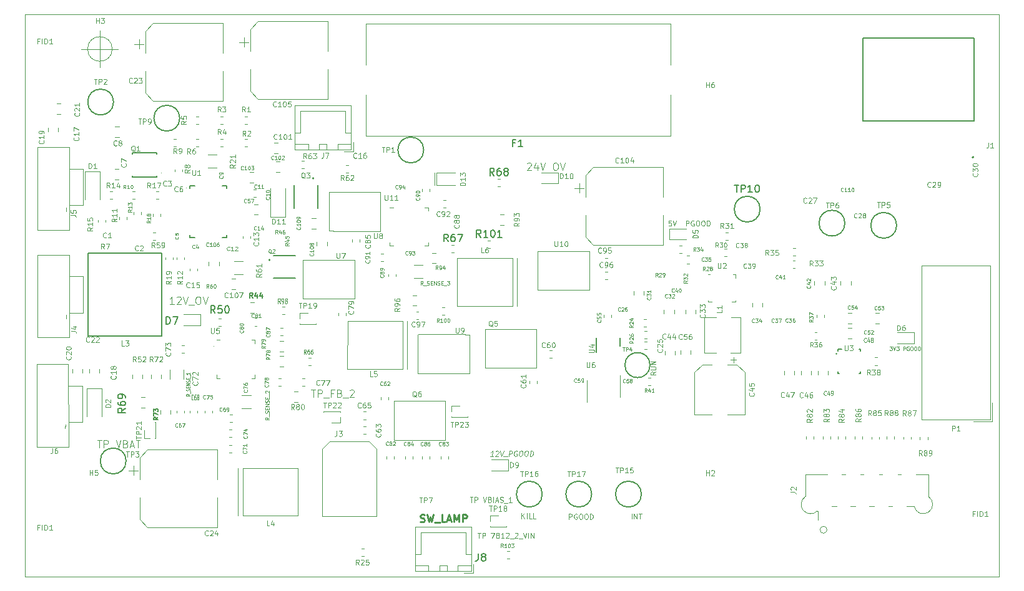
<source format=gbr>
G04 #@! TF.GenerationSoftware,KiCad,Pcbnew,(5.1.2)-1*
G04 #@! TF.CreationDate,2021-02-22T12:01:05+05:45*
G04 #@! TF.ProjectId,Pufferfish-Power-MCU,50756666-6572-4666-9973-682d506f7765,0.0*
G04 #@! TF.SameCoordinates,Original*
G04 #@! TF.FileFunction,Legend,Top*
G04 #@! TF.FilePolarity,Positive*
%FSLAX46Y46*%
G04 Gerber Fmt 4.6, Leading zero omitted, Abs format (unit mm)*
G04 Created by KiCad (PCBNEW (5.1.2)-1) date 2021-02-22 12:01:05*
%MOMM*%
%LPD*%
G04 APERTURE LIST*
%ADD10C,0.250000*%
%ADD11C,0.100000*%
%ADD12C,0.110000*%
%ADD13C,0.150000*%
%ADD14C,0.120000*%
%ADD15C,0.127000*%
%ADD16C,0.152400*%
%ADD17C,0.200000*%
%ADD18C,0.125000*%
G04 APERTURE END LIST*
D10*
X124744542Y-111927361D02*
X124887400Y-111974980D01*
X125125495Y-111974980D01*
X125220733Y-111927361D01*
X125268352Y-111879742D01*
X125315971Y-111784504D01*
X125315971Y-111689266D01*
X125268352Y-111594028D01*
X125220733Y-111546409D01*
X125125495Y-111498790D01*
X124935019Y-111451171D01*
X124839780Y-111403552D01*
X124792161Y-111355933D01*
X124744542Y-111260695D01*
X124744542Y-111165457D01*
X124792161Y-111070219D01*
X124839780Y-111022600D01*
X124935019Y-110974980D01*
X125173114Y-110974980D01*
X125315971Y-111022600D01*
X125649304Y-110974980D02*
X125887400Y-111974980D01*
X126077876Y-111260695D01*
X126268352Y-111974980D01*
X126506447Y-110974980D01*
X126649304Y-112070219D02*
X127411209Y-112070219D01*
X128125495Y-111974980D02*
X127649304Y-111974980D01*
X127649304Y-110974980D01*
X128411209Y-111689266D02*
X128887400Y-111689266D01*
X128315971Y-111974980D02*
X128649304Y-110974980D01*
X128982638Y-111974980D01*
X129315971Y-111974980D02*
X129315971Y-110974980D01*
X129649304Y-111689266D01*
X129982638Y-110974980D01*
X129982638Y-111974980D01*
X130458828Y-111974980D02*
X130458828Y-110974980D01*
X130839780Y-110974980D01*
X130935019Y-111022600D01*
X130982638Y-111070219D01*
X131030257Y-111165457D01*
X131030257Y-111308314D01*
X130982638Y-111403552D01*
X130935019Y-111451171D01*
X130839780Y-111498790D01*
X130458828Y-111498790D01*
D11*
X203212700Y-114388900D02*
X203212700Y-119388900D01*
X71094600Y-114401600D02*
X71094600Y-119401600D01*
X132517400Y-113459266D02*
X132917400Y-113459266D01*
X132717400Y-114159266D02*
X132717400Y-113459266D01*
X133150733Y-114159266D02*
X133150733Y-113459266D01*
X133417400Y-113459266D01*
X133484066Y-113492600D01*
X133517400Y-113525933D01*
X133550733Y-113592600D01*
X133550733Y-113692600D01*
X133517400Y-113759266D01*
X133484066Y-113792600D01*
X133417400Y-113825933D01*
X133150733Y-113825933D01*
X134317400Y-113459266D02*
X134784066Y-113459266D01*
X134484066Y-114159266D01*
X135150733Y-113759266D02*
X135084066Y-113725933D01*
X135050733Y-113692600D01*
X135017400Y-113625933D01*
X135017400Y-113592600D01*
X135050733Y-113525933D01*
X135084066Y-113492600D01*
X135150733Y-113459266D01*
X135284066Y-113459266D01*
X135350733Y-113492600D01*
X135384066Y-113525933D01*
X135417400Y-113592600D01*
X135417400Y-113625933D01*
X135384066Y-113692600D01*
X135350733Y-113725933D01*
X135284066Y-113759266D01*
X135150733Y-113759266D01*
X135084066Y-113792600D01*
X135050733Y-113825933D01*
X135017400Y-113892600D01*
X135017400Y-114025933D01*
X135050733Y-114092600D01*
X135084066Y-114125933D01*
X135150733Y-114159266D01*
X135284066Y-114159266D01*
X135350733Y-114125933D01*
X135384066Y-114092600D01*
X135417400Y-114025933D01*
X135417400Y-113892600D01*
X135384066Y-113825933D01*
X135350733Y-113792600D01*
X135284066Y-113759266D01*
X136084066Y-114159266D02*
X135684066Y-114159266D01*
X135884066Y-114159266D02*
X135884066Y-113459266D01*
X135817400Y-113559266D01*
X135750733Y-113625933D01*
X135684066Y-113659266D01*
X136350733Y-113525933D02*
X136384066Y-113492600D01*
X136450733Y-113459266D01*
X136617400Y-113459266D01*
X136684066Y-113492600D01*
X136717400Y-113525933D01*
X136750733Y-113592600D01*
X136750733Y-113659266D01*
X136717400Y-113759266D01*
X136317400Y-114159266D01*
X136750733Y-114159266D01*
X136884066Y-114225933D02*
X137417400Y-114225933D01*
X137550733Y-113525933D02*
X137584066Y-113492600D01*
X137650733Y-113459266D01*
X137817400Y-113459266D01*
X137884066Y-113492600D01*
X137917400Y-113525933D01*
X137950733Y-113592600D01*
X137950733Y-113659266D01*
X137917400Y-113759266D01*
X137517400Y-114159266D01*
X137950733Y-114159266D01*
X138084066Y-114225933D02*
X138617400Y-114225933D01*
X138684066Y-113459266D02*
X138917400Y-114159266D01*
X139150733Y-113459266D01*
X139384066Y-114159266D02*
X139384066Y-113459266D01*
X139717400Y-114159266D02*
X139717400Y-113459266D01*
X140117400Y-114159266D01*
X140117400Y-113459266D01*
X131470733Y-108619266D02*
X131870733Y-108619266D01*
X131670733Y-109319266D02*
X131670733Y-108619266D01*
X132104066Y-109319266D02*
X132104066Y-108619266D01*
X132370733Y-108619266D01*
X132437400Y-108652600D01*
X132470733Y-108685933D01*
X132504066Y-108752600D01*
X132504066Y-108852600D01*
X132470733Y-108919266D01*
X132437400Y-108952600D01*
X132370733Y-108985933D01*
X132104066Y-108985933D01*
X133237400Y-108619266D02*
X133470733Y-109319266D01*
X133704066Y-108619266D01*
X134170733Y-108952600D02*
X134270733Y-108985933D01*
X134304066Y-109019266D01*
X134337400Y-109085933D01*
X134337400Y-109185933D01*
X134304066Y-109252600D01*
X134270733Y-109285933D01*
X134204066Y-109319266D01*
X133937400Y-109319266D01*
X133937400Y-108619266D01*
X134170733Y-108619266D01*
X134237400Y-108652600D01*
X134270733Y-108685933D01*
X134304066Y-108752600D01*
X134304066Y-108819266D01*
X134270733Y-108885933D01*
X134237400Y-108919266D01*
X134170733Y-108952600D01*
X133937400Y-108952600D01*
X134637400Y-109319266D02*
X134637400Y-108619266D01*
X134937400Y-109119266D02*
X135270733Y-109119266D01*
X134870733Y-109319266D02*
X135104066Y-108619266D01*
X135337400Y-109319266D01*
X135537400Y-109285933D02*
X135637400Y-109319266D01*
X135804066Y-109319266D01*
X135870733Y-109285933D01*
X135904066Y-109252600D01*
X135937400Y-109185933D01*
X135937400Y-109119266D01*
X135904066Y-109052600D01*
X135870733Y-109019266D01*
X135804066Y-108985933D01*
X135670733Y-108952600D01*
X135604066Y-108919266D01*
X135570733Y-108885933D01*
X135537400Y-108819266D01*
X135537400Y-108752600D01*
X135570733Y-108685933D01*
X135604066Y-108652600D01*
X135670733Y-108619266D01*
X135837400Y-108619266D01*
X135937400Y-108652600D01*
X136070733Y-109385933D02*
X136604066Y-109385933D01*
X137137400Y-109319266D02*
X136737400Y-109319266D01*
X136937400Y-109319266D02*
X136937400Y-108619266D01*
X136870733Y-108719266D01*
X136804066Y-108785933D01*
X136737400Y-108819266D01*
X82946666Y-47752000D02*
G75*
G03X82946666Y-47752000I-1666666J0D01*
G01*
X78780000Y-47752000D02*
X83780000Y-47752000D01*
X81280000Y-45252000D02*
X81280000Y-50252000D01*
X71094600Y-114401600D02*
X71094600Y-43065700D01*
X203212700Y-119388900D02*
X71094600Y-119401600D01*
X203225400Y-43065700D02*
X203212700Y-114388900D01*
X71094600Y-43065700D02*
X203225400Y-43065700D01*
X80927638Y-100879980D02*
X81499066Y-100879980D01*
X81213352Y-101879980D02*
X81213352Y-100879980D01*
X81832400Y-101879980D02*
X81832400Y-100879980D01*
X82213352Y-100879980D01*
X82308590Y-100927600D01*
X82356209Y-100975219D01*
X82403828Y-101070457D01*
X82403828Y-101213314D01*
X82356209Y-101308552D01*
X82308590Y-101356171D01*
X82213352Y-101403790D01*
X81832400Y-101403790D01*
X83451447Y-100879980D02*
X83784780Y-101879980D01*
X84118114Y-100879980D01*
X84784780Y-101356171D02*
X84927638Y-101403790D01*
X84975257Y-101451409D01*
X85022876Y-101546647D01*
X85022876Y-101689504D01*
X84975257Y-101784742D01*
X84927638Y-101832361D01*
X84832400Y-101879980D01*
X84451447Y-101879980D01*
X84451447Y-100879980D01*
X84784780Y-100879980D01*
X84880019Y-100927600D01*
X84927638Y-100975219D01*
X84975257Y-101070457D01*
X84975257Y-101165695D01*
X84927638Y-101260933D01*
X84880019Y-101308552D01*
X84784780Y-101356171D01*
X84451447Y-101356171D01*
X85403828Y-101594266D02*
X85880019Y-101594266D01*
X85308590Y-101879980D02*
X85641923Y-100879980D01*
X85975257Y-101879980D01*
X86165733Y-100879980D02*
X86737161Y-100879980D01*
X86451447Y-101879980D02*
X86451447Y-100879980D01*
X109935019Y-94034980D02*
X110506447Y-94034980D01*
X110220733Y-95034980D02*
X110220733Y-94034980D01*
X110839780Y-95034980D02*
X110839780Y-94034980D01*
X111220733Y-94034980D01*
X111315971Y-94082600D01*
X111363590Y-94130219D01*
X111411209Y-94225457D01*
X111411209Y-94368314D01*
X111363590Y-94463552D01*
X111315971Y-94511171D01*
X111220733Y-94558790D01*
X110839780Y-94558790D01*
X111601685Y-95130219D02*
X112363590Y-95130219D01*
X112935019Y-94511171D02*
X112601685Y-94511171D01*
X112601685Y-95034980D02*
X112601685Y-94034980D01*
X113077876Y-94034980D01*
X113792161Y-94511171D02*
X113935019Y-94558790D01*
X113982638Y-94606409D01*
X114030257Y-94701647D01*
X114030257Y-94844504D01*
X113982638Y-94939742D01*
X113935019Y-94987361D01*
X113839780Y-95034980D01*
X113458828Y-95034980D01*
X113458828Y-94034980D01*
X113792161Y-94034980D01*
X113887400Y-94082600D01*
X113935019Y-94130219D01*
X113982638Y-94225457D01*
X113982638Y-94320695D01*
X113935019Y-94415933D01*
X113887400Y-94463552D01*
X113792161Y-94511171D01*
X113458828Y-94511171D01*
X114220733Y-95130219D02*
X114982638Y-95130219D01*
X115173114Y-94130219D02*
X115220733Y-94082600D01*
X115315971Y-94034980D01*
X115554066Y-94034980D01*
X115649304Y-94082600D01*
X115696923Y-94130219D01*
X115744542Y-94225457D01*
X115744542Y-94320695D01*
X115696923Y-94463552D01*
X115125495Y-95034980D01*
X115744542Y-95034980D01*
X134624483Y-103039266D02*
X134224483Y-103039266D01*
X134424483Y-103039266D02*
X134511983Y-102339266D01*
X134432816Y-102439266D01*
X134357816Y-102505933D01*
X134286983Y-102539266D01*
X134970316Y-102405933D02*
X135007816Y-102372600D01*
X135078650Y-102339266D01*
X135245316Y-102339266D01*
X135307816Y-102372600D01*
X135336983Y-102405933D01*
X135361983Y-102472600D01*
X135353650Y-102539266D01*
X135307816Y-102639266D01*
X134857816Y-103039266D01*
X135291150Y-103039266D01*
X135578650Y-102339266D02*
X135724483Y-103039266D01*
X136045316Y-102339266D01*
X136016150Y-103105933D02*
X136549483Y-103105933D01*
X136724483Y-103039266D02*
X136811983Y-102339266D01*
X137078650Y-102339266D01*
X137141150Y-102372600D01*
X137170316Y-102405933D01*
X137195316Y-102472600D01*
X137182816Y-102572600D01*
X137141150Y-102639266D01*
X137103650Y-102672600D01*
X137032816Y-102705933D01*
X136766150Y-102705933D01*
X137874483Y-102372600D02*
X137811983Y-102339266D01*
X137711983Y-102339266D01*
X137607816Y-102372600D01*
X137532816Y-102439266D01*
X137491150Y-102505933D01*
X137441150Y-102639266D01*
X137428650Y-102739266D01*
X137445316Y-102872600D01*
X137470316Y-102939266D01*
X137528650Y-103005933D01*
X137624483Y-103039266D01*
X137691150Y-103039266D01*
X137795316Y-103005933D01*
X137832816Y-102972600D01*
X137861983Y-102739266D01*
X137728650Y-102739266D01*
X138345316Y-102339266D02*
X138478650Y-102339266D01*
X138541150Y-102372600D01*
X138599483Y-102439266D01*
X138616150Y-102572600D01*
X138586983Y-102805933D01*
X138536983Y-102939266D01*
X138461983Y-103005933D01*
X138391150Y-103039266D01*
X138257816Y-103039266D01*
X138195316Y-103005933D01*
X138136983Y-102939266D01*
X138120316Y-102805933D01*
X138149483Y-102572600D01*
X138199483Y-102439266D01*
X138274483Y-102372600D01*
X138345316Y-102339266D01*
X139078650Y-102339266D02*
X139211983Y-102339266D01*
X139274483Y-102372600D01*
X139332816Y-102439266D01*
X139349483Y-102572600D01*
X139320316Y-102805933D01*
X139270316Y-102939266D01*
X139195316Y-103005933D01*
X139124483Y-103039266D01*
X138991150Y-103039266D01*
X138928650Y-103005933D01*
X138870316Y-102939266D01*
X138853650Y-102805933D01*
X138882816Y-102572600D01*
X138932816Y-102439266D01*
X139007816Y-102372600D01*
X139078650Y-102339266D01*
X139591150Y-103039266D02*
X139678650Y-102339266D01*
X139845316Y-102339266D01*
X139941150Y-102372600D01*
X139999483Y-102439266D01*
X140024483Y-102505933D01*
X140041150Y-102639266D01*
X140028650Y-102739266D01*
X139978650Y-102872600D01*
X139936983Y-102939266D01*
X139861983Y-103005933D01*
X139757816Y-103039266D01*
X139591150Y-103039266D01*
X139208190Y-63301619D02*
X139255809Y-63254000D01*
X139351047Y-63206380D01*
X139589142Y-63206380D01*
X139684380Y-63254000D01*
X139732000Y-63301619D01*
X139779619Y-63396857D01*
X139779619Y-63492095D01*
X139732000Y-63634952D01*
X139160571Y-64206380D01*
X139779619Y-64206380D01*
X140636761Y-63539714D02*
X140636761Y-64206380D01*
X140398666Y-63158761D02*
X140160571Y-63873047D01*
X140779619Y-63873047D01*
X141017714Y-63206380D02*
X141351047Y-64206380D01*
X141684380Y-63206380D01*
X142970095Y-63206380D02*
X143160571Y-63206380D01*
X143255809Y-63254000D01*
X143351047Y-63349238D01*
X143398666Y-63539714D01*
X143398666Y-63873047D01*
X143351047Y-64063523D01*
X143255809Y-64158761D01*
X143160571Y-64206380D01*
X142970095Y-64206380D01*
X142874857Y-64158761D01*
X142779619Y-64063523D01*
X142732000Y-63873047D01*
X142732000Y-63539714D01*
X142779619Y-63349238D01*
X142874857Y-63254000D01*
X142970095Y-63206380D01*
X143684380Y-63206380D02*
X144017714Y-64206380D01*
X144351047Y-63206380D01*
X91325019Y-82384980D02*
X90753590Y-82384980D01*
X91039304Y-82384980D02*
X91039304Y-81384980D01*
X90944066Y-81527838D01*
X90848828Y-81623076D01*
X90753590Y-81670695D01*
X91705971Y-81480219D02*
X91753590Y-81432600D01*
X91848828Y-81384980D01*
X92086923Y-81384980D01*
X92182161Y-81432600D01*
X92229780Y-81480219D01*
X92277400Y-81575457D01*
X92277400Y-81670695D01*
X92229780Y-81813552D01*
X91658352Y-82384980D01*
X92277400Y-82384980D01*
X92563114Y-81384980D02*
X92896447Y-82384980D01*
X93229780Y-81384980D01*
X93325019Y-82480219D02*
X94086923Y-82480219D01*
X94515495Y-81384980D02*
X94705971Y-81384980D01*
X94801209Y-81432600D01*
X94896447Y-81527838D01*
X94944066Y-81718314D01*
X94944066Y-82051647D01*
X94896447Y-82242123D01*
X94801209Y-82337361D01*
X94705971Y-82384980D01*
X94515495Y-82384980D01*
X94420257Y-82337361D01*
X94325019Y-82242123D01*
X94277400Y-82051647D01*
X94277400Y-81718314D01*
X94325019Y-81527838D01*
X94420257Y-81432600D01*
X94515495Y-81384980D01*
X95229780Y-81384980D02*
X95563114Y-82384980D01*
X95896447Y-81384980D01*
X156674066Y-91599266D02*
X156340733Y-91832600D01*
X156674066Y-91999266D02*
X155974066Y-91999266D01*
X155974066Y-91732600D01*
X156007400Y-91665933D01*
X156040733Y-91632600D01*
X156107400Y-91599266D01*
X156207400Y-91599266D01*
X156274066Y-91632600D01*
X156307400Y-91665933D01*
X156340733Y-91732600D01*
X156340733Y-91999266D01*
X155974066Y-91299266D02*
X156540733Y-91299266D01*
X156607400Y-91265933D01*
X156640733Y-91232600D01*
X156674066Y-91165933D01*
X156674066Y-91032600D01*
X156640733Y-90965933D01*
X156607400Y-90932600D01*
X156540733Y-90899266D01*
X155974066Y-90899266D01*
X156674066Y-90565933D02*
X155974066Y-90565933D01*
X156674066Y-90165933D01*
X155974066Y-90165933D01*
X153383666Y-111569266D02*
X153383666Y-110869266D01*
X153717000Y-111569266D02*
X153717000Y-110869266D01*
X154117000Y-111569266D01*
X154117000Y-110869266D01*
X154350333Y-110869266D02*
X154750333Y-110869266D01*
X154550333Y-111569266D02*
X154550333Y-110869266D01*
X138465733Y-111519266D02*
X138465733Y-110819266D01*
X138865733Y-111519266D02*
X138565733Y-111119266D01*
X138865733Y-110819266D02*
X138465733Y-111219266D01*
X139165733Y-111519266D02*
X139165733Y-110819266D01*
X139832400Y-111519266D02*
X139499066Y-111519266D01*
X139499066Y-110819266D01*
X140399066Y-111519266D02*
X140065733Y-111519266D01*
X140065733Y-110819266D01*
X144890733Y-111594266D02*
X144890733Y-110894266D01*
X145157400Y-110894266D01*
X145224066Y-110927600D01*
X145257400Y-110960933D01*
X145290733Y-111027600D01*
X145290733Y-111127600D01*
X145257400Y-111194266D01*
X145224066Y-111227600D01*
X145157400Y-111260933D01*
X144890733Y-111260933D01*
X145957400Y-110927600D02*
X145890733Y-110894266D01*
X145790733Y-110894266D01*
X145690733Y-110927600D01*
X145624066Y-110994266D01*
X145590733Y-111060933D01*
X145557400Y-111194266D01*
X145557400Y-111294266D01*
X145590733Y-111427600D01*
X145624066Y-111494266D01*
X145690733Y-111560933D01*
X145790733Y-111594266D01*
X145857400Y-111594266D01*
X145957400Y-111560933D01*
X145990733Y-111527600D01*
X145990733Y-111294266D01*
X145857400Y-111294266D01*
X146424066Y-110894266D02*
X146557400Y-110894266D01*
X146624066Y-110927600D01*
X146690733Y-110994266D01*
X146724066Y-111127600D01*
X146724066Y-111360933D01*
X146690733Y-111494266D01*
X146624066Y-111560933D01*
X146557400Y-111594266D01*
X146424066Y-111594266D01*
X146357400Y-111560933D01*
X146290733Y-111494266D01*
X146257400Y-111360933D01*
X146257400Y-111127600D01*
X146290733Y-110994266D01*
X146357400Y-110927600D01*
X146424066Y-110894266D01*
X147157400Y-110894266D02*
X147290733Y-110894266D01*
X147357400Y-110927600D01*
X147424066Y-110994266D01*
X147457400Y-111127600D01*
X147457400Y-111360933D01*
X147424066Y-111494266D01*
X147357400Y-111560933D01*
X147290733Y-111594266D01*
X147157400Y-111594266D01*
X147090733Y-111560933D01*
X147024066Y-111494266D01*
X146990733Y-111360933D01*
X146990733Y-111127600D01*
X147024066Y-110994266D01*
X147090733Y-110927600D01*
X147157400Y-110894266D01*
X147757400Y-111594266D02*
X147757400Y-110894266D01*
X147924066Y-110894266D01*
X148024066Y-110927600D01*
X148090733Y-110994266D01*
X148124066Y-111060933D01*
X148157400Y-111194266D01*
X148157400Y-111294266D01*
X148124066Y-111427600D01*
X148090733Y-111494266D01*
X148024066Y-111560933D01*
X147924066Y-111594266D01*
X147757400Y-111594266D01*
X158747400Y-71079266D02*
X158414066Y-71079266D01*
X158380733Y-71412600D01*
X158414066Y-71379266D01*
X158480733Y-71345933D01*
X158647400Y-71345933D01*
X158714066Y-71379266D01*
X158747400Y-71412600D01*
X158780733Y-71479266D01*
X158780733Y-71645933D01*
X158747400Y-71712600D01*
X158714066Y-71745933D01*
X158647400Y-71779266D01*
X158480733Y-71779266D01*
X158414066Y-71745933D01*
X158380733Y-71712600D01*
X158980733Y-71079266D02*
X159214066Y-71779266D01*
X159447400Y-71079266D01*
X160747400Y-71779266D02*
X160747400Y-71079266D01*
X161014066Y-71079266D01*
X161080733Y-71112600D01*
X161114066Y-71145933D01*
X161147400Y-71212600D01*
X161147400Y-71312600D01*
X161114066Y-71379266D01*
X161080733Y-71412600D01*
X161014066Y-71445933D01*
X160747400Y-71445933D01*
X161814066Y-71112600D02*
X161747400Y-71079266D01*
X161647400Y-71079266D01*
X161547400Y-71112600D01*
X161480733Y-71179266D01*
X161447400Y-71245933D01*
X161414066Y-71379266D01*
X161414066Y-71479266D01*
X161447400Y-71612600D01*
X161480733Y-71679266D01*
X161547400Y-71745933D01*
X161647400Y-71779266D01*
X161714066Y-71779266D01*
X161814066Y-71745933D01*
X161847400Y-71712600D01*
X161847400Y-71479266D01*
X161714066Y-71479266D01*
X162280733Y-71079266D02*
X162414066Y-71079266D01*
X162480733Y-71112600D01*
X162547400Y-71179266D01*
X162580733Y-71312600D01*
X162580733Y-71545933D01*
X162547400Y-71679266D01*
X162480733Y-71745933D01*
X162414066Y-71779266D01*
X162280733Y-71779266D01*
X162214066Y-71745933D01*
X162147400Y-71679266D01*
X162114066Y-71545933D01*
X162114066Y-71312600D01*
X162147400Y-71179266D01*
X162214066Y-71112600D01*
X162280733Y-71079266D01*
X163014066Y-71079266D02*
X163147400Y-71079266D01*
X163214066Y-71112600D01*
X163280733Y-71179266D01*
X163314066Y-71312600D01*
X163314066Y-71545933D01*
X163280733Y-71679266D01*
X163214066Y-71745933D01*
X163147400Y-71779266D01*
X163014066Y-71779266D01*
X162947400Y-71745933D01*
X162880733Y-71679266D01*
X162847400Y-71545933D01*
X162847400Y-71312600D01*
X162880733Y-71179266D01*
X162947400Y-71112600D01*
X163014066Y-71079266D01*
X163614066Y-71779266D02*
X163614066Y-71079266D01*
X163780733Y-71079266D01*
X163880733Y-71112600D01*
X163947400Y-71179266D01*
X163980733Y-71245933D01*
X164014066Y-71379266D01*
X164014066Y-71479266D01*
X163980733Y-71612600D01*
X163947400Y-71679266D01*
X163880733Y-71745933D01*
X163780733Y-71779266D01*
X163614066Y-71779266D01*
D12*
X188404066Y-88178790D02*
X188713590Y-88178790D01*
X188546923Y-88369266D01*
X188618352Y-88369266D01*
X188665971Y-88393076D01*
X188689780Y-88416885D01*
X188713590Y-88464504D01*
X188713590Y-88583552D01*
X188689780Y-88631171D01*
X188665971Y-88654980D01*
X188618352Y-88678790D01*
X188475495Y-88678790D01*
X188427876Y-88654980D01*
X188404066Y-88631171D01*
X188856447Y-88178790D02*
X189023114Y-88678790D01*
X189189780Y-88178790D01*
X189308828Y-88178790D02*
X189618352Y-88178790D01*
X189451685Y-88369266D01*
X189523114Y-88369266D01*
X189570733Y-88393076D01*
X189594542Y-88416885D01*
X189618352Y-88464504D01*
X189618352Y-88583552D01*
X189594542Y-88631171D01*
X189570733Y-88654980D01*
X189523114Y-88678790D01*
X189380257Y-88678790D01*
X189332638Y-88654980D01*
X189308828Y-88631171D01*
X190213590Y-88678790D02*
X190213590Y-88178790D01*
X190404066Y-88178790D01*
X190451685Y-88202600D01*
X190475495Y-88226409D01*
X190499304Y-88274028D01*
X190499304Y-88345457D01*
X190475495Y-88393076D01*
X190451685Y-88416885D01*
X190404066Y-88440695D01*
X190213590Y-88440695D01*
X190975495Y-88202600D02*
X190927876Y-88178790D01*
X190856447Y-88178790D01*
X190785019Y-88202600D01*
X190737400Y-88250219D01*
X190713590Y-88297838D01*
X190689780Y-88393076D01*
X190689780Y-88464504D01*
X190713590Y-88559742D01*
X190737400Y-88607361D01*
X190785019Y-88654980D01*
X190856447Y-88678790D01*
X190904066Y-88678790D01*
X190975495Y-88654980D01*
X190999304Y-88631171D01*
X190999304Y-88464504D01*
X190904066Y-88464504D01*
X191308828Y-88178790D02*
X191404066Y-88178790D01*
X191451685Y-88202600D01*
X191499304Y-88250219D01*
X191523114Y-88345457D01*
X191523114Y-88512123D01*
X191499304Y-88607361D01*
X191451685Y-88654980D01*
X191404066Y-88678790D01*
X191308828Y-88678790D01*
X191261209Y-88654980D01*
X191213590Y-88607361D01*
X191189780Y-88512123D01*
X191189780Y-88345457D01*
X191213590Y-88250219D01*
X191261209Y-88202600D01*
X191308828Y-88178790D01*
X191832638Y-88178790D02*
X191927876Y-88178790D01*
X191975495Y-88202600D01*
X192023114Y-88250219D01*
X192046923Y-88345457D01*
X192046923Y-88512123D01*
X192023114Y-88607361D01*
X191975495Y-88654980D01*
X191927876Y-88678790D01*
X191832638Y-88678790D01*
X191785019Y-88654980D01*
X191737400Y-88607361D01*
X191713590Y-88512123D01*
X191713590Y-88345457D01*
X191737400Y-88250219D01*
X191785019Y-88202600D01*
X191832638Y-88178790D01*
X192261209Y-88678790D02*
X192261209Y-88178790D01*
X192380257Y-88178790D01*
X192451685Y-88202600D01*
X192499304Y-88250219D01*
X192523114Y-88297838D01*
X192546923Y-88393076D01*
X192546923Y-88464504D01*
X192523114Y-88559742D01*
X192499304Y-88607361D01*
X192451685Y-88654980D01*
X192380257Y-88678790D01*
X192261209Y-88678790D01*
D13*
G04 #@! TO.C,TP4*
X155878000Y-90678000D02*
G75*
G03X155878000Y-90678000I-1700000J0D01*
G01*
D14*
G04 #@! TO.C,L4*
X100037400Y-111147600D02*
X100037400Y-104647600D01*
X108137400Y-104647600D02*
X108137400Y-111147600D01*
X100637400Y-104647600D02*
X108137400Y-104647600D01*
X100637400Y-111147600D02*
X100637400Y-104647600D01*
X108140060Y-111156340D02*
X100637400Y-111147600D01*
G04 #@! TO.C,R26*
X155445179Y-86017600D02*
X155119621Y-86017600D01*
X155445179Y-87037600D02*
X155119621Y-87037600D01*
G04 #@! TO.C,F1*
X158635400Y-49926600D02*
X158635400Y-44296600D01*
X158635400Y-59556600D02*
X158635400Y-53926600D01*
X117375400Y-49926600D02*
X117375400Y-44296600D01*
X117375400Y-59556600D02*
X117375400Y-53926600D01*
X117375400Y-44296600D02*
X158635400Y-44296600D01*
X158635400Y-59556600D02*
X117375400Y-59556600D01*
G04 #@! TO.C,C24*
X85823000Y-104357000D02*
X85823000Y-105607000D01*
X85198000Y-104982000D02*
X86448000Y-104982000D01*
X86688000Y-111637563D02*
X87752437Y-112702000D01*
X86688000Y-103246437D02*
X87752437Y-102182000D01*
X86688000Y-103246437D02*
X86688000Y-106232000D01*
X86688000Y-111637563D02*
X86688000Y-108652000D01*
X87752437Y-112702000D02*
X97208000Y-112702000D01*
X87752437Y-102182000D02*
X97208000Y-102182000D01*
X97208000Y-102182000D02*
X97208000Y-106232000D01*
X97208000Y-112702000D02*
X97208000Y-108652000D01*
D15*
G04 #@! TO.C,L3*
X89700000Y-86750000D02*
X89700000Y-75450000D01*
X89700000Y-75450000D02*
X79700000Y-75450000D01*
X79700000Y-75450000D02*
X79700000Y-86750000D01*
X79700000Y-86750000D02*
X89700000Y-86750000D01*
D14*
G04 #@! TO.C,L5*
X114820700Y-91229200D02*
X114858800Y-84714100D01*
X122377200Y-91229200D02*
X114820700Y-91229200D01*
X122364500Y-84714100D02*
X122377200Y-91229200D01*
X114858800Y-84714100D02*
X122364500Y-84714100D01*
X122964000Y-84707600D02*
X122964000Y-91207600D01*
G04 #@! TO.C,L6*
X129679700Y-82651600D02*
X129717800Y-76136500D01*
X137236200Y-82651600D02*
X129679700Y-82651600D01*
X137223500Y-76136500D02*
X137236200Y-82651600D01*
X129717800Y-76136500D02*
X137223500Y-76136500D01*
X137823000Y-76130000D02*
X137823000Y-82630000D01*
G04 #@! TO.C,U3*
X181256158Y-89150000D02*
G75*
G03X181256158Y-89150000I-76158J0D01*
G01*
D16*
X181354999Y-91795001D02*
X181354999Y-91595001D01*
X181354999Y-91795001D02*
X181554999Y-91795001D01*
X184205001Y-91795001D02*
X184405001Y-91795001D01*
X184405001Y-91795001D02*
X184405001Y-91595001D01*
X184205001Y-88544999D02*
X184405001Y-88544999D01*
X184405001Y-88744999D02*
X184405001Y-88544999D01*
X181354999Y-88544999D02*
X181879999Y-88544999D01*
X181354999Y-88770000D02*
X181354999Y-88544999D01*
D14*
G04 #@! TO.C,J2*
X179869905Y-113046000D02*
G75*
G03X179869905Y-113046000I-466905J0D01*
G01*
X176923000Y-105516000D02*
X176923000Y-108516000D01*
X178683000Y-110506000D02*
X178683000Y-111696000D01*
X178553000Y-110506000D02*
X178683000Y-110506000D01*
X181173000Y-109876000D02*
X180523000Y-109876000D01*
X183723000Y-109876000D02*
X183053000Y-109876000D01*
X186263000Y-109876000D02*
X185593000Y-109876000D01*
X188743000Y-109876000D02*
X188193000Y-109876000D01*
X191683000Y-109876000D02*
X190633000Y-109876000D01*
X193663000Y-105516000D02*
X193663000Y-108546000D01*
X191903000Y-105516000D02*
X193663000Y-105516000D01*
X189523000Y-105516000D02*
X189953000Y-105516000D01*
X186983000Y-105516000D02*
X187413000Y-105516000D01*
X184443000Y-105516000D02*
X184873000Y-105516000D01*
X181843000Y-105516000D02*
X182393000Y-105516000D01*
X176923000Y-105516000D02*
X179953000Y-105516000D01*
X176943172Y-108530991D02*
G75*
G03X178553000Y-110506000I709828J-1065009D01*
G01*
X191683963Y-109870424D02*
G75*
G03X193663000Y-108546000I1249037J274424D01*
G01*
G04 #@! TO.C,C15*
X94490000Y-77886779D02*
X94490000Y-77561221D01*
X93470000Y-77886779D02*
X93470000Y-77561221D01*
D15*
G04 #@! TO.C,J1*
X199778000Y-57500000D02*
X184778000Y-57500000D01*
X184778000Y-57500000D02*
X184778000Y-46300000D01*
X184778000Y-46300000D02*
X199778000Y-46300000D01*
X199778000Y-46300000D02*
X199778000Y-57500000D01*
D17*
X199778000Y-62460000D02*
G75*
G03X199778000Y-62460000I-100000J0D01*
G01*
D14*
G04 #@! TO.C,C23*
X86585000Y-46445000D02*
X86585000Y-47695000D01*
X85960000Y-47070000D02*
X87210000Y-47070000D01*
X87450000Y-53725563D02*
X88514437Y-54790000D01*
X87450000Y-45334437D02*
X88514437Y-44270000D01*
X87450000Y-45334437D02*
X87450000Y-48320000D01*
X87450000Y-53725563D02*
X87450000Y-50740000D01*
X88514437Y-54790000D02*
X97970000Y-54790000D01*
X88514437Y-44270000D02*
X97970000Y-44270000D01*
X97970000Y-44270000D02*
X97970000Y-48320000D01*
X97970000Y-54790000D02*
X97970000Y-50740000D01*
D15*
G04 #@! TO.C,U1*
X94112000Y-66350000D02*
X93512000Y-66350000D01*
X93512000Y-66350000D02*
X93512000Y-66650000D01*
X97912000Y-66350000D02*
X98512000Y-66350000D01*
X98512000Y-66350000D02*
X98512000Y-66650000D01*
X93512000Y-73050000D02*
X93512000Y-73350000D01*
X93512000Y-73350000D02*
X94112000Y-73350000D01*
X97912000Y-73350000D02*
X98512000Y-73350000D01*
X98512000Y-73350000D02*
X98512000Y-73050000D01*
D11*
X93062000Y-66600000D02*
G75*
G03X93062000Y-66600000I-50000J0D01*
G01*
D14*
G04 #@! TO.C,D13*
X126644400Y-64516000D02*
X126669800Y-66255900D01*
X126897000Y-64555000D02*
X129447000Y-64555000D01*
X126897000Y-66255000D02*
X129447000Y-66255000D01*
X126897000Y-64555000D02*
X126897000Y-66255000D01*
G04 #@! TO.C,J5*
X76719000Y-69263000D02*
X76709000Y-69763000D01*
X77144000Y-68978000D02*
X77094000Y-64103000D01*
X79019000Y-68978000D02*
X77144000Y-68978000D01*
X79019000Y-64028000D02*
X79019000Y-68978000D01*
X77144000Y-64028000D02*
X79019000Y-64028000D01*
X77144000Y-68453000D02*
X77144000Y-72303000D01*
X77094000Y-61103000D02*
X77094000Y-64878000D01*
X72821800Y-61087000D02*
X73025000Y-61087000D01*
X72821800Y-72313800D02*
X72821800Y-61087000D01*
X77139800Y-72313800D02*
X72821800Y-72313800D01*
X75069000Y-61103000D02*
X77089000Y-61087000D01*
X75069000Y-61103000D02*
X73069000Y-61103000D01*
G04 #@! TO.C,R38*
X186706279Y-89652000D02*
X186380721Y-89652000D01*
X186706279Y-90672000D02*
X186380721Y-90672000D01*
G04 #@! TO.C,R1*
X100954721Y-57914000D02*
X101280279Y-57914000D01*
X100954721Y-56894000D02*
X101280279Y-56894000D01*
G04 #@! TO.C,R2*
X101280279Y-59942000D02*
X100954721Y-59942000D01*
X101280279Y-60962000D02*
X100954721Y-60962000D01*
G04 #@! TO.C,R3*
X97627221Y-57914000D02*
X97952779Y-57914000D01*
X97627221Y-56894000D02*
X97952779Y-56894000D01*
G04 #@! TO.C,R4*
X97627221Y-60962000D02*
X97952779Y-60962000D01*
X97627221Y-59942000D02*
X97952779Y-59942000D01*
G04 #@! TO.C,R5*
X94325221Y-57914000D02*
X94650779Y-57914000D01*
X94325221Y-56894000D02*
X94650779Y-56894000D01*
G04 #@! TO.C,R6*
X94325221Y-60962000D02*
X94650779Y-60962000D01*
X94325221Y-59942000D02*
X94650779Y-59942000D01*
G04 #@! TO.C,R24*
X155053721Y-85447000D02*
X155379279Y-85447000D01*
X155053721Y-84427000D02*
X155379279Y-84427000D01*
G04 #@! TO.C,R30*
X166275279Y-74890000D02*
X165949721Y-74890000D01*
X166275279Y-75910000D02*
X165949721Y-75910000D01*
G04 #@! TO.C,R31*
X166137221Y-73710000D02*
X166462779Y-73710000D01*
X166137221Y-72690000D02*
X166462779Y-72690000D01*
G04 #@! TO.C,R33*
X175227021Y-77526200D02*
X175552579Y-77526200D01*
X175227021Y-76506200D02*
X175552579Y-76506200D01*
G04 #@! TO.C,R34*
X159857221Y-75440000D02*
X160182779Y-75440000D01*
X159857221Y-74420000D02*
X160182779Y-74420000D01*
G04 #@! TO.C,R35*
X175587779Y-74801000D02*
X175262221Y-74801000D01*
X175587779Y-75821000D02*
X175262221Y-75821000D01*
G04 #@! TO.C,R36*
X178194621Y-87212600D02*
X178520179Y-87212600D01*
X178194621Y-86192600D02*
X178520179Y-86192600D01*
G04 #@! TO.C,R37*
X179516500Y-84211279D02*
X179516500Y-83885721D01*
X178496500Y-84211279D02*
X178496500Y-83885721D01*
G04 #@! TO.C,R41*
X155920179Y-92392600D02*
X155594621Y-92392600D01*
X155920179Y-93412600D02*
X155594621Y-93412600D01*
G04 #@! TO.C,R10*
X85689221Y-68074000D02*
X86014779Y-68074000D01*
X85689221Y-67054000D02*
X86014779Y-67054000D01*
G04 #@! TO.C,R11*
X83940000Y-70597221D02*
X83940000Y-70922779D01*
X84960000Y-70597221D02*
X84960000Y-70922779D01*
G04 #@! TO.C,R12*
X92712000Y-76362779D02*
X92712000Y-76037221D01*
X91692000Y-76362779D02*
X91692000Y-76037221D01*
G04 #@! TO.C,R13*
X85820000Y-69887221D02*
X85820000Y-70212779D01*
X86840000Y-69887221D02*
X86840000Y-70212779D01*
G04 #@! TO.C,R14*
X82966779Y-67054000D02*
X82641221Y-67054000D01*
X82966779Y-68074000D02*
X82641221Y-68074000D01*
G04 #@! TO.C,R15*
X82080000Y-71272779D02*
X82080000Y-70947221D01*
X81060000Y-71272779D02*
X81060000Y-70947221D01*
G04 #@! TO.C,R17*
X88937221Y-68080000D02*
X89262779Y-68080000D01*
X88937221Y-67060000D02*
X89262779Y-67060000D01*
G04 #@! TO.C,R18*
X88470000Y-70117221D02*
X88470000Y-70442779D01*
X89490000Y-70117221D02*
X89490000Y-70442779D01*
G04 #@! TO.C,R19*
X90168000Y-76037221D02*
X90168000Y-76362779D01*
X91188000Y-76037221D02*
X91188000Y-76362779D01*
G04 #@! TO.C,R82*
X178053000Y-100720779D02*
X178053000Y-100395221D01*
X177033000Y-100720779D02*
X177033000Y-100395221D01*
G04 #@! TO.C,R83*
X180339000Y-100695279D02*
X180339000Y-100369721D01*
X179319000Y-100695279D02*
X179319000Y-100369721D01*
G04 #@! TO.C,R84*
X182371000Y-100720779D02*
X182371000Y-100395221D01*
X181351000Y-100720779D02*
X181351000Y-100395221D01*
G04 #@! TO.C,R85*
X186943000Y-100746279D02*
X186943000Y-100420721D01*
X185923000Y-100746279D02*
X185923000Y-100420721D01*
G04 #@! TO.C,R86*
X184657000Y-100720779D02*
X184657000Y-100395221D01*
X183637000Y-100720779D02*
X183637000Y-100395221D01*
G04 #@! TO.C,R87*
X191261000Y-100746279D02*
X191261000Y-100420721D01*
X190241000Y-100746279D02*
X190241000Y-100420721D01*
G04 #@! TO.C,R88*
X188975000Y-100695279D02*
X188975000Y-100369721D01*
X187955000Y-100695279D02*
X187955000Y-100369721D01*
G04 #@! TO.C,R89*
X193514000Y-100766279D02*
X193514000Y-100440721D01*
X192494000Y-100766279D02*
X192494000Y-100440721D01*
G04 #@! TO.C,U5*
X96726231Y-88115000D02*
G75*
G03X96726231Y-88115000I-41231J0D01*
G01*
X97560000Y-87265000D02*
X97085000Y-87265000D01*
X102305000Y-92485000D02*
X102305000Y-92010000D01*
X101830000Y-92485000D02*
X102305000Y-92485000D01*
X97085000Y-92485000D02*
X97085000Y-92010000D01*
X97560000Y-92485000D02*
X97085000Y-92485000D01*
X102305000Y-87265000D02*
X102305000Y-87740000D01*
X101830000Y-87265000D02*
X102305000Y-87265000D01*
D13*
G04 #@! TO.C,U4*
X148582400Y-88902600D02*
X148582400Y-86977600D01*
X151832400Y-88127600D02*
X151832400Y-86977600D01*
D14*
X148958228Y-88922600D02*
G75*
G03X148958228Y-88922600I-60828J0D01*
G01*
G04 #@! TO.C,U11*
X120221231Y-70122000D02*
G75*
G03X120221231Y-70122000I-41231J0D01*
G01*
X121055000Y-69272000D02*
X120580000Y-69272000D01*
X125800000Y-74492000D02*
X125800000Y-74017000D01*
X125325000Y-74492000D02*
X125800000Y-74492000D01*
X120580000Y-74492000D02*
X120580000Y-74017000D01*
X121055000Y-74492000D02*
X120580000Y-74492000D01*
X125800000Y-69272000D02*
X125800000Y-69747000D01*
X125325000Y-69272000D02*
X125800000Y-69272000D01*
G04 #@! TO.C,J4*
X76719000Y-83868000D02*
X76709000Y-84368000D01*
X77144000Y-83583000D02*
X77094000Y-78708000D01*
X79019000Y-83583000D02*
X77144000Y-83583000D01*
X79019000Y-78633000D02*
X79019000Y-83583000D01*
X77144000Y-78633000D02*
X79019000Y-78633000D01*
X77144000Y-83058000D02*
X77144000Y-86908000D01*
X77094000Y-75708000D02*
X77094000Y-79483000D01*
X72821800Y-75692000D02*
X73025000Y-75692000D01*
X72821800Y-86918800D02*
X72821800Y-75692000D01*
X77139800Y-86918800D02*
X72821800Y-86918800D01*
X75069000Y-75708000D02*
X77089000Y-75692000D01*
X75069000Y-75708000D02*
X73069000Y-75708000D01*
G04 #@! TO.C,J6*
X76592000Y-98727000D02*
X76582000Y-99227000D01*
X77017000Y-98442000D02*
X76967000Y-93567000D01*
X78892000Y-98442000D02*
X77017000Y-98442000D01*
X78892000Y-93492000D02*
X78892000Y-98442000D01*
X77017000Y-93492000D02*
X78892000Y-93492000D01*
X77017000Y-97917000D02*
X77017000Y-101767000D01*
X76967000Y-90567000D02*
X76967000Y-94342000D01*
X72694800Y-90551000D02*
X72898000Y-90551000D01*
X72694800Y-101777800D02*
X72694800Y-90551000D01*
X77012800Y-101777800D02*
X72694800Y-101777800D01*
X74942000Y-90567000D02*
X76962000Y-90551000D01*
X74942000Y-90567000D02*
X72942000Y-90567000D01*
G04 #@! TO.C,U8*
X112331680Y-67184520D02*
X113063200Y-67169280D01*
X112331680Y-72462640D02*
X112331680Y-67184520D01*
X112915880Y-72462640D02*
X112331680Y-72462640D01*
X119337400Y-67187600D02*
X118887400Y-67187600D01*
X119337400Y-72437600D02*
X119337400Y-67187600D01*
X112937400Y-72472600D02*
X119287400Y-72472600D01*
X112937400Y-67172600D02*
X118937400Y-67172600D01*
G04 #@! TO.C,Q5*
X140507720Y-91064080D02*
X139776200Y-91079320D01*
X140507720Y-85785960D02*
X140507720Y-91064080D01*
X139923520Y-85785960D02*
X140507720Y-85785960D01*
X133502000Y-91061000D02*
X133952000Y-91061000D01*
X133502000Y-85811000D02*
X133502000Y-91061000D01*
X139902000Y-85776000D02*
X133552000Y-85776000D01*
X139902000Y-91076000D02*
X133902000Y-91076000D01*
G04 #@! TO.C,Q6*
X128130720Y-100853080D02*
X127399200Y-100868320D01*
X128130720Y-95574960D02*
X128130720Y-100853080D01*
X127546520Y-95574960D02*
X128130720Y-95574960D01*
X121125000Y-100850000D02*
X121575000Y-100850000D01*
X121125000Y-95600000D02*
X121125000Y-100850000D01*
X127525000Y-95565000D02*
X121175000Y-95565000D01*
X127525000Y-100865000D02*
X121525000Y-100865000D01*
G04 #@! TO.C,U7*
X115830720Y-81666080D02*
X115099200Y-81681320D01*
X115830720Y-76387960D02*
X115830720Y-81666080D01*
X115246520Y-76387960D02*
X115830720Y-76387960D01*
X108825000Y-81663000D02*
X109275000Y-81663000D01*
X108825000Y-76413000D02*
X108825000Y-81663000D01*
X115225000Y-76378000D02*
X108875000Y-76378000D01*
X115225000Y-81678000D02*
X109225000Y-81678000D01*
G04 #@! TO.C,U9*
X131380720Y-91803080D02*
X130649200Y-91818320D01*
X131380720Y-86524960D02*
X131380720Y-91803080D01*
X130796520Y-86524960D02*
X131380720Y-86524960D01*
X124375000Y-91800000D02*
X124825000Y-91800000D01*
X124375000Y-86550000D02*
X124375000Y-91800000D01*
X130775000Y-86515000D02*
X124425000Y-86515000D01*
X130775000Y-91815000D02*
X124775000Y-91815000D01*
G04 #@! TO.C,U10*
X147670520Y-80472280D02*
X146939000Y-80487520D01*
X147670520Y-75194160D02*
X147670520Y-80472280D01*
X147086320Y-75194160D02*
X147670520Y-75194160D01*
X140664800Y-80469200D02*
X141114800Y-80469200D01*
X140664800Y-75219200D02*
X140664800Y-80469200D01*
X147064800Y-75184200D02*
X140714800Y-75184200D01*
X147064800Y-80484200D02*
X141064800Y-80484200D01*
G04 #@! TO.C,C104*
X146275000Y-66003000D02*
X146275000Y-67253000D01*
X145650000Y-66628000D02*
X146900000Y-66628000D01*
X147140000Y-73283563D02*
X148204437Y-74348000D01*
X147140000Y-64892437D02*
X148204437Y-63828000D01*
X147140000Y-64892437D02*
X147140000Y-67878000D01*
X147140000Y-73283563D02*
X147140000Y-70298000D01*
X148204437Y-74348000D02*
X157660000Y-74348000D01*
X148204437Y-63828000D02*
X157660000Y-63828000D01*
X157660000Y-63828000D02*
X157660000Y-67878000D01*
X157660000Y-74348000D02*
X157660000Y-70298000D01*
G04 #@! TO.C,C105*
X100809000Y-46191000D02*
X100809000Y-47441000D01*
X100184000Y-46816000D02*
X101434000Y-46816000D01*
X101674000Y-53471563D02*
X102738437Y-54536000D01*
X101674000Y-45080437D02*
X102738437Y-44016000D01*
X101674000Y-45080437D02*
X101674000Y-48066000D01*
X101674000Y-53471563D02*
X101674000Y-50486000D01*
X102738437Y-54536000D02*
X112194000Y-54536000D01*
X102738437Y-44016000D02*
X112194000Y-44016000D01*
X112194000Y-44016000D02*
X112194000Y-48066000D01*
X112194000Y-54536000D02*
X112194000Y-50486000D01*
G04 #@! TO.C,C101*
X105414578Y-61924000D02*
X104897422Y-61924000D01*
X105414578Y-60504000D02*
X104897422Y-60504000D01*
G04 #@! TO.C,C102*
X105668578Y-64464000D02*
X105151422Y-64464000D01*
X105668578Y-63044000D02*
X105151422Y-63044000D01*
G04 #@! TO.C,C19*
X74220000Y-58932578D02*
X74220000Y-58415422D01*
X75640000Y-58932578D02*
X75640000Y-58415422D01*
G04 #@! TO.C,C20*
X77522000Y-91698578D02*
X77522000Y-91181422D01*
X78942000Y-91698578D02*
X78942000Y-91181422D01*
G04 #@! TO.C,C21*
X75950578Y-56590000D02*
X75433422Y-56590000D01*
X75950578Y-55170000D02*
X75433422Y-55170000D01*
G04 #@! TO.C,C22*
X79808000Y-91698578D02*
X79808000Y-91181422D01*
X81228000Y-91698578D02*
X81228000Y-91181422D01*
G04 #@! TO.C,C25*
X155094621Y-88537600D02*
X155420179Y-88537600D01*
X155094621Y-87517600D02*
X155420179Y-87517600D01*
G04 #@! TO.C,C31*
X153647400Y-81161178D02*
X153647400Y-80644022D01*
X155067400Y-81161178D02*
X155067400Y-80644022D01*
G04 #@! TO.C,C32*
X159182800Y-83193422D02*
X159182800Y-83710578D01*
X157762800Y-83193422D02*
X157762800Y-83710578D01*
G04 #@! TO.C,C33*
X162087400Y-83156022D02*
X162087400Y-83673178D01*
X160667400Y-83156022D02*
X160667400Y-83673178D01*
G04 #@! TO.C,C34*
X171151400Y-82222022D02*
X171151400Y-82739178D01*
X169731400Y-82222022D02*
X169731400Y-82739178D01*
G04 #@! TO.C,C35*
X161170179Y-75852600D02*
X160844621Y-75852600D01*
X161170179Y-76872600D02*
X160844621Y-76872600D01*
G04 #@! TO.C,C42*
X178169500Y-79809078D02*
X178169500Y-79291922D01*
X179589500Y-79809078D02*
X179589500Y-79291922D01*
G04 #@! TO.C,C43*
X181725500Y-79809078D02*
X181725500Y-79291922D01*
X183145500Y-79809078D02*
X183145500Y-79291922D01*
G04 #@! TO.C,C44*
X159300200Y-88729922D02*
X159300200Y-89247078D01*
X157880200Y-88729922D02*
X157880200Y-89247078D01*
G04 #@! TO.C,C45*
X167578650Y-89968850D02*
X166791150Y-89968850D01*
X167184900Y-89575100D02*
X167184900Y-90362600D01*
X162991837Y-90602600D02*
X161927400Y-91667037D01*
X167682963Y-90602600D02*
X168747400Y-91667037D01*
X167682963Y-90602600D02*
X166397400Y-90602600D01*
X162991837Y-90602600D02*
X164277400Y-90602600D01*
X161927400Y-91667037D02*
X161927400Y-97422600D01*
X168747400Y-91667037D02*
X168747400Y-97422600D01*
X168747400Y-97422600D02*
X166397400Y-97422600D01*
X161927400Y-97422600D02*
X164277400Y-97422600D01*
G04 #@! TO.C,C46*
X177748000Y-91435422D02*
X177748000Y-91952578D01*
X176328000Y-91435422D02*
X176328000Y-91952578D01*
G04 #@! TO.C,C47*
X175462000Y-91435422D02*
X175462000Y-91952578D01*
X174042000Y-91435422D02*
X174042000Y-91952578D01*
G04 #@! TO.C,C49*
X180034000Y-91435422D02*
X180034000Y-91952578D01*
X178614000Y-91435422D02*
X178614000Y-91952578D01*
G04 #@! TO.C,C52*
X183264578Y-87072000D02*
X182747422Y-87072000D01*
X183264578Y-85652000D02*
X182747422Y-85652000D01*
G04 #@! TO.C,C53*
X186431422Y-83618000D02*
X186948578Y-83618000D01*
X186431422Y-85038000D02*
X186948578Y-85038000D01*
G04 #@! TO.C,C54*
X183250578Y-85038000D02*
X182733422Y-85038000D01*
X183250578Y-83618000D02*
X182733422Y-83618000D01*
G04 #@! TO.C,C55*
X149622400Y-83889821D02*
X149622400Y-84215379D01*
X150642400Y-83889821D02*
X150642400Y-84215379D01*
G04 #@! TO.C,C56*
X161421100Y-88714922D02*
X161421100Y-89232078D01*
X160001100Y-88714922D02*
X160001100Y-89232078D01*
G04 #@! TO.C,C60*
X142244621Y-89687600D02*
X142570179Y-89687600D01*
X142244621Y-88667600D02*
X142570179Y-88667600D01*
G04 #@! TO.C,C61*
X139547400Y-92802321D02*
X139547400Y-93127879D01*
X140567400Y-92802321D02*
X140567400Y-93127879D01*
G04 #@! TO.C,C62*
X120435400Y-95358279D02*
X120435400Y-95032721D01*
X119415400Y-95358279D02*
X119415400Y-95032721D01*
G04 #@! TO.C,C63*
X117345179Y-99042600D02*
X117019621Y-99042600D01*
X117345179Y-100062600D02*
X117019621Y-100062600D01*
G04 #@! TO.C,C65*
X117345179Y-97017600D02*
X117019621Y-97017600D01*
X117345179Y-98037600D02*
X117019621Y-98037600D01*
G04 #@! TO.C,C67*
X91692000Y-96865221D02*
X91692000Y-97190779D01*
X92712000Y-96865221D02*
X92712000Y-97190779D01*
G04 #@! TO.C,C68*
X94490000Y-97190779D02*
X94490000Y-96865221D01*
X93470000Y-97190779D02*
X93470000Y-96865221D01*
G04 #@! TO.C,C69*
X99196679Y-97403300D02*
X98871121Y-97403300D01*
X99196679Y-98423300D02*
X98871121Y-98423300D01*
G04 #@! TO.C,C71*
X99107779Y-101518100D02*
X98782221Y-101518100D01*
X99107779Y-102538100D02*
X98782221Y-102538100D01*
G04 #@! TO.C,C73*
X92394621Y-89012600D02*
X92720179Y-89012600D01*
X92394621Y-87992600D02*
X92720179Y-87992600D01*
G04 #@! TO.C,C74*
X99171279Y-99409900D02*
X98845721Y-99409900D01*
X99171279Y-100429900D02*
X98845721Y-100429900D01*
G04 #@! TO.C,C75*
X95502000Y-96865221D02*
X95502000Y-97190779D01*
X96522000Y-96865221D02*
X96522000Y-97190779D01*
G04 #@! TO.C,C77*
X108744621Y-93487600D02*
X109070179Y-93487600D01*
X108744621Y-92467600D02*
X109070179Y-92467600D01*
G04 #@! TO.C,C78*
X105826779Y-92454000D02*
X105501221Y-92454000D01*
X105826779Y-93474000D02*
X105501221Y-93474000D01*
G04 #@! TO.C,C79*
X113622400Y-83639821D02*
X113622400Y-83965379D01*
X114642400Y-83639821D02*
X114642400Y-83965379D01*
G04 #@! TO.C,C81*
X102244621Y-85337600D02*
X102570179Y-85337600D01*
X102244621Y-84317600D02*
X102570179Y-84317600D01*
G04 #@! TO.C,C82*
X120177400Y-103071821D02*
X120177400Y-103397379D01*
X121197400Y-103071821D02*
X121197400Y-103397379D01*
G04 #@! TO.C,C83*
X127543400Y-103071821D02*
X127543400Y-103397379D01*
X128563400Y-103071821D02*
X128563400Y-103397379D01*
G04 #@! TO.C,C84*
X122715000Y-103071821D02*
X122715000Y-103397379D01*
X123735000Y-103071821D02*
X123735000Y-103397379D01*
G04 #@! TO.C,C85*
X115457400Y-73599821D02*
X115457400Y-73925379D01*
X116477400Y-73599821D02*
X116477400Y-73925379D01*
G04 #@! TO.C,C86*
X125003400Y-103094221D02*
X125003400Y-103419779D01*
X126023400Y-103094221D02*
X126023400Y-103419779D01*
G04 #@! TO.C,C87*
X105755221Y-86616000D02*
X106080779Y-86616000D01*
X105755221Y-85596000D02*
X106080779Y-85596000D01*
G04 #@! TO.C,C92*
X127837221Y-69262600D02*
X128162779Y-69262600D01*
X127837221Y-68242600D02*
X128162779Y-68242600D01*
G04 #@! TO.C,C95*
X149811521Y-77129100D02*
X150137079Y-77129100D01*
X149811521Y-76109100D02*
X150137079Y-76109100D01*
G04 #@! TO.C,C96*
X149760721Y-79021400D02*
X150086279Y-79021400D01*
X149760721Y-78001400D02*
X150086279Y-78001400D01*
G04 #@! TO.C,C97*
X124170221Y-84457000D02*
X124495779Y-84457000D01*
X124170221Y-83437000D02*
X124495779Y-83437000D01*
G04 #@! TO.C,D1*
X81264000Y-64348000D02*
X81264000Y-68198000D01*
X79264000Y-64348000D02*
X79264000Y-68198000D01*
X81264000Y-64348000D02*
X79264000Y-64348000D01*
G04 #@! TO.C,D2*
X81518000Y-93812000D02*
X81518000Y-97662000D01*
X79518000Y-93812000D02*
X79518000Y-97662000D01*
X81518000Y-93812000D02*
X79518000Y-93812000D01*
G04 #@! TO.C,D5*
X158535000Y-73633000D02*
X160820000Y-73633000D01*
X158535000Y-72163000D02*
X158535000Y-73633000D01*
X160820000Y-72163000D02*
X158535000Y-72163000D01*
G04 #@! TO.C,D6*
X191682400Y-86257600D02*
X189397400Y-86257600D01*
X191682400Y-87727600D02*
X191682400Y-86257600D01*
X189397400Y-87727600D02*
X191682400Y-87727600D01*
G04 #@! TO.C,D9*
X136650400Y-103515600D02*
X134365400Y-103515600D01*
X136650400Y-104985600D02*
X136650400Y-103515600D01*
X134365400Y-104985600D02*
X136650400Y-104985600D01*
G04 #@! TO.C,D10*
X143471000Y-64543000D02*
X141186000Y-64543000D01*
X143471000Y-66013000D02*
X143471000Y-64543000D01*
X141186000Y-66013000D02*
X143471000Y-66013000D01*
G04 #@! TO.C,J3*
X118792400Y-111177600D02*
X111422400Y-111177600D01*
X118792400Y-102047600D02*
X118792400Y-111177600D01*
X117792400Y-101047600D02*
X118792400Y-102047600D01*
X112422400Y-101047600D02*
X117792400Y-101047600D01*
X111422400Y-102047600D02*
X112422400Y-101047600D01*
X111422400Y-111177600D02*
X111422400Y-102047600D01*
G04 #@! TO.C,L1*
X163218200Y-84229600D02*
X163218200Y-89004800D01*
X164869200Y-84229600D02*
X163218200Y-84229600D01*
X168120400Y-84229600D02*
X168120400Y-89004800D01*
X168120400Y-84229600D02*
X166872000Y-84229600D01*
X168120400Y-89004800D02*
X166770400Y-89004800D01*
X164818400Y-89004800D02*
X163218200Y-89004800D01*
G04 #@! TO.C,TP18*
X134172400Y-111117600D02*
X135282400Y-111117600D01*
X134172400Y-111877600D02*
X134172400Y-111117600D01*
X135845871Y-112637600D02*
X136392400Y-112637600D01*
X134172400Y-112637600D02*
X134718929Y-112637600D01*
X136392400Y-112637600D02*
X136392400Y-112572600D01*
X134172400Y-112637600D02*
X134172400Y-112572600D01*
X134172400Y-112637600D02*
X136392400Y-112637600D01*
G04 #@! TO.C,TP19*
X108364000Y-83568000D02*
X109474000Y-83568000D01*
X108364000Y-84328000D02*
X108364000Y-83568000D01*
X110037471Y-85088000D02*
X110584000Y-85088000D01*
X108364000Y-85088000D02*
X108910529Y-85088000D01*
X110584000Y-85088000D02*
X110584000Y-85023000D01*
X108364000Y-85088000D02*
X108364000Y-85023000D01*
X108364000Y-85088000D02*
X110584000Y-85088000D01*
G04 #@! TO.C,TP21*
X87315000Y-100660000D02*
X87315000Y-99550000D01*
X88075000Y-100660000D02*
X87315000Y-100660000D01*
X88835000Y-98986529D02*
X88835000Y-98440000D01*
X88835000Y-100660000D02*
X88835000Y-100113471D01*
X88835000Y-98440000D02*
X88770000Y-98440000D01*
X88835000Y-100660000D02*
X88770000Y-100660000D01*
X88835000Y-100660000D02*
X88835000Y-98440000D01*
G04 #@! TO.C,TP22*
X113842400Y-98512600D02*
X112732400Y-98512600D01*
X113842400Y-97752600D02*
X113842400Y-98512600D01*
X112168929Y-96992600D02*
X111622400Y-96992600D01*
X113842400Y-96992600D02*
X113295871Y-96992600D01*
X111622400Y-96992600D02*
X111622400Y-97057600D01*
X113842400Y-96992600D02*
X113842400Y-97057600D01*
X113842400Y-96992600D02*
X111622400Y-96992600D01*
G04 #@! TO.C,TP23*
X128947400Y-96242600D02*
X130057400Y-96242600D01*
X128947400Y-97002600D02*
X128947400Y-96242600D01*
X130620871Y-97762600D02*
X131167400Y-97762600D01*
X128947400Y-97762600D02*
X129493929Y-97762600D01*
X131167400Y-97762600D02*
X131167400Y-97697600D01*
X128947400Y-97762600D02*
X128947400Y-97697600D01*
X128947400Y-97762600D02*
X131167400Y-97762600D01*
G04 #@! TO.C,U2*
X163730000Y-82070000D02*
X164230000Y-82070000D01*
X163730000Y-81870000D02*
X163730000Y-82070000D01*
X167470000Y-81870000D02*
X167470000Y-82070000D01*
X163730000Y-78330000D02*
X164030000Y-78330000D01*
X167470000Y-82070000D02*
X166970000Y-82070000D01*
X167470000Y-78330000D02*
X167470000Y-78830000D01*
X167170000Y-78330000D02*
X167470000Y-78330000D01*
G04 #@! TO.C,U6*
X147353000Y-92773000D02*
X147353000Y-95673000D01*
X151853000Y-95073000D02*
X151853000Y-92073000D01*
G04 #@! TO.C,C89*
X120394000Y-78323221D02*
X120394000Y-78648779D01*
X121414000Y-78323221D02*
X121414000Y-78648779D01*
G04 #@! TO.C,C90*
X125986000Y-67091779D02*
X125986000Y-66766221D01*
X124966000Y-67091779D02*
X124966000Y-66766221D01*
G04 #@! TO.C,C91*
X119695179Y-75517600D02*
X119369621Y-75517600D01*
X119695179Y-76537600D02*
X119369621Y-76537600D01*
G04 #@! TO.C,C7*
X83824578Y-65480000D02*
X83307422Y-65480000D01*
X83824578Y-64060000D02*
X83307422Y-64060000D01*
G04 #@! TO.C,C8*
X83874578Y-58274000D02*
X83357422Y-58274000D01*
X83874578Y-59694000D02*
X83357422Y-59694000D01*
G04 #@! TO.C,C10*
X102107221Y-66860000D02*
X102432779Y-66860000D01*
X102107221Y-67880000D02*
X102432779Y-67880000D01*
G04 #@! TO.C,C11*
X101581422Y-64500000D02*
X102098578Y-64500000D01*
X101581422Y-65920000D02*
X102098578Y-65920000D01*
G04 #@! TO.C,C13*
X101716300Y-73154321D02*
X101716300Y-73479879D01*
X100696300Y-73154321D02*
X100696300Y-73479879D01*
G04 #@! TO.C,C57*
X102221422Y-70250000D02*
X102738578Y-70250000D01*
X102221422Y-68830000D02*
X102738578Y-68830000D01*
G04 #@! TO.C,C106*
X97433200Y-76652622D02*
X97433200Y-77169778D01*
X96013200Y-76652622D02*
X96013200Y-77169778D01*
G04 #@! TO.C,C107*
X99148822Y-80387600D02*
X99665978Y-80387600D01*
X99148822Y-78967600D02*
X99665978Y-78967600D01*
G04 #@! TO.C,D11*
X104410000Y-70576000D02*
X106410000Y-70576000D01*
X106410000Y-70576000D02*
X106410000Y-66676000D01*
X104410000Y-70576000D02*
X104410000Y-66676000D01*
G04 #@! TO.C,J7*
X115336000Y-61388000D02*
X115336000Y-55418000D01*
X115336000Y-55418000D02*
X107716000Y-55418000D01*
X107716000Y-55418000D02*
X107716000Y-61388000D01*
X107716000Y-61388000D02*
X115336000Y-61388000D01*
X112026000Y-61378000D02*
X112026000Y-60628000D01*
X112026000Y-60628000D02*
X111026000Y-60628000D01*
X111026000Y-60628000D02*
X111026000Y-61378000D01*
X111026000Y-61378000D02*
X112026000Y-61378000D01*
X115326000Y-61378000D02*
X115326000Y-60628000D01*
X115326000Y-60628000D02*
X113526000Y-60628000D01*
X113526000Y-60628000D02*
X113526000Y-61378000D01*
X113526000Y-61378000D02*
X115326000Y-61378000D01*
X109526000Y-61378000D02*
X109526000Y-60628000D01*
X109526000Y-60628000D02*
X107726000Y-60628000D01*
X107726000Y-60628000D02*
X107726000Y-61378000D01*
X107726000Y-61378000D02*
X109526000Y-61378000D01*
X115326000Y-59128000D02*
X114576000Y-59128000D01*
X114576000Y-59128000D02*
X114576000Y-56178000D01*
X114576000Y-56178000D02*
X111526000Y-56178000D01*
X107726000Y-59128000D02*
X108476000Y-59128000D01*
X108476000Y-59128000D02*
X108476000Y-56178000D01*
X108476000Y-56178000D02*
X111526000Y-56178000D01*
X114376000Y-61678000D02*
X115626000Y-61678000D01*
X115626000Y-61678000D02*
X115626000Y-60428000D01*
G04 #@! TO.C,P1*
X192683000Y-98060000D02*
X192683000Y-77200000D01*
X192683000Y-77200000D02*
X202033000Y-77200000D01*
X202033000Y-77200000D02*
X202033000Y-98060000D01*
X202033000Y-98060000D02*
X192683000Y-98060000D01*
X202283000Y-98310000D02*
X202283000Y-95770000D01*
X202283000Y-98310000D02*
X199743000Y-98310000D01*
D11*
G04 #@! TO.C,Q1*
X89611000Y-64585000D02*
G75*
G03X89611000Y-64585000I-50000J0D01*
G01*
D15*
X85726000Y-61850000D02*
X85726000Y-62000000D01*
X89026000Y-61850000D02*
X85726000Y-61850000D01*
X89026000Y-62000000D02*
X89026000Y-61850000D01*
X85726000Y-65150000D02*
X85726000Y-65000000D01*
X89026000Y-65150000D02*
X85726000Y-65150000D01*
X89026000Y-65000000D02*
X89026000Y-65150000D01*
D17*
G04 #@! TO.C,Q2*
X104391803Y-76400000D02*
G75*
G03X104391803Y-76400000I-111803J0D01*
G01*
X104780000Y-78850000D02*
X107780000Y-78850000D01*
X107780000Y-75850000D02*
X104780000Y-75850000D01*
D14*
G04 #@! TO.C,R8*
X91438000Y-64424779D02*
X91438000Y-64099221D01*
X92458000Y-64424779D02*
X92458000Y-64099221D01*
G04 #@! TO.C,R9*
X91277221Y-59942000D02*
X91602779Y-59942000D01*
X91277221Y-60962000D02*
X91602779Y-60962000D01*
G04 #@! TO.C,R21*
X97122064Y-63902000D02*
X95917936Y-63902000D01*
X97122064Y-62082000D02*
X95917936Y-62082000D01*
G04 #@! TO.C,R52*
X87070000Y-92460578D02*
X87070000Y-91943422D01*
X85650000Y-92460578D02*
X85650000Y-91943422D01*
G04 #@! TO.C,R59*
X88808779Y-72642000D02*
X88483221Y-72642000D01*
X88808779Y-73662000D02*
X88483221Y-73662000D01*
G04 #@! TO.C,R62*
X114645221Y-64518000D02*
X114970779Y-64518000D01*
X114645221Y-63498000D02*
X114970779Y-63498000D01*
G04 #@! TO.C,R63*
X108619621Y-62942600D02*
X108945179Y-62942600D01*
X108619621Y-63962600D02*
X108945179Y-63962600D01*
G04 #@! TO.C,R72*
X89610000Y-91943422D02*
X89610000Y-92460578D01*
X88190000Y-91943422D02*
X88190000Y-92460578D01*
G04 #@! TO.C,R78*
X106176578Y-90880000D02*
X105659422Y-90880000D01*
X106176578Y-89460000D02*
X105659422Y-89460000D01*
G04 #@! TO.C,R79*
X105659422Y-87428000D02*
X106176578Y-87428000D01*
X105659422Y-88848000D02*
X106176578Y-88848000D01*
G04 #@! TO.C,R80*
X108115978Y-94292600D02*
X107598822Y-94292600D01*
X108115978Y-95712600D02*
X107598822Y-95712600D01*
G04 #@! TO.C,R93*
X136045978Y-70212600D02*
X135528822Y-70212600D01*
X136045978Y-71632600D02*
X135528822Y-71632600D01*
G04 #@! TO.C,R96*
X123693422Y-82625000D02*
X124210578Y-82625000D01*
X123693422Y-81205000D02*
X124210578Y-81205000D01*
G04 #@! TO.C,R_SENSE_3*
X125059464Y-77067600D02*
X123855336Y-77067600D01*
X125059464Y-78887600D02*
X123855336Y-78887600D01*
D15*
G04 #@! TO.C,Q3*
X110795000Y-66243000D02*
X110795000Y-69393000D01*
X107645000Y-66243000D02*
X107645000Y-69393000D01*
D17*
X110320000Y-65318000D02*
G75*
G03X110320000Y-65318000I-100000J0D01*
G01*
D14*
G04 #@! TO.C,R61*
X100678064Y-78380000D02*
X99473936Y-78380000D01*
X100678064Y-76560000D02*
X99473936Y-76560000D01*
G04 #@! TO.C,R_SENSE_1*
X90784000Y-91345936D02*
X90784000Y-92550064D01*
X92604000Y-91345936D02*
X92604000Y-92550064D01*
G04 #@! TO.C,R_SENSE_2*
X101734464Y-96562600D02*
X100530336Y-96562600D01*
X101734464Y-94742600D02*
X100530336Y-94742600D01*
D13*
G04 #@! TO.C,TP1*
X125194000Y-61468000D02*
G75*
G03X125194000Y-61468000I-1750000J0D01*
G01*
G04 #@! TO.C,TP2*
X83132400Y-54952600D02*
G75*
G03X83132400Y-54952600I-1750000J0D01*
G01*
G04 #@! TO.C,TP3*
X84832400Y-103702600D02*
G75*
G03X84832400Y-103702600I-1750000J0D01*
G01*
G04 #@! TO.C,TP5*
X189317400Y-71702600D02*
G75*
G03X189317400Y-71702600I-1750000J0D01*
G01*
G04 #@! TO.C,TP6*
X182297400Y-71402600D02*
G75*
G03X182297400Y-71402600I-1750000J0D01*
G01*
G04 #@! TO.C,TP9*
X92100000Y-57150000D02*
G75*
G03X92100000Y-57150000I-1750000J0D01*
G01*
G04 #@! TO.C,TP15*
X154707400Y-108204000D02*
G75*
G03X154707400Y-108204000I-1750000J0D01*
G01*
G04 #@! TO.C,TP16*
X141267000Y-108204000D02*
G75*
G03X141267000Y-108204000I-1750000J0D01*
G01*
G04 #@! TO.C,TP17*
X147967000Y-108204000D02*
G75*
G03X147967000Y-108204000I-1750000J0D01*
G01*
D14*
G04 #@! TO.C,D7*
X92607400Y-85262600D02*
X94892400Y-85262600D01*
X94892400Y-85262600D02*
X94892400Y-83792600D01*
X94892400Y-83792600D02*
X92607400Y-83792600D01*
G04 #@! TO.C,R44*
X101691422Y-83560000D02*
X102208578Y-83560000D01*
X101691422Y-82140000D02*
X102208578Y-82140000D01*
G04 #@! TO.C,R50*
X97373221Y-85346000D02*
X97698779Y-85346000D01*
X97373221Y-84326000D02*
X97698779Y-84326000D01*
G04 #@! TO.C,R66*
X109890779Y-90680000D02*
X109565221Y-90680000D01*
X109890779Y-89660000D02*
X109565221Y-89660000D01*
G04 #@! TO.C,R67*
X128970821Y-75389200D02*
X129296379Y-75389200D01*
X128970821Y-74369200D02*
X129296379Y-74369200D01*
G04 #@! TO.C,R68*
X135219221Y-65403000D02*
X135544779Y-65403000D01*
X135219221Y-66423000D02*
X135544779Y-66423000D01*
G04 #@! TO.C,R69*
X87358578Y-96468000D02*
X86841422Y-96468000D01*
X87358578Y-95048000D02*
X86841422Y-95048000D01*
G04 #@! TO.C,R98*
X106320179Y-83812600D02*
X105994621Y-83812600D01*
X106320179Y-82792600D02*
X105994621Y-82792600D01*
G04 #@! TO.C,R100*
X127674621Y-83892600D02*
X128000179Y-83892600D01*
X127674621Y-82872600D02*
X128000179Y-82872600D01*
G04 #@! TO.C,R101*
X133894621Y-74812600D02*
X134220179Y-74812600D01*
X133894621Y-73792600D02*
X134220179Y-73792600D01*
G04 #@! TO.C,C108*
X112117400Y-73969022D02*
X112117400Y-74486178D01*
X110697400Y-73969022D02*
X110697400Y-74486178D01*
G04 #@! TO.C,C109*
X110540978Y-70742600D02*
X110023822Y-70742600D01*
X110540978Y-72162600D02*
X110023822Y-72162600D01*
G04 #@! TO.C,R73*
X89460000Y-97286578D02*
X89460000Y-96769422D01*
X90880000Y-97286578D02*
X90880000Y-96769422D01*
G04 #@! TO.C,R94*
X126358822Y-76852600D02*
X126875978Y-76852600D01*
X126358822Y-75432600D02*
X126875978Y-75432600D01*
D13*
G04 #@! TO.C,TP10*
X170807400Y-69502600D02*
G75*
G03X170807400Y-69502600I-1750000J0D01*
G01*
D14*
G04 #@! TO.C,J8*
X131629400Y-118648600D02*
X131629400Y-112678600D01*
X131629400Y-112678600D02*
X124009400Y-112678600D01*
X124009400Y-112678600D02*
X124009400Y-118648600D01*
X124009400Y-118648600D02*
X131629400Y-118648600D01*
X128319400Y-118638600D02*
X128319400Y-117888600D01*
X128319400Y-117888600D02*
X127319400Y-117888600D01*
X127319400Y-117888600D02*
X127319400Y-118638600D01*
X127319400Y-118638600D02*
X128319400Y-118638600D01*
X131619400Y-118638600D02*
X131619400Y-117888600D01*
X131619400Y-117888600D02*
X129819400Y-117888600D01*
X129819400Y-117888600D02*
X129819400Y-118638600D01*
X129819400Y-118638600D02*
X131619400Y-118638600D01*
X125819400Y-118638600D02*
X125819400Y-117888600D01*
X125819400Y-117888600D02*
X124019400Y-117888600D01*
X124019400Y-117888600D02*
X124019400Y-118638600D01*
X124019400Y-118638600D02*
X125819400Y-118638600D01*
X131619400Y-116388600D02*
X130869400Y-116388600D01*
X130869400Y-116388600D02*
X130869400Y-113438600D01*
X130869400Y-113438600D02*
X127819400Y-113438600D01*
X124019400Y-116388600D02*
X124769400Y-116388600D01*
X124769400Y-116388600D02*
X124769400Y-113438600D01*
X124769400Y-113438600D02*
X127819400Y-113438600D01*
X130669400Y-118938600D02*
X131919400Y-118938600D01*
X131919400Y-118938600D02*
X131919400Y-117688600D01*
G04 #@! TO.C,R103*
X136852179Y-115932600D02*
X136526621Y-115932600D01*
X136852179Y-116952600D02*
X136526621Y-116952600D01*
G04 #@! TO.C,R25*
X117095179Y-116612600D02*
X116769621Y-116612600D01*
X117095179Y-115592600D02*
X116769621Y-115592600D01*
G04 #@! TD*
G04 #@! TO.C,TP4*
D11*
X152186447Y-88288790D02*
X152472161Y-88288790D01*
X152329304Y-88788790D02*
X152329304Y-88288790D01*
X152638828Y-88788790D02*
X152638828Y-88288790D01*
X152829304Y-88288790D01*
X152876923Y-88312600D01*
X152900733Y-88336409D01*
X152924542Y-88384028D01*
X152924542Y-88455457D01*
X152900733Y-88503076D01*
X152876923Y-88526885D01*
X152829304Y-88550695D01*
X152638828Y-88550695D01*
X153353114Y-88455457D02*
X153353114Y-88788790D01*
X153234066Y-88264980D02*
X153115019Y-88622123D01*
X153424542Y-88622123D01*
G04 #@! TO.C,L4*
X104270733Y-112504266D02*
X103937400Y-112504266D01*
X103937400Y-111804266D01*
X104804066Y-112037600D02*
X104804066Y-112504266D01*
X104637400Y-111770933D02*
X104470733Y-112270933D01*
X104904066Y-112270933D01*
G04 #@! TO.C,R26*
X153623590Y-87384028D02*
X153385495Y-87550695D01*
X153623590Y-87669742D02*
X153123590Y-87669742D01*
X153123590Y-87479266D01*
X153147400Y-87431647D01*
X153171209Y-87407838D01*
X153218828Y-87384028D01*
X153290257Y-87384028D01*
X153337876Y-87407838D01*
X153361685Y-87431647D01*
X153385495Y-87479266D01*
X153385495Y-87669742D01*
X153171209Y-87193552D02*
X153147400Y-87169742D01*
X153123590Y-87122123D01*
X153123590Y-87003076D01*
X153147400Y-86955457D01*
X153171209Y-86931647D01*
X153218828Y-86907838D01*
X153266447Y-86907838D01*
X153337876Y-86931647D01*
X153623590Y-87217361D01*
X153623590Y-86907838D01*
X153123590Y-86479266D02*
X153123590Y-86574504D01*
X153147400Y-86622123D01*
X153171209Y-86645933D01*
X153242638Y-86693552D01*
X153337876Y-86717361D01*
X153528352Y-86717361D01*
X153575971Y-86693552D01*
X153599780Y-86669742D01*
X153623590Y-86622123D01*
X153623590Y-86526885D01*
X153599780Y-86479266D01*
X153575971Y-86455457D01*
X153528352Y-86431647D01*
X153409304Y-86431647D01*
X153361685Y-86455457D01*
X153337876Y-86479266D01*
X153314066Y-86526885D01*
X153314066Y-86622123D01*
X153337876Y-86669742D01*
X153361685Y-86693552D01*
X153409304Y-86717361D01*
G04 #@! TO.C,F1*
D13*
X137572066Y-60505171D02*
X137238733Y-60505171D01*
X137238733Y-61028980D02*
X137238733Y-60028980D01*
X137714923Y-60028980D01*
X138619685Y-61028980D02*
X138048257Y-61028980D01*
X138333971Y-61028980D02*
X138333971Y-60028980D01*
X138238733Y-60171838D01*
X138143495Y-60267076D01*
X138048257Y-60314695D01*
G04 #@! TO.C,C24*
D11*
X95947400Y-113782600D02*
X95914066Y-113815933D01*
X95814066Y-113849266D01*
X95747400Y-113849266D01*
X95647400Y-113815933D01*
X95580733Y-113749266D01*
X95547400Y-113682600D01*
X95514066Y-113549266D01*
X95514066Y-113449266D01*
X95547400Y-113315933D01*
X95580733Y-113249266D01*
X95647400Y-113182600D01*
X95747400Y-113149266D01*
X95814066Y-113149266D01*
X95914066Y-113182600D01*
X95947400Y-113215933D01*
X96214066Y-113215933D02*
X96247400Y-113182600D01*
X96314066Y-113149266D01*
X96480733Y-113149266D01*
X96547400Y-113182600D01*
X96580733Y-113215933D01*
X96614066Y-113282600D01*
X96614066Y-113349266D01*
X96580733Y-113449266D01*
X96180733Y-113849266D01*
X96614066Y-113849266D01*
X97214066Y-113382600D02*
X97214066Y-113849266D01*
X97047400Y-113115933D02*
X96880733Y-113615933D01*
X97314066Y-113615933D01*
G04 #@! TO.C,FID1*
X199907400Y-110852600D02*
X199674066Y-110852600D01*
X199674066Y-111219266D02*
X199674066Y-110519266D01*
X200007400Y-110519266D01*
X200274066Y-111219266D02*
X200274066Y-110519266D01*
X200607400Y-111219266D02*
X200607400Y-110519266D01*
X200774066Y-110519266D01*
X200874066Y-110552600D01*
X200940733Y-110619266D01*
X200974066Y-110685933D01*
X201007400Y-110819266D01*
X201007400Y-110919266D01*
X200974066Y-111052600D01*
X200940733Y-111119266D01*
X200874066Y-111185933D01*
X200774066Y-111219266D01*
X200607400Y-111219266D01*
X201674066Y-111219266D02*
X201274066Y-111219266D01*
X201474066Y-111219266D02*
X201474066Y-110519266D01*
X201407400Y-110619266D01*
X201340733Y-110685933D01*
X201274066Y-110719266D01*
X73074400Y-112709600D02*
X72841066Y-112709600D01*
X72841066Y-113076266D02*
X72841066Y-112376266D01*
X73174400Y-112376266D01*
X73441066Y-113076266D02*
X73441066Y-112376266D01*
X73774400Y-113076266D02*
X73774400Y-112376266D01*
X73941066Y-112376266D01*
X74041066Y-112409600D01*
X74107733Y-112476266D01*
X74141066Y-112542933D01*
X74174400Y-112676266D01*
X74174400Y-112776266D01*
X74141066Y-112909600D01*
X74107733Y-112976266D01*
X74041066Y-113042933D01*
X73941066Y-113076266D01*
X73774400Y-113076266D01*
X74841066Y-113076266D02*
X74441066Y-113076266D01*
X74641066Y-113076266D02*
X74641066Y-112376266D01*
X74574400Y-112476266D01*
X74507733Y-112542933D01*
X74441066Y-112576266D01*
G04 #@! TO.C,L3*
X84583333Y-88064771D02*
X84250000Y-88064771D01*
X84250000Y-87364771D01*
X84750000Y-87364771D02*
X85183333Y-87364771D01*
X84950000Y-87631438D01*
X85050000Y-87631438D01*
X85116666Y-87664771D01*
X85150000Y-87698105D01*
X85183333Y-87764771D01*
X85183333Y-87931438D01*
X85150000Y-87998105D01*
X85116666Y-88031438D01*
X85050000Y-88064771D01*
X84850000Y-88064771D01*
X84783333Y-88031438D01*
X84750000Y-87998105D01*
G04 #@! TO.C,L5*
X118247333Y-92206266D02*
X117914000Y-92206266D01*
X117914000Y-91506266D01*
X118814000Y-91506266D02*
X118480666Y-91506266D01*
X118447333Y-91839600D01*
X118480666Y-91806266D01*
X118547333Y-91772933D01*
X118714000Y-91772933D01*
X118780666Y-91806266D01*
X118814000Y-91839600D01*
X118847333Y-91906266D01*
X118847333Y-92072933D01*
X118814000Y-92139600D01*
X118780666Y-92172933D01*
X118714000Y-92206266D01*
X118547333Y-92206266D01*
X118480666Y-92172933D01*
X118447333Y-92139600D01*
G04 #@! TO.C,L6*
X133356333Y-75406666D02*
X133023000Y-75406666D01*
X133023000Y-74706666D01*
X133889666Y-74706666D02*
X133756333Y-74706666D01*
X133689666Y-74740000D01*
X133656333Y-74773333D01*
X133589666Y-74873333D01*
X133556333Y-75006666D01*
X133556333Y-75273333D01*
X133589666Y-75340000D01*
X133623000Y-75373333D01*
X133689666Y-75406666D01*
X133823000Y-75406666D01*
X133889666Y-75373333D01*
X133923000Y-75340000D01*
X133956333Y-75273333D01*
X133956333Y-75106666D01*
X133923000Y-75040000D01*
X133889666Y-75006666D01*
X133823000Y-74973333D01*
X133689666Y-74973333D01*
X133623000Y-75006666D01*
X133589666Y-75040000D01*
X133556333Y-75106666D01*
G04 #@! TO.C,U3*
X182283166Y-88008666D02*
X182283166Y-88575333D01*
X182316500Y-88642000D01*
X182349833Y-88675333D01*
X182416500Y-88708666D01*
X182549833Y-88708666D01*
X182616500Y-88675333D01*
X182649833Y-88642000D01*
X182683166Y-88575333D01*
X182683166Y-88008666D01*
X182949833Y-88008666D02*
X183383166Y-88008666D01*
X183149833Y-88275333D01*
X183249833Y-88275333D01*
X183316500Y-88308666D01*
X183349833Y-88342000D01*
X183383166Y-88408666D01*
X183383166Y-88575333D01*
X183349833Y-88642000D01*
X183316500Y-88675333D01*
X183249833Y-88708666D01*
X183049833Y-88708666D01*
X182983166Y-88675333D01*
X182949833Y-88642000D01*
G04 #@! TO.C,J2*
X174949666Y-107929333D02*
X175449666Y-107929333D01*
X175549666Y-107962666D01*
X175616333Y-108029333D01*
X175649666Y-108129333D01*
X175649666Y-108196000D01*
X175016333Y-107629333D02*
X174983000Y-107596000D01*
X174949666Y-107529333D01*
X174949666Y-107362666D01*
X174983000Y-107296000D01*
X175016333Y-107262666D01*
X175083000Y-107229333D01*
X175149666Y-107229333D01*
X175249666Y-107262666D01*
X175649666Y-107662666D01*
X175649666Y-107229333D01*
G04 #@! TO.C,C15*
X93437400Y-80092600D02*
X93404066Y-80125933D01*
X93304066Y-80159266D01*
X93237400Y-80159266D01*
X93137400Y-80125933D01*
X93070733Y-80059266D01*
X93037400Y-79992600D01*
X93004066Y-79859266D01*
X93004066Y-79759266D01*
X93037400Y-79625933D01*
X93070733Y-79559266D01*
X93137400Y-79492600D01*
X93237400Y-79459266D01*
X93304066Y-79459266D01*
X93404066Y-79492600D01*
X93437400Y-79525933D01*
X94104066Y-80159266D02*
X93704066Y-80159266D01*
X93904066Y-80159266D02*
X93904066Y-79459266D01*
X93837400Y-79559266D01*
X93770733Y-79625933D01*
X93704066Y-79659266D01*
X94737400Y-79459266D02*
X94404066Y-79459266D01*
X94370733Y-79792600D01*
X94404066Y-79759266D01*
X94470733Y-79725933D01*
X94637400Y-79725933D01*
X94704066Y-79759266D01*
X94737400Y-79792600D01*
X94770733Y-79859266D01*
X94770733Y-80025933D01*
X94737400Y-80092600D01*
X94704066Y-80125933D01*
X94637400Y-80159266D01*
X94470733Y-80159266D01*
X94404066Y-80125933D01*
X94370733Y-80092600D01*
G04 #@! TO.C,C80*
X100675971Y-85964028D02*
X100699780Y-85987838D01*
X100723590Y-86059266D01*
X100723590Y-86106885D01*
X100699780Y-86178314D01*
X100652161Y-86225933D01*
X100604542Y-86249742D01*
X100509304Y-86273552D01*
X100437876Y-86273552D01*
X100342638Y-86249742D01*
X100295019Y-86225933D01*
X100247400Y-86178314D01*
X100223590Y-86106885D01*
X100223590Y-86059266D01*
X100247400Y-85987838D01*
X100271209Y-85964028D01*
X100437876Y-85678314D02*
X100414066Y-85725933D01*
X100390257Y-85749742D01*
X100342638Y-85773552D01*
X100318828Y-85773552D01*
X100271209Y-85749742D01*
X100247400Y-85725933D01*
X100223590Y-85678314D01*
X100223590Y-85583076D01*
X100247400Y-85535457D01*
X100271209Y-85511647D01*
X100318828Y-85487838D01*
X100342638Y-85487838D01*
X100390257Y-85511647D01*
X100414066Y-85535457D01*
X100437876Y-85583076D01*
X100437876Y-85678314D01*
X100461685Y-85725933D01*
X100485495Y-85749742D01*
X100533114Y-85773552D01*
X100628352Y-85773552D01*
X100675971Y-85749742D01*
X100699780Y-85725933D01*
X100723590Y-85678314D01*
X100723590Y-85583076D01*
X100699780Y-85535457D01*
X100675971Y-85511647D01*
X100628352Y-85487838D01*
X100533114Y-85487838D01*
X100485495Y-85511647D01*
X100461685Y-85535457D01*
X100437876Y-85583076D01*
X100223590Y-85178314D02*
X100223590Y-85130695D01*
X100247400Y-85083076D01*
X100271209Y-85059266D01*
X100318828Y-85035457D01*
X100414066Y-85011647D01*
X100533114Y-85011647D01*
X100628352Y-85035457D01*
X100675971Y-85059266D01*
X100699780Y-85083076D01*
X100723590Y-85130695D01*
X100723590Y-85178314D01*
X100699780Y-85225933D01*
X100675971Y-85249742D01*
X100628352Y-85273552D01*
X100533114Y-85297361D01*
X100414066Y-85297361D01*
X100318828Y-85273552D01*
X100271209Y-85249742D01*
X100247400Y-85225933D01*
X100223590Y-85178314D01*
G04 #@! TO.C,J1*
X201744666Y-60476666D02*
X201744666Y-60976666D01*
X201711333Y-61076666D01*
X201644666Y-61143333D01*
X201544666Y-61176666D01*
X201478000Y-61176666D01*
X202444666Y-61176666D02*
X202044666Y-61176666D01*
X202244666Y-61176666D02*
X202244666Y-60476666D01*
X202178000Y-60576666D01*
X202111333Y-60643333D01*
X202044666Y-60676666D01*
G04 #@! TO.C,R29*
X156935971Y-78678790D02*
X156769304Y-78440695D01*
X156650257Y-78678790D02*
X156650257Y-78178790D01*
X156840733Y-78178790D01*
X156888352Y-78202600D01*
X156912161Y-78226409D01*
X156935971Y-78274028D01*
X156935971Y-78345457D01*
X156912161Y-78393076D01*
X156888352Y-78416885D01*
X156840733Y-78440695D01*
X156650257Y-78440695D01*
X157126447Y-78226409D02*
X157150257Y-78202600D01*
X157197876Y-78178790D01*
X157316923Y-78178790D01*
X157364542Y-78202600D01*
X157388352Y-78226409D01*
X157412161Y-78274028D01*
X157412161Y-78321647D01*
X157388352Y-78393076D01*
X157102638Y-78678790D01*
X157412161Y-78678790D01*
X157650257Y-78678790D02*
X157745495Y-78678790D01*
X157793114Y-78654980D01*
X157816923Y-78631171D01*
X157864542Y-78559742D01*
X157888352Y-78464504D01*
X157888352Y-78274028D01*
X157864542Y-78226409D01*
X157840733Y-78202600D01*
X157793114Y-78178790D01*
X157697876Y-78178790D01*
X157650257Y-78202600D01*
X157626447Y-78226409D01*
X157602638Y-78274028D01*
X157602638Y-78393076D01*
X157626447Y-78440695D01*
X157650257Y-78464504D01*
X157697876Y-78488314D01*
X157793114Y-78488314D01*
X157840733Y-78464504D01*
X157864542Y-78440695D01*
X157888352Y-78393076D01*
G04 #@! TO.C,C23*
X85656000Y-52320000D02*
X85622666Y-52353333D01*
X85522666Y-52386666D01*
X85456000Y-52386666D01*
X85356000Y-52353333D01*
X85289333Y-52286666D01*
X85256000Y-52220000D01*
X85222666Y-52086666D01*
X85222666Y-51986666D01*
X85256000Y-51853333D01*
X85289333Y-51786666D01*
X85356000Y-51720000D01*
X85456000Y-51686666D01*
X85522666Y-51686666D01*
X85622666Y-51720000D01*
X85656000Y-51753333D01*
X85922666Y-51753333D02*
X85956000Y-51720000D01*
X86022666Y-51686666D01*
X86189333Y-51686666D01*
X86256000Y-51720000D01*
X86289333Y-51753333D01*
X86322666Y-51820000D01*
X86322666Y-51886666D01*
X86289333Y-51986666D01*
X85889333Y-52386666D01*
X86322666Y-52386666D01*
X86556000Y-51686666D02*
X86989333Y-51686666D01*
X86756000Y-51953333D01*
X86856000Y-51953333D01*
X86922666Y-51986666D01*
X86956000Y-52020000D01*
X86989333Y-52086666D01*
X86989333Y-52253333D01*
X86956000Y-52320000D01*
X86922666Y-52353333D01*
X86856000Y-52386666D01*
X86656000Y-52386666D01*
X86589333Y-52353333D01*
X86556000Y-52320000D01*
G04 #@! TO.C,C110*
X182077876Y-67071171D02*
X182054066Y-67094980D01*
X181982638Y-67118790D01*
X181935019Y-67118790D01*
X181863590Y-67094980D01*
X181815971Y-67047361D01*
X181792161Y-66999742D01*
X181768352Y-66904504D01*
X181768352Y-66833076D01*
X181792161Y-66737838D01*
X181815971Y-66690219D01*
X181863590Y-66642600D01*
X181935019Y-66618790D01*
X181982638Y-66618790D01*
X182054066Y-66642600D01*
X182077876Y-66666409D01*
X182554066Y-67118790D02*
X182268352Y-67118790D01*
X182411209Y-67118790D02*
X182411209Y-66618790D01*
X182363590Y-66690219D01*
X182315971Y-66737838D01*
X182268352Y-66761647D01*
X183030257Y-67118790D02*
X182744542Y-67118790D01*
X182887400Y-67118790D02*
X182887400Y-66618790D01*
X182839780Y-66690219D01*
X182792161Y-66737838D01*
X182744542Y-66761647D01*
X183339780Y-66618790D02*
X183387400Y-66618790D01*
X183435019Y-66642600D01*
X183458828Y-66666409D01*
X183482638Y-66714028D01*
X183506447Y-66809266D01*
X183506447Y-66928314D01*
X183482638Y-67023552D01*
X183458828Y-67071171D01*
X183435019Y-67094980D01*
X183387400Y-67118790D01*
X183339780Y-67118790D01*
X183292161Y-67094980D01*
X183268352Y-67071171D01*
X183244542Y-67023552D01*
X183220733Y-66928314D01*
X183220733Y-66809266D01*
X183244542Y-66714028D01*
X183268352Y-66666409D01*
X183292161Y-66642600D01*
X183339780Y-66618790D01*
G04 #@! TO.C,C16*
X116085200Y-62501000D02*
X116051866Y-62534333D01*
X115951866Y-62567666D01*
X115885200Y-62567666D01*
X115785200Y-62534333D01*
X115718533Y-62467666D01*
X115685200Y-62401000D01*
X115651866Y-62267666D01*
X115651866Y-62167666D01*
X115685200Y-62034333D01*
X115718533Y-61967666D01*
X115785200Y-61901000D01*
X115885200Y-61867666D01*
X115951866Y-61867666D01*
X116051866Y-61901000D01*
X116085200Y-61934333D01*
X116751866Y-62567666D02*
X116351866Y-62567666D01*
X116551866Y-62567666D02*
X116551866Y-61867666D01*
X116485200Y-61967666D01*
X116418533Y-62034333D01*
X116351866Y-62067666D01*
X117351866Y-61867666D02*
X117218533Y-61867666D01*
X117151866Y-61901000D01*
X117118533Y-61934333D01*
X117051866Y-62034333D01*
X117018533Y-62167666D01*
X117018533Y-62434333D01*
X117051866Y-62501000D01*
X117085200Y-62534333D01*
X117151866Y-62567666D01*
X117285200Y-62567666D01*
X117351866Y-62534333D01*
X117385200Y-62501000D01*
X117418533Y-62434333D01*
X117418533Y-62267666D01*
X117385200Y-62201000D01*
X117351866Y-62167666D01*
X117285200Y-62134333D01*
X117151866Y-62134333D01*
X117085200Y-62167666D01*
X117051866Y-62201000D01*
X117018533Y-62267666D01*
G04 #@! TO.C,C14*
X102475971Y-72261171D02*
X102452161Y-72284980D01*
X102380733Y-72308790D01*
X102333114Y-72308790D01*
X102261685Y-72284980D01*
X102214066Y-72237361D01*
X102190257Y-72189742D01*
X102166447Y-72094504D01*
X102166447Y-72023076D01*
X102190257Y-71927838D01*
X102214066Y-71880219D01*
X102261685Y-71832600D01*
X102333114Y-71808790D01*
X102380733Y-71808790D01*
X102452161Y-71832600D01*
X102475971Y-71856409D01*
X102952161Y-72308790D02*
X102666447Y-72308790D01*
X102809304Y-72308790D02*
X102809304Y-71808790D01*
X102761685Y-71880219D01*
X102714066Y-71927838D01*
X102666447Y-71951647D01*
X103380733Y-71975457D02*
X103380733Y-72308790D01*
X103261685Y-71784980D02*
X103142638Y-72142123D01*
X103452161Y-72142123D01*
G04 #@! TO.C,C12*
X98864542Y-75051171D02*
X98836923Y-75074980D01*
X98754066Y-75098790D01*
X98698828Y-75098790D01*
X98615971Y-75074980D01*
X98560733Y-75027361D01*
X98533114Y-74979742D01*
X98505495Y-74884504D01*
X98505495Y-74813076D01*
X98533114Y-74717838D01*
X98560733Y-74670219D01*
X98615971Y-74622600D01*
X98698828Y-74598790D01*
X98754066Y-74598790D01*
X98836923Y-74622600D01*
X98864542Y-74646409D01*
X99416923Y-75098790D02*
X99085495Y-75098790D01*
X99251209Y-75098790D02*
X99251209Y-74598790D01*
X99195971Y-74670219D01*
X99140733Y-74717838D01*
X99085495Y-74741647D01*
X99637876Y-74646409D02*
X99665495Y-74622600D01*
X99720733Y-74598790D01*
X99858828Y-74598790D01*
X99914066Y-74622600D01*
X99941685Y-74646409D01*
X99969304Y-74694028D01*
X99969304Y-74741647D01*
X99941685Y-74813076D01*
X99610257Y-75098790D01*
X99969304Y-75098790D01*
G04 #@! TO.C,C9*
X97925971Y-64985933D02*
X97949780Y-65009742D01*
X97973590Y-65081171D01*
X97973590Y-65128790D01*
X97949780Y-65200219D01*
X97902161Y-65247838D01*
X97854542Y-65271647D01*
X97759304Y-65295457D01*
X97687876Y-65295457D01*
X97592638Y-65271647D01*
X97545019Y-65247838D01*
X97497400Y-65200219D01*
X97473590Y-65128790D01*
X97473590Y-65081171D01*
X97497400Y-65009742D01*
X97521209Y-64985933D01*
X97973590Y-64747838D02*
X97973590Y-64652600D01*
X97949780Y-64604980D01*
X97925971Y-64581171D01*
X97854542Y-64533552D01*
X97759304Y-64509742D01*
X97568828Y-64509742D01*
X97521209Y-64533552D01*
X97497400Y-64557361D01*
X97473590Y-64604980D01*
X97473590Y-64700219D01*
X97497400Y-64747838D01*
X97521209Y-64771647D01*
X97568828Y-64795457D01*
X97687876Y-64795457D01*
X97735495Y-64771647D01*
X97759304Y-64747838D01*
X97783114Y-64700219D01*
X97783114Y-64604980D01*
X97759304Y-64557361D01*
X97735495Y-64533552D01*
X97687876Y-64509742D01*
G04 #@! TO.C,C5*
X91860257Y-73235933D02*
X91879304Y-73259742D01*
X91898352Y-73331171D01*
X91898352Y-73378790D01*
X91879304Y-73450219D01*
X91841209Y-73497838D01*
X91803114Y-73521647D01*
X91726923Y-73545457D01*
X91669780Y-73545457D01*
X91593590Y-73521647D01*
X91555495Y-73497838D01*
X91517400Y-73450219D01*
X91498352Y-73378790D01*
X91498352Y-73331171D01*
X91517400Y-73259742D01*
X91536447Y-73235933D01*
X91498352Y-72783552D02*
X91498352Y-73021647D01*
X91688828Y-73045457D01*
X91669780Y-73021647D01*
X91650733Y-72974028D01*
X91650733Y-72854980D01*
X91669780Y-72807361D01*
X91688828Y-72783552D01*
X91726923Y-72759742D01*
X91822161Y-72759742D01*
X91860257Y-72783552D01*
X91879304Y-72807361D01*
X91898352Y-72854980D01*
X91898352Y-72974028D01*
X91879304Y-73021647D01*
X91860257Y-73045457D01*
G04 #@! TO.C,C3*
X90307333Y-66290000D02*
X90274000Y-66323333D01*
X90174000Y-66356666D01*
X90107333Y-66356666D01*
X90007333Y-66323333D01*
X89940666Y-66256666D01*
X89907333Y-66190000D01*
X89874000Y-66056666D01*
X89874000Y-65956666D01*
X89907333Y-65823333D01*
X89940666Y-65756666D01*
X90007333Y-65690000D01*
X90107333Y-65656666D01*
X90174000Y-65656666D01*
X90274000Y-65690000D01*
X90307333Y-65723333D01*
X90540666Y-65656666D02*
X90974000Y-65656666D01*
X90740666Y-65923333D01*
X90840666Y-65923333D01*
X90907333Y-65956666D01*
X90940666Y-65990000D01*
X90974000Y-66056666D01*
X90974000Y-66223333D01*
X90940666Y-66290000D01*
X90907333Y-66323333D01*
X90840666Y-66356666D01*
X90640666Y-66356666D01*
X90574000Y-66323333D01*
X90540666Y-66290000D01*
G04 #@! TO.C,C30*
X200247400Y-64622600D02*
X200280733Y-64655933D01*
X200314066Y-64755933D01*
X200314066Y-64822600D01*
X200280733Y-64922600D01*
X200214066Y-64989266D01*
X200147400Y-65022600D01*
X200014066Y-65055933D01*
X199914066Y-65055933D01*
X199780733Y-65022600D01*
X199714066Y-64989266D01*
X199647400Y-64922600D01*
X199614066Y-64822600D01*
X199614066Y-64755933D01*
X199647400Y-64655933D01*
X199680733Y-64622600D01*
X199614066Y-64389266D02*
X199614066Y-63955933D01*
X199880733Y-64189266D01*
X199880733Y-64089266D01*
X199914066Y-64022600D01*
X199947400Y-63989266D01*
X200014066Y-63955933D01*
X200180733Y-63955933D01*
X200247400Y-63989266D01*
X200280733Y-64022600D01*
X200314066Y-64089266D01*
X200314066Y-64289266D01*
X200280733Y-64355933D01*
X200247400Y-64389266D01*
X199614066Y-63522600D02*
X199614066Y-63455933D01*
X199647400Y-63389266D01*
X199680733Y-63355933D01*
X199747400Y-63322600D01*
X199880733Y-63289266D01*
X200047400Y-63289266D01*
X200180733Y-63322600D01*
X200247400Y-63355933D01*
X200280733Y-63389266D01*
X200314066Y-63455933D01*
X200314066Y-63522600D01*
X200280733Y-63589266D01*
X200247400Y-63622600D01*
X200180733Y-63655933D01*
X200047400Y-63689266D01*
X199880733Y-63689266D01*
X199747400Y-63655933D01*
X199680733Y-63622600D01*
X199647400Y-63589266D01*
X199614066Y-63522600D01*
G04 #@! TO.C,C29*
X193937400Y-66452600D02*
X193904066Y-66485933D01*
X193804066Y-66519266D01*
X193737400Y-66519266D01*
X193637400Y-66485933D01*
X193570733Y-66419266D01*
X193537400Y-66352600D01*
X193504066Y-66219266D01*
X193504066Y-66119266D01*
X193537400Y-65985933D01*
X193570733Y-65919266D01*
X193637400Y-65852600D01*
X193737400Y-65819266D01*
X193804066Y-65819266D01*
X193904066Y-65852600D01*
X193937400Y-65885933D01*
X194204066Y-65885933D02*
X194237400Y-65852600D01*
X194304066Y-65819266D01*
X194470733Y-65819266D01*
X194537400Y-65852600D01*
X194570733Y-65885933D01*
X194604066Y-65952600D01*
X194604066Y-66019266D01*
X194570733Y-66119266D01*
X194170733Y-66519266D01*
X194604066Y-66519266D01*
X194937400Y-66519266D02*
X195070733Y-66519266D01*
X195137400Y-66485933D01*
X195170733Y-66452600D01*
X195237400Y-66352600D01*
X195270733Y-66219266D01*
X195270733Y-65952600D01*
X195237400Y-65885933D01*
X195204066Y-65852600D01*
X195137400Y-65819266D01*
X195004066Y-65819266D01*
X194937400Y-65852600D01*
X194904066Y-65885933D01*
X194870733Y-65952600D01*
X194870733Y-66119266D01*
X194904066Y-66185933D01*
X194937400Y-66219266D01*
X195004066Y-66252600D01*
X195137400Y-66252600D01*
X195204066Y-66219266D01*
X195237400Y-66185933D01*
X195270733Y-66119266D01*
G04 #@! TO.C,C28*
X183931685Y-70616885D02*
X183903114Y-70645457D01*
X183817400Y-70674028D01*
X183760257Y-70674028D01*
X183674542Y-70645457D01*
X183617400Y-70588314D01*
X183588828Y-70531171D01*
X183560257Y-70416885D01*
X183560257Y-70331171D01*
X183588828Y-70216885D01*
X183617400Y-70159742D01*
X183674542Y-70102600D01*
X183760257Y-70074028D01*
X183817400Y-70074028D01*
X183903114Y-70102600D01*
X183931685Y-70131171D01*
X184160257Y-70131171D02*
X184188828Y-70102600D01*
X184245971Y-70074028D01*
X184388828Y-70074028D01*
X184445971Y-70102600D01*
X184474542Y-70131171D01*
X184503114Y-70188314D01*
X184503114Y-70245457D01*
X184474542Y-70331171D01*
X184131685Y-70674028D01*
X184503114Y-70674028D01*
X184845971Y-70331171D02*
X184788828Y-70302600D01*
X184760257Y-70274028D01*
X184731685Y-70216885D01*
X184731685Y-70188314D01*
X184760257Y-70131171D01*
X184788828Y-70102600D01*
X184845971Y-70074028D01*
X184960257Y-70074028D01*
X185017400Y-70102600D01*
X185045971Y-70131171D01*
X185074542Y-70188314D01*
X185074542Y-70216885D01*
X185045971Y-70274028D01*
X185017400Y-70302600D01*
X184960257Y-70331171D01*
X184845971Y-70331171D01*
X184788828Y-70359742D01*
X184760257Y-70388314D01*
X184731685Y-70445457D01*
X184731685Y-70559742D01*
X184760257Y-70616885D01*
X184788828Y-70645457D01*
X184845971Y-70674028D01*
X184960257Y-70674028D01*
X185017400Y-70645457D01*
X185045971Y-70616885D01*
X185074542Y-70559742D01*
X185074542Y-70445457D01*
X185045971Y-70388314D01*
X185017400Y-70359742D01*
X184960257Y-70331171D01*
G04 #@! TO.C,C27*
X177112400Y-68592600D02*
X177079066Y-68625933D01*
X176979066Y-68659266D01*
X176912400Y-68659266D01*
X176812400Y-68625933D01*
X176745733Y-68559266D01*
X176712400Y-68492600D01*
X176679066Y-68359266D01*
X176679066Y-68259266D01*
X176712400Y-68125933D01*
X176745733Y-68059266D01*
X176812400Y-67992600D01*
X176912400Y-67959266D01*
X176979066Y-67959266D01*
X177079066Y-67992600D01*
X177112400Y-68025933D01*
X177379066Y-68025933D02*
X177412400Y-67992600D01*
X177479066Y-67959266D01*
X177645733Y-67959266D01*
X177712400Y-67992600D01*
X177745733Y-68025933D01*
X177779066Y-68092600D01*
X177779066Y-68159266D01*
X177745733Y-68259266D01*
X177345733Y-68659266D01*
X177779066Y-68659266D01*
X178012400Y-67959266D02*
X178479066Y-67959266D01*
X178179066Y-68659266D01*
G04 #@! TO.C,C94*
X121665971Y-66681171D02*
X121642161Y-66704980D01*
X121570733Y-66728790D01*
X121523114Y-66728790D01*
X121451685Y-66704980D01*
X121404066Y-66657361D01*
X121380257Y-66609742D01*
X121356447Y-66514504D01*
X121356447Y-66443076D01*
X121380257Y-66347838D01*
X121404066Y-66300219D01*
X121451685Y-66252600D01*
X121523114Y-66228790D01*
X121570733Y-66228790D01*
X121642161Y-66252600D01*
X121665971Y-66276409D01*
X121904066Y-66728790D02*
X121999304Y-66728790D01*
X122046923Y-66704980D01*
X122070733Y-66681171D01*
X122118352Y-66609742D01*
X122142161Y-66514504D01*
X122142161Y-66324028D01*
X122118352Y-66276409D01*
X122094542Y-66252600D01*
X122046923Y-66228790D01*
X121951685Y-66228790D01*
X121904066Y-66252600D01*
X121880257Y-66276409D01*
X121856447Y-66324028D01*
X121856447Y-66443076D01*
X121880257Y-66490695D01*
X121904066Y-66514504D01*
X121951685Y-66538314D01*
X122046923Y-66538314D01*
X122094542Y-66514504D01*
X122118352Y-66490695D01*
X122142161Y-66443076D01*
X122570733Y-66395457D02*
X122570733Y-66728790D01*
X122451685Y-66204980D02*
X122332638Y-66562123D01*
X122642161Y-66562123D01*
G04 #@! TO.C,C93*
X123015971Y-75651171D02*
X122992161Y-75674980D01*
X122920733Y-75698790D01*
X122873114Y-75698790D01*
X122801685Y-75674980D01*
X122754066Y-75627361D01*
X122730257Y-75579742D01*
X122706447Y-75484504D01*
X122706447Y-75413076D01*
X122730257Y-75317838D01*
X122754066Y-75270219D01*
X122801685Y-75222600D01*
X122873114Y-75198790D01*
X122920733Y-75198790D01*
X122992161Y-75222600D01*
X123015971Y-75246409D01*
X123254066Y-75698790D02*
X123349304Y-75698790D01*
X123396923Y-75674980D01*
X123420733Y-75651171D01*
X123468352Y-75579742D01*
X123492161Y-75484504D01*
X123492161Y-75294028D01*
X123468352Y-75246409D01*
X123444542Y-75222600D01*
X123396923Y-75198790D01*
X123301685Y-75198790D01*
X123254066Y-75222600D01*
X123230257Y-75246409D01*
X123206447Y-75294028D01*
X123206447Y-75413076D01*
X123230257Y-75460695D01*
X123254066Y-75484504D01*
X123301685Y-75508314D01*
X123396923Y-75508314D01*
X123444542Y-75484504D01*
X123468352Y-75460695D01*
X123492161Y-75413076D01*
X123658828Y-75198790D02*
X123968352Y-75198790D01*
X123801685Y-75389266D01*
X123873114Y-75389266D01*
X123920733Y-75413076D01*
X123944542Y-75436885D01*
X123968352Y-75484504D01*
X123968352Y-75603552D01*
X123944542Y-75651171D01*
X123920733Y-75674980D01*
X123873114Y-75698790D01*
X123730257Y-75698790D01*
X123682638Y-75674980D01*
X123658828Y-75651171D01*
G04 #@! TO.C,C88*
X129937400Y-71642600D02*
X129970733Y-71675933D01*
X130004066Y-71775933D01*
X130004066Y-71842600D01*
X129970733Y-71942600D01*
X129904066Y-72009266D01*
X129837400Y-72042600D01*
X129704066Y-72075933D01*
X129604066Y-72075933D01*
X129470733Y-72042600D01*
X129404066Y-72009266D01*
X129337400Y-71942600D01*
X129304066Y-71842600D01*
X129304066Y-71775933D01*
X129337400Y-71675933D01*
X129370733Y-71642600D01*
X129604066Y-71242600D02*
X129570733Y-71309266D01*
X129537400Y-71342600D01*
X129470733Y-71375933D01*
X129437400Y-71375933D01*
X129370733Y-71342600D01*
X129337400Y-71309266D01*
X129304066Y-71242600D01*
X129304066Y-71109266D01*
X129337400Y-71042600D01*
X129370733Y-71009266D01*
X129437400Y-70975933D01*
X129470733Y-70975933D01*
X129537400Y-71009266D01*
X129570733Y-71042600D01*
X129604066Y-71109266D01*
X129604066Y-71242600D01*
X129637400Y-71309266D01*
X129670733Y-71342600D01*
X129737400Y-71375933D01*
X129870733Y-71375933D01*
X129937400Y-71342600D01*
X129970733Y-71309266D01*
X130004066Y-71242600D01*
X130004066Y-71109266D01*
X129970733Y-71042600D01*
X129937400Y-71009266D01*
X129870733Y-70975933D01*
X129737400Y-70975933D01*
X129670733Y-71009266D01*
X129637400Y-71042600D01*
X129604066Y-71109266D01*
X129604066Y-70575933D02*
X129570733Y-70642600D01*
X129537400Y-70675933D01*
X129470733Y-70709266D01*
X129437400Y-70709266D01*
X129370733Y-70675933D01*
X129337400Y-70642600D01*
X129304066Y-70575933D01*
X129304066Y-70442600D01*
X129337400Y-70375933D01*
X129370733Y-70342600D01*
X129437400Y-70309266D01*
X129470733Y-70309266D01*
X129537400Y-70342600D01*
X129570733Y-70375933D01*
X129604066Y-70442600D01*
X129604066Y-70575933D01*
X129637400Y-70642600D01*
X129670733Y-70675933D01*
X129737400Y-70709266D01*
X129870733Y-70709266D01*
X129937400Y-70675933D01*
X129970733Y-70642600D01*
X130004066Y-70575933D01*
X130004066Y-70442600D01*
X129970733Y-70375933D01*
X129937400Y-70342600D01*
X129870733Y-70309266D01*
X129737400Y-70309266D01*
X129670733Y-70342600D01*
X129637400Y-70375933D01*
X129604066Y-70442600D01*
G04 #@! TO.C,C76*
X101235971Y-94054028D02*
X101259780Y-94077838D01*
X101283590Y-94149266D01*
X101283590Y-94196885D01*
X101259780Y-94268314D01*
X101212161Y-94315933D01*
X101164542Y-94339742D01*
X101069304Y-94363552D01*
X100997876Y-94363552D01*
X100902638Y-94339742D01*
X100855019Y-94315933D01*
X100807400Y-94268314D01*
X100783590Y-94196885D01*
X100783590Y-94149266D01*
X100807400Y-94077838D01*
X100831209Y-94054028D01*
X100783590Y-93887361D02*
X100783590Y-93554028D01*
X101283590Y-93768314D01*
X100783590Y-93149266D02*
X100783590Y-93244504D01*
X100807400Y-93292123D01*
X100831209Y-93315933D01*
X100902638Y-93363552D01*
X100997876Y-93387361D01*
X101188352Y-93387361D01*
X101235971Y-93363552D01*
X101259780Y-93339742D01*
X101283590Y-93292123D01*
X101283590Y-93196885D01*
X101259780Y-93149266D01*
X101235971Y-93125457D01*
X101188352Y-93101647D01*
X101069304Y-93101647D01*
X101021685Y-93125457D01*
X100997876Y-93149266D01*
X100974066Y-93196885D01*
X100974066Y-93292123D01*
X100997876Y-93339742D01*
X101021685Y-93363552D01*
X101069304Y-93387361D01*
G04 #@! TO.C,C72*
X94484000Y-92956800D02*
X94517333Y-92990133D01*
X94550666Y-93090133D01*
X94550666Y-93156800D01*
X94517333Y-93256800D01*
X94450666Y-93323466D01*
X94384000Y-93356800D01*
X94250666Y-93390133D01*
X94150666Y-93390133D01*
X94017333Y-93356800D01*
X93950666Y-93323466D01*
X93884000Y-93256800D01*
X93850666Y-93156800D01*
X93850666Y-93090133D01*
X93884000Y-92990133D01*
X93917333Y-92956800D01*
X93850666Y-92723466D02*
X93850666Y-92256800D01*
X94550666Y-92556800D01*
X93917333Y-92023466D02*
X93884000Y-91990133D01*
X93850666Y-91923466D01*
X93850666Y-91756800D01*
X93884000Y-91690133D01*
X93917333Y-91656800D01*
X93984000Y-91623466D01*
X94050666Y-91623466D01*
X94150666Y-91656800D01*
X94550666Y-92056800D01*
X94550666Y-91623466D01*
G04 #@! TO.C,C59*
X145895971Y-92961171D02*
X145872161Y-92984980D01*
X145800733Y-93008790D01*
X145753114Y-93008790D01*
X145681685Y-92984980D01*
X145634066Y-92937361D01*
X145610257Y-92889742D01*
X145586447Y-92794504D01*
X145586447Y-92723076D01*
X145610257Y-92627838D01*
X145634066Y-92580219D01*
X145681685Y-92532600D01*
X145753114Y-92508790D01*
X145800733Y-92508790D01*
X145872161Y-92532600D01*
X145895971Y-92556409D01*
X146348352Y-92508790D02*
X146110257Y-92508790D01*
X146086447Y-92746885D01*
X146110257Y-92723076D01*
X146157876Y-92699266D01*
X146276923Y-92699266D01*
X146324542Y-92723076D01*
X146348352Y-92746885D01*
X146372161Y-92794504D01*
X146372161Y-92913552D01*
X146348352Y-92961171D01*
X146324542Y-92984980D01*
X146276923Y-93008790D01*
X146157876Y-93008790D01*
X146110257Y-92984980D01*
X146086447Y-92961171D01*
X146610257Y-93008790D02*
X146705495Y-93008790D01*
X146753114Y-92984980D01*
X146776923Y-92961171D01*
X146824542Y-92889742D01*
X146848352Y-92794504D01*
X146848352Y-92604028D01*
X146824542Y-92556409D01*
X146800733Y-92532600D01*
X146753114Y-92508790D01*
X146657876Y-92508790D01*
X146610257Y-92532600D01*
X146586447Y-92556409D01*
X146562638Y-92604028D01*
X146562638Y-92723076D01*
X146586447Y-92770695D01*
X146610257Y-92794504D01*
X146657876Y-92818314D01*
X146753114Y-92818314D01*
X146800733Y-92794504D01*
X146824542Y-92770695D01*
X146848352Y-92723076D01*
G04 #@! TO.C,C58*
X152505971Y-93011171D02*
X152482161Y-93034980D01*
X152410733Y-93058790D01*
X152363114Y-93058790D01*
X152291685Y-93034980D01*
X152244066Y-92987361D01*
X152220257Y-92939742D01*
X152196447Y-92844504D01*
X152196447Y-92773076D01*
X152220257Y-92677838D01*
X152244066Y-92630219D01*
X152291685Y-92582600D01*
X152363114Y-92558790D01*
X152410733Y-92558790D01*
X152482161Y-92582600D01*
X152505971Y-92606409D01*
X152958352Y-92558790D02*
X152720257Y-92558790D01*
X152696447Y-92796885D01*
X152720257Y-92773076D01*
X152767876Y-92749266D01*
X152886923Y-92749266D01*
X152934542Y-92773076D01*
X152958352Y-92796885D01*
X152982161Y-92844504D01*
X152982161Y-92963552D01*
X152958352Y-93011171D01*
X152934542Y-93034980D01*
X152886923Y-93058790D01*
X152767876Y-93058790D01*
X152720257Y-93034980D01*
X152696447Y-93011171D01*
X153267876Y-92773076D02*
X153220257Y-92749266D01*
X153196447Y-92725457D01*
X153172638Y-92677838D01*
X153172638Y-92654028D01*
X153196447Y-92606409D01*
X153220257Y-92582600D01*
X153267876Y-92558790D01*
X153363114Y-92558790D01*
X153410733Y-92582600D01*
X153434542Y-92606409D01*
X153458352Y-92654028D01*
X153458352Y-92677838D01*
X153434542Y-92725457D01*
X153410733Y-92749266D01*
X153363114Y-92773076D01*
X153267876Y-92773076D01*
X153220257Y-92796885D01*
X153196447Y-92820695D01*
X153172638Y-92868314D01*
X153172638Y-92963552D01*
X153196447Y-93011171D01*
X153220257Y-93034980D01*
X153267876Y-93058790D01*
X153363114Y-93058790D01*
X153410733Y-93034980D01*
X153434542Y-93011171D01*
X153458352Y-92963552D01*
X153458352Y-92868314D01*
X153434542Y-92820695D01*
X153410733Y-92796885D01*
X153363114Y-92773076D01*
G04 #@! TO.C,C48*
X185175971Y-87516885D02*
X185152161Y-87545457D01*
X185080733Y-87574028D01*
X185033114Y-87574028D01*
X184961685Y-87545457D01*
X184914066Y-87488314D01*
X184890257Y-87431171D01*
X184866447Y-87316885D01*
X184866447Y-87231171D01*
X184890257Y-87116885D01*
X184914066Y-87059742D01*
X184961685Y-87002600D01*
X185033114Y-86974028D01*
X185080733Y-86974028D01*
X185152161Y-87002600D01*
X185175971Y-87031171D01*
X185604542Y-87174028D02*
X185604542Y-87574028D01*
X185485495Y-86945457D02*
X185366447Y-87374028D01*
X185675971Y-87374028D01*
X185937876Y-87231171D02*
X185890257Y-87202600D01*
X185866447Y-87174028D01*
X185842638Y-87116885D01*
X185842638Y-87088314D01*
X185866447Y-87031171D01*
X185890257Y-87002600D01*
X185937876Y-86974028D01*
X186033114Y-86974028D01*
X186080733Y-87002600D01*
X186104542Y-87031171D01*
X186128352Y-87088314D01*
X186128352Y-87116885D01*
X186104542Y-87174028D01*
X186080733Y-87202600D01*
X186033114Y-87231171D01*
X185937876Y-87231171D01*
X185890257Y-87259742D01*
X185866447Y-87288314D01*
X185842638Y-87345457D01*
X185842638Y-87459742D01*
X185866447Y-87516885D01*
X185890257Y-87545457D01*
X185937876Y-87574028D01*
X186033114Y-87574028D01*
X186080733Y-87545457D01*
X186104542Y-87516885D01*
X186128352Y-87459742D01*
X186128352Y-87345457D01*
X186104542Y-87288314D01*
X186080733Y-87259742D01*
X186033114Y-87231171D01*
G04 #@! TO.C,C41*
X173235971Y-78931171D02*
X173212161Y-78954980D01*
X173140733Y-78978790D01*
X173093114Y-78978790D01*
X173021685Y-78954980D01*
X172974066Y-78907361D01*
X172950257Y-78859742D01*
X172926447Y-78764504D01*
X172926447Y-78693076D01*
X172950257Y-78597838D01*
X172974066Y-78550219D01*
X173021685Y-78502600D01*
X173093114Y-78478790D01*
X173140733Y-78478790D01*
X173212161Y-78502600D01*
X173235971Y-78526409D01*
X173664542Y-78645457D02*
X173664542Y-78978790D01*
X173545495Y-78454980D02*
X173426447Y-78812123D01*
X173735971Y-78812123D01*
X174188352Y-78978790D02*
X173902638Y-78978790D01*
X174045495Y-78978790D02*
X174045495Y-78478790D01*
X173997876Y-78550219D01*
X173950257Y-78597838D01*
X173902638Y-78621647D01*
G04 #@! TO.C,C40*
X159135971Y-80721171D02*
X159112161Y-80744980D01*
X159040733Y-80768790D01*
X158993114Y-80768790D01*
X158921685Y-80744980D01*
X158874066Y-80697361D01*
X158850257Y-80649742D01*
X158826447Y-80554504D01*
X158826447Y-80483076D01*
X158850257Y-80387838D01*
X158874066Y-80340219D01*
X158921685Y-80292600D01*
X158993114Y-80268790D01*
X159040733Y-80268790D01*
X159112161Y-80292600D01*
X159135971Y-80316409D01*
X159564542Y-80435457D02*
X159564542Y-80768790D01*
X159445495Y-80244980D02*
X159326447Y-80602123D01*
X159635971Y-80602123D01*
X159921685Y-80268790D02*
X159969304Y-80268790D01*
X160016923Y-80292600D01*
X160040733Y-80316409D01*
X160064542Y-80364028D01*
X160088352Y-80459266D01*
X160088352Y-80578314D01*
X160064542Y-80673552D01*
X160040733Y-80721171D01*
X160016923Y-80744980D01*
X159969304Y-80768790D01*
X159921685Y-80768790D01*
X159874066Y-80744980D01*
X159850257Y-80721171D01*
X159826447Y-80673552D01*
X159802638Y-80578314D01*
X159802638Y-80459266D01*
X159826447Y-80364028D01*
X159850257Y-80316409D01*
X159874066Y-80292600D01*
X159921685Y-80268790D01*
G04 #@! TO.C,C39*
X168951685Y-77436885D02*
X168923114Y-77465457D01*
X168837400Y-77494028D01*
X168780257Y-77494028D01*
X168694542Y-77465457D01*
X168637400Y-77408314D01*
X168608828Y-77351171D01*
X168580257Y-77236885D01*
X168580257Y-77151171D01*
X168608828Y-77036885D01*
X168637400Y-76979742D01*
X168694542Y-76922600D01*
X168780257Y-76894028D01*
X168837400Y-76894028D01*
X168923114Y-76922600D01*
X168951685Y-76951171D01*
X169151685Y-76894028D02*
X169523114Y-76894028D01*
X169323114Y-77122600D01*
X169408828Y-77122600D01*
X169465971Y-77151171D01*
X169494542Y-77179742D01*
X169523114Y-77236885D01*
X169523114Y-77379742D01*
X169494542Y-77436885D01*
X169465971Y-77465457D01*
X169408828Y-77494028D01*
X169237400Y-77494028D01*
X169180257Y-77465457D01*
X169151685Y-77436885D01*
X169808828Y-77494028D02*
X169923114Y-77494028D01*
X169980257Y-77465457D01*
X170008828Y-77436885D01*
X170065971Y-77351171D01*
X170094542Y-77236885D01*
X170094542Y-77008314D01*
X170065971Y-76951171D01*
X170037400Y-76922600D01*
X169980257Y-76894028D01*
X169865971Y-76894028D01*
X169808828Y-76922600D01*
X169780257Y-76951171D01*
X169751685Y-77008314D01*
X169751685Y-77151171D01*
X169780257Y-77208314D01*
X169808828Y-77236885D01*
X169865971Y-77265457D01*
X169980257Y-77265457D01*
X170037400Y-77236885D01*
X170065971Y-77208314D01*
X170094542Y-77151171D01*
G04 #@! TO.C,C38*
X167911685Y-74636885D02*
X167883114Y-74665457D01*
X167797400Y-74694028D01*
X167740257Y-74694028D01*
X167654542Y-74665457D01*
X167597400Y-74608314D01*
X167568828Y-74551171D01*
X167540257Y-74436885D01*
X167540257Y-74351171D01*
X167568828Y-74236885D01*
X167597400Y-74179742D01*
X167654542Y-74122600D01*
X167740257Y-74094028D01*
X167797400Y-74094028D01*
X167883114Y-74122600D01*
X167911685Y-74151171D01*
X168111685Y-74094028D02*
X168483114Y-74094028D01*
X168283114Y-74322600D01*
X168368828Y-74322600D01*
X168425971Y-74351171D01*
X168454542Y-74379742D01*
X168483114Y-74436885D01*
X168483114Y-74579742D01*
X168454542Y-74636885D01*
X168425971Y-74665457D01*
X168368828Y-74694028D01*
X168197400Y-74694028D01*
X168140257Y-74665457D01*
X168111685Y-74636885D01*
X168825971Y-74351171D02*
X168768828Y-74322600D01*
X168740257Y-74294028D01*
X168711685Y-74236885D01*
X168711685Y-74208314D01*
X168740257Y-74151171D01*
X168768828Y-74122600D01*
X168825971Y-74094028D01*
X168940257Y-74094028D01*
X168997400Y-74122600D01*
X169025971Y-74151171D01*
X169054542Y-74208314D01*
X169054542Y-74236885D01*
X169025971Y-74294028D01*
X168997400Y-74322600D01*
X168940257Y-74351171D01*
X168825971Y-74351171D01*
X168768828Y-74379742D01*
X168740257Y-74408314D01*
X168711685Y-74465457D01*
X168711685Y-74579742D01*
X168740257Y-74636885D01*
X168768828Y-74665457D01*
X168825971Y-74694028D01*
X168940257Y-74694028D01*
X168997400Y-74665457D01*
X169025971Y-74636885D01*
X169054542Y-74579742D01*
X169054542Y-74465457D01*
X169025971Y-74408314D01*
X168997400Y-74379742D01*
X168940257Y-74351171D01*
G04 #@! TO.C,C37*
X172685971Y-84821171D02*
X172662161Y-84844980D01*
X172590733Y-84868790D01*
X172543114Y-84868790D01*
X172471685Y-84844980D01*
X172424066Y-84797361D01*
X172400257Y-84749742D01*
X172376447Y-84654504D01*
X172376447Y-84583076D01*
X172400257Y-84487838D01*
X172424066Y-84440219D01*
X172471685Y-84392600D01*
X172543114Y-84368790D01*
X172590733Y-84368790D01*
X172662161Y-84392600D01*
X172685971Y-84416409D01*
X172852638Y-84368790D02*
X173162161Y-84368790D01*
X172995495Y-84559266D01*
X173066923Y-84559266D01*
X173114542Y-84583076D01*
X173138352Y-84606885D01*
X173162161Y-84654504D01*
X173162161Y-84773552D01*
X173138352Y-84821171D01*
X173114542Y-84844980D01*
X173066923Y-84868790D01*
X172924066Y-84868790D01*
X172876447Y-84844980D01*
X172852638Y-84821171D01*
X173328828Y-84368790D02*
X173662161Y-84368790D01*
X173447876Y-84868790D01*
G04 #@! TO.C,C36*
X174555971Y-84801171D02*
X174532161Y-84824980D01*
X174460733Y-84848790D01*
X174413114Y-84848790D01*
X174341685Y-84824980D01*
X174294066Y-84777361D01*
X174270257Y-84729742D01*
X174246447Y-84634504D01*
X174246447Y-84563076D01*
X174270257Y-84467838D01*
X174294066Y-84420219D01*
X174341685Y-84372600D01*
X174413114Y-84348790D01*
X174460733Y-84348790D01*
X174532161Y-84372600D01*
X174555971Y-84396409D01*
X174722638Y-84348790D02*
X175032161Y-84348790D01*
X174865495Y-84539266D01*
X174936923Y-84539266D01*
X174984542Y-84563076D01*
X175008352Y-84586885D01*
X175032161Y-84634504D01*
X175032161Y-84753552D01*
X175008352Y-84801171D01*
X174984542Y-84824980D01*
X174936923Y-84848790D01*
X174794066Y-84848790D01*
X174746447Y-84824980D01*
X174722638Y-84801171D01*
X175460733Y-84348790D02*
X175365495Y-84348790D01*
X175317876Y-84372600D01*
X175294066Y-84396409D01*
X175246447Y-84467838D01*
X175222638Y-84563076D01*
X175222638Y-84753552D01*
X175246447Y-84801171D01*
X175270257Y-84824980D01*
X175317876Y-84848790D01*
X175413114Y-84848790D01*
X175460733Y-84824980D01*
X175484542Y-84801171D01*
X175508352Y-84753552D01*
X175508352Y-84634504D01*
X175484542Y-84586885D01*
X175460733Y-84563076D01*
X175413114Y-84539266D01*
X175317876Y-84539266D01*
X175270257Y-84563076D01*
X175246447Y-84586885D01*
X175222638Y-84634504D01*
G04 #@! TO.C,C26*
X151825971Y-83291171D02*
X151802161Y-83314980D01*
X151730733Y-83338790D01*
X151683114Y-83338790D01*
X151611685Y-83314980D01*
X151564066Y-83267361D01*
X151540257Y-83219742D01*
X151516447Y-83124504D01*
X151516447Y-83053076D01*
X151540257Y-82957838D01*
X151564066Y-82910219D01*
X151611685Y-82862600D01*
X151683114Y-82838790D01*
X151730733Y-82838790D01*
X151802161Y-82862600D01*
X151825971Y-82886409D01*
X152016447Y-82886409D02*
X152040257Y-82862600D01*
X152087876Y-82838790D01*
X152206923Y-82838790D01*
X152254542Y-82862600D01*
X152278352Y-82886409D01*
X152302161Y-82934028D01*
X152302161Y-82981647D01*
X152278352Y-83053076D01*
X151992638Y-83338790D01*
X152302161Y-83338790D01*
X152730733Y-82838790D02*
X152635495Y-82838790D01*
X152587876Y-82862600D01*
X152564066Y-82886409D01*
X152516447Y-82957838D01*
X152492638Y-83053076D01*
X152492638Y-83243552D01*
X152516447Y-83291171D01*
X152540257Y-83314980D01*
X152587876Y-83338790D01*
X152683114Y-83338790D01*
X152730733Y-83314980D01*
X152754542Y-83291171D01*
X152778352Y-83243552D01*
X152778352Y-83124504D01*
X152754542Y-83076885D01*
X152730733Y-83053076D01*
X152683114Y-83029266D01*
X152587876Y-83029266D01*
X152540257Y-83053076D01*
X152516447Y-83076885D01*
X152492638Y-83124504D01*
G04 #@! TO.C,C18*
X83382400Y-92152600D02*
X83415733Y-92185933D01*
X83449066Y-92285933D01*
X83449066Y-92352600D01*
X83415733Y-92452600D01*
X83349066Y-92519266D01*
X83282400Y-92552600D01*
X83149066Y-92585933D01*
X83049066Y-92585933D01*
X82915733Y-92552600D01*
X82849066Y-92519266D01*
X82782400Y-92452600D01*
X82749066Y-92352600D01*
X82749066Y-92285933D01*
X82782400Y-92185933D01*
X82815733Y-92152600D01*
X83449066Y-91485933D02*
X83449066Y-91885933D01*
X83449066Y-91685933D02*
X82749066Y-91685933D01*
X82849066Y-91752600D01*
X82915733Y-91819266D01*
X82949066Y-91885933D01*
X83049066Y-91085933D02*
X83015733Y-91152600D01*
X82982400Y-91185933D01*
X82915733Y-91219266D01*
X82882400Y-91219266D01*
X82815733Y-91185933D01*
X82782400Y-91152600D01*
X82749066Y-91085933D01*
X82749066Y-90952600D01*
X82782400Y-90885933D01*
X82815733Y-90852600D01*
X82882400Y-90819266D01*
X82915733Y-90819266D01*
X82982400Y-90852600D01*
X83015733Y-90885933D01*
X83049066Y-90952600D01*
X83049066Y-91085933D01*
X83082400Y-91152600D01*
X83115733Y-91185933D01*
X83182400Y-91219266D01*
X83315733Y-91219266D01*
X83382400Y-91185933D01*
X83415733Y-91152600D01*
X83449066Y-91085933D01*
X83449066Y-90952600D01*
X83415733Y-90885933D01*
X83382400Y-90852600D01*
X83315733Y-90819266D01*
X83182400Y-90819266D01*
X83115733Y-90852600D01*
X83082400Y-90885933D01*
X83049066Y-90952600D01*
G04 #@! TO.C,C17*
X78357400Y-59752600D02*
X78390733Y-59785933D01*
X78424066Y-59885933D01*
X78424066Y-59952600D01*
X78390733Y-60052600D01*
X78324066Y-60119266D01*
X78257400Y-60152600D01*
X78124066Y-60185933D01*
X78024066Y-60185933D01*
X77890733Y-60152600D01*
X77824066Y-60119266D01*
X77757400Y-60052600D01*
X77724066Y-59952600D01*
X77724066Y-59885933D01*
X77757400Y-59785933D01*
X77790733Y-59752600D01*
X78424066Y-59085933D02*
X78424066Y-59485933D01*
X78424066Y-59285933D02*
X77724066Y-59285933D01*
X77824066Y-59352600D01*
X77890733Y-59419266D01*
X77924066Y-59485933D01*
X77724066Y-58852600D02*
X77724066Y-58385933D01*
X78424066Y-58685933D01*
G04 #@! TO.C,C103*
X100717876Y-64111171D02*
X100694066Y-64134980D01*
X100622638Y-64158790D01*
X100575019Y-64158790D01*
X100503590Y-64134980D01*
X100455971Y-64087361D01*
X100432161Y-64039742D01*
X100408352Y-63944504D01*
X100408352Y-63873076D01*
X100432161Y-63777838D01*
X100455971Y-63730219D01*
X100503590Y-63682600D01*
X100575019Y-63658790D01*
X100622638Y-63658790D01*
X100694066Y-63682600D01*
X100717876Y-63706409D01*
X101194066Y-64158790D02*
X100908352Y-64158790D01*
X101051209Y-64158790D02*
X101051209Y-63658790D01*
X101003590Y-63730219D01*
X100955971Y-63777838D01*
X100908352Y-63801647D01*
X101503590Y-63658790D02*
X101551209Y-63658790D01*
X101598828Y-63682600D01*
X101622638Y-63706409D01*
X101646447Y-63754028D01*
X101670257Y-63849266D01*
X101670257Y-63968314D01*
X101646447Y-64063552D01*
X101622638Y-64111171D01*
X101598828Y-64134980D01*
X101551209Y-64158790D01*
X101503590Y-64158790D01*
X101455971Y-64134980D01*
X101432161Y-64111171D01*
X101408352Y-64063552D01*
X101384542Y-63968314D01*
X101384542Y-63849266D01*
X101408352Y-63754028D01*
X101432161Y-63706409D01*
X101455971Y-63682600D01*
X101503590Y-63658790D01*
X101836923Y-63658790D02*
X102146447Y-63658790D01*
X101979780Y-63849266D01*
X102051209Y-63849266D01*
X102098828Y-63873076D01*
X102122638Y-63896885D01*
X102146447Y-63944504D01*
X102146447Y-64063552D01*
X102122638Y-64111171D01*
X102098828Y-64134980D01*
X102051209Y-64158790D01*
X101908352Y-64158790D01*
X101860733Y-64134980D01*
X101836923Y-64111171D01*
G04 #@! TO.C,C6*
X91831333Y-67052000D02*
X91798000Y-67085333D01*
X91698000Y-67118666D01*
X91631333Y-67118666D01*
X91531333Y-67085333D01*
X91464666Y-67018666D01*
X91431333Y-66952000D01*
X91398000Y-66818666D01*
X91398000Y-66718666D01*
X91431333Y-66585333D01*
X91464666Y-66518666D01*
X91531333Y-66452000D01*
X91631333Y-66418666D01*
X91698000Y-66418666D01*
X91798000Y-66452000D01*
X91831333Y-66485333D01*
X92431333Y-66418666D02*
X92298000Y-66418666D01*
X92231333Y-66452000D01*
X92198000Y-66485333D01*
X92131333Y-66585333D01*
X92098000Y-66718666D01*
X92098000Y-66985333D01*
X92131333Y-67052000D01*
X92164666Y-67085333D01*
X92231333Y-67118666D01*
X92364666Y-67118666D01*
X92431333Y-67085333D01*
X92464666Y-67052000D01*
X92498000Y-66985333D01*
X92498000Y-66818666D01*
X92464666Y-66752000D01*
X92431333Y-66718666D01*
X92364666Y-66685333D01*
X92231333Y-66685333D01*
X92164666Y-66718666D01*
X92131333Y-66752000D01*
X92098000Y-66818666D01*
G04 #@! TO.C,C4*
X94124066Y-74791171D02*
X94100257Y-74814980D01*
X94028828Y-74838790D01*
X93981209Y-74838790D01*
X93909780Y-74814980D01*
X93862161Y-74767361D01*
X93838352Y-74719742D01*
X93814542Y-74624504D01*
X93814542Y-74553076D01*
X93838352Y-74457838D01*
X93862161Y-74410219D01*
X93909780Y-74362600D01*
X93981209Y-74338790D01*
X94028828Y-74338790D01*
X94100257Y-74362600D01*
X94124066Y-74386409D01*
X94552638Y-74505457D02*
X94552638Y-74838790D01*
X94433590Y-74314980D02*
X94314542Y-74672123D01*
X94624066Y-74672123D01*
G04 #@! TO.C,C2*
X86473333Y-75070000D02*
X86440000Y-75103333D01*
X86340000Y-75136666D01*
X86273333Y-75136666D01*
X86173333Y-75103333D01*
X86106666Y-75036666D01*
X86073333Y-74970000D01*
X86040000Y-74836666D01*
X86040000Y-74736666D01*
X86073333Y-74603333D01*
X86106666Y-74536666D01*
X86173333Y-74470000D01*
X86273333Y-74436666D01*
X86340000Y-74436666D01*
X86440000Y-74470000D01*
X86473333Y-74503333D01*
X86740000Y-74503333D02*
X86773333Y-74470000D01*
X86840000Y-74436666D01*
X87006666Y-74436666D01*
X87073333Y-74470000D01*
X87106666Y-74503333D01*
X87140000Y-74570000D01*
X87140000Y-74636666D01*
X87106666Y-74736666D01*
X86706666Y-75136666D01*
X87140000Y-75136666D01*
G04 #@! TO.C,C1*
X82149333Y-73326000D02*
X82116000Y-73359333D01*
X82016000Y-73392666D01*
X81949333Y-73392666D01*
X81849333Y-73359333D01*
X81782666Y-73292666D01*
X81749333Y-73226000D01*
X81716000Y-73092666D01*
X81716000Y-72992666D01*
X81749333Y-72859333D01*
X81782666Y-72792666D01*
X81849333Y-72726000D01*
X81949333Y-72692666D01*
X82016000Y-72692666D01*
X82116000Y-72726000D01*
X82149333Y-72759333D01*
X82816000Y-73392666D02*
X82416000Y-73392666D01*
X82616000Y-73392666D02*
X82616000Y-72692666D01*
X82549333Y-72792666D01*
X82482666Y-72859333D01*
X82416000Y-72892666D01*
G04 #@! TO.C,U1*
X93824066Y-64209266D02*
X93824066Y-64775933D01*
X93857400Y-64842600D01*
X93890733Y-64875933D01*
X93957400Y-64909266D01*
X94090733Y-64909266D01*
X94157400Y-64875933D01*
X94190733Y-64842600D01*
X94224066Y-64775933D01*
X94224066Y-64209266D01*
X94924066Y-64909266D02*
X94524066Y-64909266D01*
X94724066Y-64909266D02*
X94724066Y-64209266D01*
X94657400Y-64309266D01*
X94590733Y-64375933D01*
X94524066Y-64409266D01*
G04 #@! TO.C,D13*
X130834066Y-66282600D02*
X130134066Y-66282600D01*
X130134066Y-66115933D01*
X130167400Y-66015933D01*
X130234066Y-65949266D01*
X130300733Y-65915933D01*
X130434066Y-65882600D01*
X130534066Y-65882600D01*
X130667400Y-65915933D01*
X130734066Y-65949266D01*
X130800733Y-66015933D01*
X130834066Y-66115933D01*
X130834066Y-66282600D01*
X130834066Y-65215933D02*
X130834066Y-65615933D01*
X130834066Y-65415933D02*
X130134066Y-65415933D01*
X130234066Y-65482600D01*
X130300733Y-65549266D01*
X130334066Y-65615933D01*
X130134066Y-64982600D02*
X130134066Y-64549266D01*
X130400733Y-64782600D01*
X130400733Y-64682600D01*
X130434066Y-64615933D01*
X130467400Y-64582600D01*
X130534066Y-64549266D01*
X130700733Y-64549266D01*
X130767400Y-64582600D01*
X130800733Y-64615933D01*
X130834066Y-64682600D01*
X130834066Y-64882600D01*
X130800733Y-64949266D01*
X130767400Y-64982600D01*
G04 #@! TO.C,J5*
X77340666Y-70337333D02*
X77840666Y-70337333D01*
X77940666Y-70370666D01*
X78007333Y-70437333D01*
X78040666Y-70537333D01*
X78040666Y-70604000D01*
X77340666Y-69670666D02*
X77340666Y-70004000D01*
X77674000Y-70037333D01*
X77640666Y-70004000D01*
X77607333Y-69937333D01*
X77607333Y-69770666D01*
X77640666Y-69704000D01*
X77674000Y-69670666D01*
X77740666Y-69637333D01*
X77907333Y-69637333D01*
X77974000Y-69670666D01*
X78007333Y-69704000D01*
X78040666Y-69770666D01*
X78040666Y-69937333D01*
X78007333Y-70004000D01*
X77974000Y-70037333D01*
G04 #@! TO.C,R38*
X185732000Y-92010666D02*
X185498666Y-91677333D01*
X185332000Y-92010666D02*
X185332000Y-91310666D01*
X185598666Y-91310666D01*
X185665333Y-91344000D01*
X185698666Y-91377333D01*
X185732000Y-91444000D01*
X185732000Y-91544000D01*
X185698666Y-91610666D01*
X185665333Y-91644000D01*
X185598666Y-91677333D01*
X185332000Y-91677333D01*
X185965333Y-91310666D02*
X186398666Y-91310666D01*
X186165333Y-91577333D01*
X186265333Y-91577333D01*
X186332000Y-91610666D01*
X186365333Y-91644000D01*
X186398666Y-91710666D01*
X186398666Y-91877333D01*
X186365333Y-91944000D01*
X186332000Y-91977333D01*
X186265333Y-92010666D01*
X186065333Y-92010666D01*
X185998666Y-91977333D01*
X185965333Y-91944000D01*
X186798666Y-91610666D02*
X186732000Y-91577333D01*
X186698666Y-91544000D01*
X186665333Y-91477333D01*
X186665333Y-91444000D01*
X186698666Y-91377333D01*
X186732000Y-91344000D01*
X186798666Y-91310666D01*
X186932000Y-91310666D01*
X186998666Y-91344000D01*
X187032000Y-91377333D01*
X187065333Y-91444000D01*
X187065333Y-91477333D01*
X187032000Y-91544000D01*
X186998666Y-91577333D01*
X186932000Y-91610666D01*
X186798666Y-91610666D01*
X186732000Y-91644000D01*
X186698666Y-91677333D01*
X186665333Y-91744000D01*
X186665333Y-91877333D01*
X186698666Y-91944000D01*
X186732000Y-91977333D01*
X186798666Y-92010666D01*
X186932000Y-92010666D01*
X186998666Y-91977333D01*
X187032000Y-91944000D01*
X187065333Y-91877333D01*
X187065333Y-91744000D01*
X187032000Y-91677333D01*
X186998666Y-91644000D01*
X186932000Y-91610666D01*
G04 #@! TO.C,R1*
X101000833Y-56290666D02*
X100767500Y-55957333D01*
X100600833Y-56290666D02*
X100600833Y-55590666D01*
X100867500Y-55590666D01*
X100934166Y-55624000D01*
X100967500Y-55657333D01*
X101000833Y-55724000D01*
X101000833Y-55824000D01*
X100967500Y-55890666D01*
X100934166Y-55924000D01*
X100867500Y-55957333D01*
X100600833Y-55957333D01*
X101667500Y-56290666D02*
X101267500Y-56290666D01*
X101467500Y-56290666D02*
X101467500Y-55590666D01*
X101400833Y-55690666D01*
X101334166Y-55757333D01*
X101267500Y-55790666D01*
G04 #@! TO.C,R2*
X101053333Y-59546666D02*
X100820000Y-59213333D01*
X100653333Y-59546666D02*
X100653333Y-58846666D01*
X100920000Y-58846666D01*
X100986666Y-58880000D01*
X101020000Y-58913333D01*
X101053333Y-58980000D01*
X101053333Y-59080000D01*
X101020000Y-59146666D01*
X100986666Y-59180000D01*
X100920000Y-59213333D01*
X100653333Y-59213333D01*
X101320000Y-58913333D02*
X101353333Y-58880000D01*
X101420000Y-58846666D01*
X101586666Y-58846666D01*
X101653333Y-58880000D01*
X101686666Y-58913333D01*
X101720000Y-58980000D01*
X101720000Y-59046666D01*
X101686666Y-59146666D01*
X101286666Y-59546666D01*
X101720000Y-59546666D01*
G04 #@! TO.C,R3*
X97673333Y-56290666D02*
X97440000Y-55957333D01*
X97273333Y-56290666D02*
X97273333Y-55590666D01*
X97540000Y-55590666D01*
X97606666Y-55624000D01*
X97640000Y-55657333D01*
X97673333Y-55724000D01*
X97673333Y-55824000D01*
X97640000Y-55890666D01*
X97606666Y-55924000D01*
X97540000Y-55957333D01*
X97273333Y-55957333D01*
X97906666Y-55590666D02*
X98340000Y-55590666D01*
X98106666Y-55857333D01*
X98206666Y-55857333D01*
X98273333Y-55890666D01*
X98306666Y-55924000D01*
X98340000Y-55990666D01*
X98340000Y-56157333D01*
X98306666Y-56224000D01*
X98273333Y-56257333D01*
X98206666Y-56290666D01*
X98006666Y-56290666D01*
X97940000Y-56257333D01*
X97906666Y-56224000D01*
G04 #@! TO.C,R4*
X97673333Y-59338666D02*
X97440000Y-59005333D01*
X97273333Y-59338666D02*
X97273333Y-58638666D01*
X97540000Y-58638666D01*
X97606666Y-58672000D01*
X97640000Y-58705333D01*
X97673333Y-58772000D01*
X97673333Y-58872000D01*
X97640000Y-58938666D01*
X97606666Y-58972000D01*
X97540000Y-59005333D01*
X97273333Y-59005333D01*
X98273333Y-58872000D02*
X98273333Y-59338666D01*
X98106666Y-58605333D02*
X97940000Y-59105333D01*
X98373333Y-59105333D01*
G04 #@! TO.C,R5*
X92994066Y-57519266D02*
X92660733Y-57752600D01*
X92994066Y-57919266D02*
X92294066Y-57919266D01*
X92294066Y-57652600D01*
X92327400Y-57585933D01*
X92360733Y-57552600D01*
X92427400Y-57519266D01*
X92527400Y-57519266D01*
X92594066Y-57552600D01*
X92627400Y-57585933D01*
X92660733Y-57652600D01*
X92660733Y-57919266D01*
X92294066Y-56885933D02*
X92294066Y-57219266D01*
X92627400Y-57252600D01*
X92594066Y-57219266D01*
X92560733Y-57152600D01*
X92560733Y-56985933D01*
X92594066Y-56919266D01*
X92627400Y-56885933D01*
X92694066Y-56852600D01*
X92860733Y-56852600D01*
X92927400Y-56885933D01*
X92960733Y-56919266D01*
X92994066Y-56985933D01*
X92994066Y-57152600D01*
X92960733Y-57219266D01*
X92927400Y-57252600D01*
G04 #@! TO.C,R6*
X93560733Y-61979266D02*
X93327400Y-61645933D01*
X93160733Y-61979266D02*
X93160733Y-61279266D01*
X93427400Y-61279266D01*
X93494066Y-61312600D01*
X93527400Y-61345933D01*
X93560733Y-61412600D01*
X93560733Y-61512600D01*
X93527400Y-61579266D01*
X93494066Y-61612600D01*
X93427400Y-61645933D01*
X93160733Y-61645933D01*
X94160733Y-61279266D02*
X94027400Y-61279266D01*
X93960733Y-61312600D01*
X93927400Y-61345933D01*
X93860733Y-61445933D01*
X93827400Y-61579266D01*
X93827400Y-61845933D01*
X93860733Y-61912600D01*
X93894066Y-61945933D01*
X93960733Y-61979266D01*
X94094066Y-61979266D01*
X94160733Y-61945933D01*
X94194066Y-61912600D01*
X94227400Y-61845933D01*
X94227400Y-61679266D01*
X94194066Y-61612600D01*
X94160733Y-61579266D01*
X94094066Y-61545933D01*
X93960733Y-61545933D01*
X93894066Y-61579266D01*
X93860733Y-61612600D01*
X93827400Y-61679266D01*
G04 #@! TO.C,R24*
X153603590Y-85274028D02*
X153365495Y-85440695D01*
X153603590Y-85559742D02*
X153103590Y-85559742D01*
X153103590Y-85369266D01*
X153127400Y-85321647D01*
X153151209Y-85297838D01*
X153198828Y-85274028D01*
X153270257Y-85274028D01*
X153317876Y-85297838D01*
X153341685Y-85321647D01*
X153365495Y-85369266D01*
X153365495Y-85559742D01*
X153151209Y-85083552D02*
X153127400Y-85059742D01*
X153103590Y-85012123D01*
X153103590Y-84893076D01*
X153127400Y-84845457D01*
X153151209Y-84821647D01*
X153198828Y-84797838D01*
X153246447Y-84797838D01*
X153317876Y-84821647D01*
X153603590Y-85107361D01*
X153603590Y-84797838D01*
X153270257Y-84369266D02*
X153603590Y-84369266D01*
X153079780Y-84488314D02*
X153436923Y-84607361D01*
X153436923Y-84297838D01*
G04 #@! TO.C,R30*
X165121685Y-74654028D02*
X164921685Y-74368314D01*
X164778828Y-74654028D02*
X164778828Y-74054028D01*
X165007400Y-74054028D01*
X165064542Y-74082600D01*
X165093114Y-74111171D01*
X165121685Y-74168314D01*
X165121685Y-74254028D01*
X165093114Y-74311171D01*
X165064542Y-74339742D01*
X165007400Y-74368314D01*
X164778828Y-74368314D01*
X165321685Y-74054028D02*
X165693114Y-74054028D01*
X165493114Y-74282600D01*
X165578828Y-74282600D01*
X165635971Y-74311171D01*
X165664542Y-74339742D01*
X165693114Y-74396885D01*
X165693114Y-74539742D01*
X165664542Y-74596885D01*
X165635971Y-74625457D01*
X165578828Y-74654028D01*
X165407400Y-74654028D01*
X165350257Y-74625457D01*
X165321685Y-74596885D01*
X166064542Y-74054028D02*
X166121685Y-74054028D01*
X166178828Y-74082600D01*
X166207400Y-74111171D01*
X166235971Y-74168314D01*
X166264542Y-74282600D01*
X166264542Y-74425457D01*
X166235971Y-74539742D01*
X166207400Y-74596885D01*
X166178828Y-74625457D01*
X166121685Y-74654028D01*
X166064542Y-74654028D01*
X166007400Y-74625457D01*
X165978828Y-74596885D01*
X165950257Y-74539742D01*
X165921685Y-74425457D01*
X165921685Y-74282600D01*
X165950257Y-74168314D01*
X165978828Y-74111171D01*
X166007400Y-74082600D01*
X166064542Y-74054028D01*
G04 #@! TO.C,R31*
X165850000Y-72086666D02*
X165616666Y-71753333D01*
X165450000Y-72086666D02*
X165450000Y-71386666D01*
X165716666Y-71386666D01*
X165783333Y-71420000D01*
X165816666Y-71453333D01*
X165850000Y-71520000D01*
X165850000Y-71620000D01*
X165816666Y-71686666D01*
X165783333Y-71720000D01*
X165716666Y-71753333D01*
X165450000Y-71753333D01*
X166083333Y-71386666D02*
X166516666Y-71386666D01*
X166283333Y-71653333D01*
X166383333Y-71653333D01*
X166450000Y-71686666D01*
X166483333Y-71720000D01*
X166516666Y-71786666D01*
X166516666Y-71953333D01*
X166483333Y-72020000D01*
X166450000Y-72053333D01*
X166383333Y-72086666D01*
X166183333Y-72086666D01*
X166116666Y-72053333D01*
X166083333Y-72020000D01*
X167183333Y-72086666D02*
X166783333Y-72086666D01*
X166983333Y-72086666D02*
X166983333Y-71386666D01*
X166916666Y-71486666D01*
X166850000Y-71553333D01*
X166783333Y-71586666D01*
G04 #@! TO.C,R33*
X177962300Y-77205866D02*
X177728966Y-76872533D01*
X177562300Y-77205866D02*
X177562300Y-76505866D01*
X177828966Y-76505866D01*
X177895633Y-76539200D01*
X177928966Y-76572533D01*
X177962300Y-76639200D01*
X177962300Y-76739200D01*
X177928966Y-76805866D01*
X177895633Y-76839200D01*
X177828966Y-76872533D01*
X177562300Y-76872533D01*
X178195633Y-76505866D02*
X178628966Y-76505866D01*
X178395633Y-76772533D01*
X178495633Y-76772533D01*
X178562300Y-76805866D01*
X178595633Y-76839200D01*
X178628966Y-76905866D01*
X178628966Y-77072533D01*
X178595633Y-77139200D01*
X178562300Y-77172533D01*
X178495633Y-77205866D01*
X178295633Y-77205866D01*
X178228966Y-77172533D01*
X178195633Y-77139200D01*
X178862300Y-76505866D02*
X179295633Y-76505866D01*
X179062300Y-76772533D01*
X179162300Y-76772533D01*
X179228966Y-76805866D01*
X179262300Y-76839200D01*
X179295633Y-76905866D01*
X179295633Y-77072533D01*
X179262300Y-77139200D01*
X179228966Y-77172533D01*
X179162300Y-77205866D01*
X178962300Y-77205866D01*
X178895633Y-77172533D01*
X178862300Y-77139200D01*
G04 #@! TO.C,R34*
X162055971Y-75188790D02*
X161889304Y-74950695D01*
X161770257Y-75188790D02*
X161770257Y-74688790D01*
X161960733Y-74688790D01*
X162008352Y-74712600D01*
X162032161Y-74736409D01*
X162055971Y-74784028D01*
X162055971Y-74855457D01*
X162032161Y-74903076D01*
X162008352Y-74926885D01*
X161960733Y-74950695D01*
X161770257Y-74950695D01*
X162222638Y-74688790D02*
X162532161Y-74688790D01*
X162365495Y-74879266D01*
X162436923Y-74879266D01*
X162484542Y-74903076D01*
X162508352Y-74926885D01*
X162532161Y-74974504D01*
X162532161Y-75093552D01*
X162508352Y-75141171D01*
X162484542Y-75164980D01*
X162436923Y-75188790D01*
X162294066Y-75188790D01*
X162246447Y-75164980D01*
X162222638Y-75141171D01*
X162960733Y-74855457D02*
X162960733Y-75188790D01*
X162841685Y-74664980D02*
X162722638Y-75022123D01*
X163032161Y-75022123D01*
G04 #@! TO.C,R35*
X171952500Y-75754666D02*
X171719166Y-75421333D01*
X171552500Y-75754666D02*
X171552500Y-75054666D01*
X171819166Y-75054666D01*
X171885833Y-75088000D01*
X171919166Y-75121333D01*
X171952500Y-75188000D01*
X171952500Y-75288000D01*
X171919166Y-75354666D01*
X171885833Y-75388000D01*
X171819166Y-75421333D01*
X171552500Y-75421333D01*
X172185833Y-75054666D02*
X172619166Y-75054666D01*
X172385833Y-75321333D01*
X172485833Y-75321333D01*
X172552500Y-75354666D01*
X172585833Y-75388000D01*
X172619166Y-75454666D01*
X172619166Y-75621333D01*
X172585833Y-75688000D01*
X172552500Y-75721333D01*
X172485833Y-75754666D01*
X172285833Y-75754666D01*
X172219166Y-75721333D01*
X172185833Y-75688000D01*
X173252500Y-75054666D02*
X172919166Y-75054666D01*
X172885833Y-75388000D01*
X172919166Y-75354666D01*
X172985833Y-75321333D01*
X173152500Y-75321333D01*
X173219166Y-75354666D01*
X173252500Y-75388000D01*
X173285833Y-75454666D01*
X173285833Y-75621333D01*
X173252500Y-75688000D01*
X173219166Y-75721333D01*
X173152500Y-75754666D01*
X172985833Y-75754666D01*
X172919166Y-75721333D01*
X172885833Y-75688000D01*
G04 #@! TO.C,R36*
X177981685Y-88194028D02*
X177781685Y-87908314D01*
X177638828Y-88194028D02*
X177638828Y-87594028D01*
X177867400Y-87594028D01*
X177924542Y-87622600D01*
X177953114Y-87651171D01*
X177981685Y-87708314D01*
X177981685Y-87794028D01*
X177953114Y-87851171D01*
X177924542Y-87879742D01*
X177867400Y-87908314D01*
X177638828Y-87908314D01*
X178181685Y-87594028D02*
X178553114Y-87594028D01*
X178353114Y-87822600D01*
X178438828Y-87822600D01*
X178495971Y-87851171D01*
X178524542Y-87879742D01*
X178553114Y-87936885D01*
X178553114Y-88079742D01*
X178524542Y-88136885D01*
X178495971Y-88165457D01*
X178438828Y-88194028D01*
X178267400Y-88194028D01*
X178210257Y-88165457D01*
X178181685Y-88136885D01*
X179067400Y-87594028D02*
X178953114Y-87594028D01*
X178895971Y-87622600D01*
X178867400Y-87651171D01*
X178810257Y-87736885D01*
X178781685Y-87851171D01*
X178781685Y-88079742D01*
X178810257Y-88136885D01*
X178838828Y-88165457D01*
X178895971Y-88194028D01*
X179010257Y-88194028D01*
X179067400Y-88165457D01*
X179095971Y-88136885D01*
X179124542Y-88079742D01*
X179124542Y-87936885D01*
X179095971Y-87879742D01*
X179067400Y-87851171D01*
X179010257Y-87822600D01*
X178895971Y-87822600D01*
X178838828Y-87851171D01*
X178810257Y-87879742D01*
X178781685Y-87936885D01*
G04 #@! TO.C,R37*
X177973590Y-84524028D02*
X177735495Y-84690695D01*
X177973590Y-84809742D02*
X177473590Y-84809742D01*
X177473590Y-84619266D01*
X177497400Y-84571647D01*
X177521209Y-84547838D01*
X177568828Y-84524028D01*
X177640257Y-84524028D01*
X177687876Y-84547838D01*
X177711685Y-84571647D01*
X177735495Y-84619266D01*
X177735495Y-84809742D01*
X177473590Y-84357361D02*
X177473590Y-84047838D01*
X177664066Y-84214504D01*
X177664066Y-84143076D01*
X177687876Y-84095457D01*
X177711685Y-84071647D01*
X177759304Y-84047838D01*
X177878352Y-84047838D01*
X177925971Y-84071647D01*
X177949780Y-84095457D01*
X177973590Y-84143076D01*
X177973590Y-84285933D01*
X177949780Y-84333552D01*
X177925971Y-84357361D01*
X177473590Y-83881171D02*
X177473590Y-83547838D01*
X177973590Y-83762123D01*
G04 #@! TO.C,R41*
X155455971Y-94378790D02*
X155289304Y-94140695D01*
X155170257Y-94378790D02*
X155170257Y-93878790D01*
X155360733Y-93878790D01*
X155408352Y-93902600D01*
X155432161Y-93926409D01*
X155455971Y-93974028D01*
X155455971Y-94045457D01*
X155432161Y-94093076D01*
X155408352Y-94116885D01*
X155360733Y-94140695D01*
X155170257Y-94140695D01*
X155884542Y-94045457D02*
X155884542Y-94378790D01*
X155765495Y-93854980D02*
X155646447Y-94212123D01*
X155955971Y-94212123D01*
X156408352Y-94378790D02*
X156122638Y-94378790D01*
X156265495Y-94378790D02*
X156265495Y-93878790D01*
X156217876Y-93950219D01*
X156170257Y-93997838D01*
X156122638Y-94021647D01*
G04 #@! TO.C,R10*
X84795971Y-66708790D02*
X84629304Y-66470695D01*
X84510257Y-66708790D02*
X84510257Y-66208790D01*
X84700733Y-66208790D01*
X84748352Y-66232600D01*
X84772161Y-66256409D01*
X84795971Y-66304028D01*
X84795971Y-66375457D01*
X84772161Y-66423076D01*
X84748352Y-66446885D01*
X84700733Y-66470695D01*
X84510257Y-66470695D01*
X85272161Y-66708790D02*
X84986447Y-66708790D01*
X85129304Y-66708790D02*
X85129304Y-66208790D01*
X85081685Y-66280219D01*
X85034066Y-66327838D01*
X84986447Y-66351647D01*
X85581685Y-66208790D02*
X85629304Y-66208790D01*
X85676923Y-66232600D01*
X85700733Y-66256409D01*
X85724542Y-66304028D01*
X85748352Y-66399266D01*
X85748352Y-66518314D01*
X85724542Y-66613552D01*
X85700733Y-66661171D01*
X85676923Y-66684980D01*
X85629304Y-66708790D01*
X85581685Y-66708790D01*
X85534066Y-66684980D01*
X85510257Y-66661171D01*
X85486447Y-66613552D01*
X85462638Y-66518314D01*
X85462638Y-66399266D01*
X85486447Y-66304028D01*
X85510257Y-66256409D01*
X85534066Y-66232600D01*
X85581685Y-66208790D01*
G04 #@! TO.C,R11*
X83604066Y-70792600D02*
X83270733Y-71025933D01*
X83604066Y-71192600D02*
X82904066Y-71192600D01*
X82904066Y-70925933D01*
X82937400Y-70859266D01*
X82970733Y-70825933D01*
X83037400Y-70792600D01*
X83137400Y-70792600D01*
X83204066Y-70825933D01*
X83237400Y-70859266D01*
X83270733Y-70925933D01*
X83270733Y-71192600D01*
X83604066Y-70125933D02*
X83604066Y-70525933D01*
X83604066Y-70325933D02*
X82904066Y-70325933D01*
X83004066Y-70392600D01*
X83070733Y-70459266D01*
X83104066Y-70525933D01*
X83604066Y-69459266D02*
X83604066Y-69859266D01*
X83604066Y-69659266D02*
X82904066Y-69659266D01*
X83004066Y-69725933D01*
X83070733Y-69792600D01*
X83104066Y-69859266D01*
G04 #@! TO.C,R12*
X92464066Y-79242600D02*
X92130733Y-79475933D01*
X92464066Y-79642600D02*
X91764066Y-79642600D01*
X91764066Y-79375933D01*
X91797400Y-79309266D01*
X91830733Y-79275933D01*
X91897400Y-79242600D01*
X91997400Y-79242600D01*
X92064066Y-79275933D01*
X92097400Y-79309266D01*
X92130733Y-79375933D01*
X92130733Y-79642600D01*
X92464066Y-78575933D02*
X92464066Y-78975933D01*
X92464066Y-78775933D02*
X91764066Y-78775933D01*
X91864066Y-78842600D01*
X91930733Y-78909266D01*
X91964066Y-78975933D01*
X91830733Y-78309266D02*
X91797400Y-78275933D01*
X91764066Y-78209266D01*
X91764066Y-78042600D01*
X91797400Y-77975933D01*
X91830733Y-77942600D01*
X91897400Y-77909266D01*
X91964066Y-77909266D01*
X92064066Y-77942600D01*
X92464066Y-78342600D01*
X92464066Y-77909266D01*
G04 #@! TO.C,R13*
X85613590Y-69574028D02*
X85375495Y-69740695D01*
X85613590Y-69859742D02*
X85113590Y-69859742D01*
X85113590Y-69669266D01*
X85137400Y-69621647D01*
X85161209Y-69597838D01*
X85208828Y-69574028D01*
X85280257Y-69574028D01*
X85327876Y-69597838D01*
X85351685Y-69621647D01*
X85375495Y-69669266D01*
X85375495Y-69859742D01*
X85613590Y-69097838D02*
X85613590Y-69383552D01*
X85613590Y-69240695D02*
X85113590Y-69240695D01*
X85185019Y-69288314D01*
X85232638Y-69335933D01*
X85256447Y-69383552D01*
X85113590Y-68931171D02*
X85113590Y-68621647D01*
X85304066Y-68788314D01*
X85304066Y-68716885D01*
X85327876Y-68669266D01*
X85351685Y-68645457D01*
X85399304Y-68621647D01*
X85518352Y-68621647D01*
X85565971Y-68645457D01*
X85589780Y-68669266D01*
X85613590Y-68716885D01*
X85613590Y-68859742D01*
X85589780Y-68907361D01*
X85565971Y-68931171D01*
G04 #@! TO.C,R14*
X82608000Y-66610666D02*
X82374666Y-66277333D01*
X82208000Y-66610666D02*
X82208000Y-65910666D01*
X82474666Y-65910666D01*
X82541333Y-65944000D01*
X82574666Y-65977333D01*
X82608000Y-66044000D01*
X82608000Y-66144000D01*
X82574666Y-66210666D01*
X82541333Y-66244000D01*
X82474666Y-66277333D01*
X82208000Y-66277333D01*
X83274666Y-66610666D02*
X82874666Y-66610666D01*
X83074666Y-66610666D02*
X83074666Y-65910666D01*
X83008000Y-66010666D01*
X82941333Y-66077333D01*
X82874666Y-66110666D01*
X83874666Y-66144000D02*
X83874666Y-66610666D01*
X83708000Y-65877333D02*
X83541333Y-66377333D01*
X83974666Y-66377333D01*
G04 #@! TO.C,R15*
X80299066Y-72002600D02*
X79965733Y-72235933D01*
X80299066Y-72402600D02*
X79599066Y-72402600D01*
X79599066Y-72135933D01*
X79632400Y-72069266D01*
X79665733Y-72035933D01*
X79732400Y-72002600D01*
X79832400Y-72002600D01*
X79899066Y-72035933D01*
X79932400Y-72069266D01*
X79965733Y-72135933D01*
X79965733Y-72402600D01*
X80299066Y-71335933D02*
X80299066Y-71735933D01*
X80299066Y-71535933D02*
X79599066Y-71535933D01*
X79699066Y-71602600D01*
X79765733Y-71669266D01*
X79799066Y-71735933D01*
X79599066Y-70702600D02*
X79599066Y-71035933D01*
X79932400Y-71069266D01*
X79899066Y-71035933D01*
X79865733Y-70969266D01*
X79865733Y-70802600D01*
X79899066Y-70735933D01*
X79932400Y-70702600D01*
X79999066Y-70669266D01*
X80165733Y-70669266D01*
X80232400Y-70702600D01*
X80265733Y-70735933D01*
X80299066Y-70802600D01*
X80299066Y-70969266D01*
X80265733Y-71035933D01*
X80232400Y-71069266D01*
G04 #@! TO.C,R17*
X88142000Y-66616666D02*
X87908666Y-66283333D01*
X87742000Y-66616666D02*
X87742000Y-65916666D01*
X88008666Y-65916666D01*
X88075333Y-65950000D01*
X88108666Y-65983333D01*
X88142000Y-66050000D01*
X88142000Y-66150000D01*
X88108666Y-66216666D01*
X88075333Y-66250000D01*
X88008666Y-66283333D01*
X87742000Y-66283333D01*
X88808666Y-66616666D02*
X88408666Y-66616666D01*
X88608666Y-66616666D02*
X88608666Y-65916666D01*
X88542000Y-66016666D01*
X88475333Y-66083333D01*
X88408666Y-66116666D01*
X89042000Y-65916666D02*
X89508666Y-65916666D01*
X89208666Y-66616666D01*
G04 #@! TO.C,R18*
X88163590Y-71054028D02*
X87925495Y-71220695D01*
X88163590Y-71339742D02*
X87663590Y-71339742D01*
X87663590Y-71149266D01*
X87687400Y-71101647D01*
X87711209Y-71077838D01*
X87758828Y-71054028D01*
X87830257Y-71054028D01*
X87877876Y-71077838D01*
X87901685Y-71101647D01*
X87925495Y-71149266D01*
X87925495Y-71339742D01*
X88163590Y-70577838D02*
X88163590Y-70863552D01*
X88163590Y-70720695D02*
X87663590Y-70720695D01*
X87735019Y-70768314D01*
X87782638Y-70815933D01*
X87806447Y-70863552D01*
X87877876Y-70292123D02*
X87854066Y-70339742D01*
X87830257Y-70363552D01*
X87782638Y-70387361D01*
X87758828Y-70387361D01*
X87711209Y-70363552D01*
X87687400Y-70339742D01*
X87663590Y-70292123D01*
X87663590Y-70196885D01*
X87687400Y-70149266D01*
X87711209Y-70125457D01*
X87758828Y-70101647D01*
X87782638Y-70101647D01*
X87830257Y-70125457D01*
X87854066Y-70149266D01*
X87877876Y-70196885D01*
X87877876Y-70292123D01*
X87901685Y-70339742D01*
X87925495Y-70363552D01*
X87973114Y-70387361D01*
X88068352Y-70387361D01*
X88115971Y-70363552D01*
X88139780Y-70339742D01*
X88163590Y-70292123D01*
X88163590Y-70196885D01*
X88139780Y-70149266D01*
X88115971Y-70125457D01*
X88068352Y-70101647D01*
X87973114Y-70101647D01*
X87925495Y-70125457D01*
X87901685Y-70149266D01*
X87877876Y-70196885D01*
G04 #@! TO.C,R19*
X90944066Y-79252600D02*
X90610733Y-79485933D01*
X90944066Y-79652600D02*
X90244066Y-79652600D01*
X90244066Y-79385933D01*
X90277400Y-79319266D01*
X90310733Y-79285933D01*
X90377400Y-79252600D01*
X90477400Y-79252600D01*
X90544066Y-79285933D01*
X90577400Y-79319266D01*
X90610733Y-79385933D01*
X90610733Y-79652600D01*
X90944066Y-78585933D02*
X90944066Y-78985933D01*
X90944066Y-78785933D02*
X90244066Y-78785933D01*
X90344066Y-78852600D01*
X90410733Y-78919266D01*
X90444066Y-78985933D01*
X90944066Y-78252600D02*
X90944066Y-78119266D01*
X90910733Y-78052600D01*
X90877400Y-78019266D01*
X90777400Y-77952600D01*
X90644066Y-77919266D01*
X90377400Y-77919266D01*
X90310733Y-77952600D01*
X90277400Y-77985933D01*
X90244066Y-78052600D01*
X90244066Y-78185933D01*
X90277400Y-78252600D01*
X90310733Y-78285933D01*
X90377400Y-78319266D01*
X90544066Y-78319266D01*
X90610733Y-78285933D01*
X90644066Y-78252600D01*
X90677400Y-78185933D01*
X90677400Y-78052600D01*
X90644066Y-77985933D01*
X90610733Y-77952600D01*
X90544066Y-77919266D01*
G04 #@! TO.C,R82*
X177859666Y-97985500D02*
X177526333Y-98218833D01*
X177859666Y-98385500D02*
X177159666Y-98385500D01*
X177159666Y-98118833D01*
X177193000Y-98052166D01*
X177226333Y-98018833D01*
X177293000Y-97985500D01*
X177393000Y-97985500D01*
X177459666Y-98018833D01*
X177493000Y-98052166D01*
X177526333Y-98118833D01*
X177526333Y-98385500D01*
X177459666Y-97585500D02*
X177426333Y-97652166D01*
X177393000Y-97685500D01*
X177326333Y-97718833D01*
X177293000Y-97718833D01*
X177226333Y-97685500D01*
X177193000Y-97652166D01*
X177159666Y-97585500D01*
X177159666Y-97452166D01*
X177193000Y-97385500D01*
X177226333Y-97352166D01*
X177293000Y-97318833D01*
X177326333Y-97318833D01*
X177393000Y-97352166D01*
X177426333Y-97385500D01*
X177459666Y-97452166D01*
X177459666Y-97585500D01*
X177493000Y-97652166D01*
X177526333Y-97685500D01*
X177593000Y-97718833D01*
X177726333Y-97718833D01*
X177793000Y-97685500D01*
X177826333Y-97652166D01*
X177859666Y-97585500D01*
X177859666Y-97452166D01*
X177826333Y-97385500D01*
X177793000Y-97352166D01*
X177726333Y-97318833D01*
X177593000Y-97318833D01*
X177526333Y-97352166D01*
X177493000Y-97385500D01*
X177459666Y-97452166D01*
X177226333Y-97052166D02*
X177193000Y-97018833D01*
X177159666Y-96952166D01*
X177159666Y-96785500D01*
X177193000Y-96718833D01*
X177226333Y-96685500D01*
X177293000Y-96652166D01*
X177359666Y-96652166D01*
X177459666Y-96685500D01*
X177859666Y-97085500D01*
X177859666Y-96652166D01*
G04 #@! TO.C,R83*
X180145666Y-97960000D02*
X179812333Y-98193333D01*
X180145666Y-98360000D02*
X179445666Y-98360000D01*
X179445666Y-98093333D01*
X179479000Y-98026666D01*
X179512333Y-97993333D01*
X179579000Y-97960000D01*
X179679000Y-97960000D01*
X179745666Y-97993333D01*
X179779000Y-98026666D01*
X179812333Y-98093333D01*
X179812333Y-98360000D01*
X179745666Y-97560000D02*
X179712333Y-97626666D01*
X179679000Y-97660000D01*
X179612333Y-97693333D01*
X179579000Y-97693333D01*
X179512333Y-97660000D01*
X179479000Y-97626666D01*
X179445666Y-97560000D01*
X179445666Y-97426666D01*
X179479000Y-97360000D01*
X179512333Y-97326666D01*
X179579000Y-97293333D01*
X179612333Y-97293333D01*
X179679000Y-97326666D01*
X179712333Y-97360000D01*
X179745666Y-97426666D01*
X179745666Y-97560000D01*
X179779000Y-97626666D01*
X179812333Y-97660000D01*
X179879000Y-97693333D01*
X180012333Y-97693333D01*
X180079000Y-97660000D01*
X180112333Y-97626666D01*
X180145666Y-97560000D01*
X180145666Y-97426666D01*
X180112333Y-97360000D01*
X180079000Y-97326666D01*
X180012333Y-97293333D01*
X179879000Y-97293333D01*
X179812333Y-97326666D01*
X179779000Y-97360000D01*
X179745666Y-97426666D01*
X179445666Y-97060000D02*
X179445666Y-96626666D01*
X179712333Y-96860000D01*
X179712333Y-96760000D01*
X179745666Y-96693333D01*
X179779000Y-96660000D01*
X179845666Y-96626666D01*
X180012333Y-96626666D01*
X180079000Y-96660000D01*
X180112333Y-96693333D01*
X180145666Y-96760000D01*
X180145666Y-96960000D01*
X180112333Y-97026666D01*
X180079000Y-97060000D01*
G04 #@! TO.C,R84*
X182177666Y-97985500D02*
X181844333Y-98218833D01*
X182177666Y-98385500D02*
X181477666Y-98385500D01*
X181477666Y-98118833D01*
X181511000Y-98052166D01*
X181544333Y-98018833D01*
X181611000Y-97985500D01*
X181711000Y-97985500D01*
X181777666Y-98018833D01*
X181811000Y-98052166D01*
X181844333Y-98118833D01*
X181844333Y-98385500D01*
X181777666Y-97585500D02*
X181744333Y-97652166D01*
X181711000Y-97685500D01*
X181644333Y-97718833D01*
X181611000Y-97718833D01*
X181544333Y-97685500D01*
X181511000Y-97652166D01*
X181477666Y-97585500D01*
X181477666Y-97452166D01*
X181511000Y-97385500D01*
X181544333Y-97352166D01*
X181611000Y-97318833D01*
X181644333Y-97318833D01*
X181711000Y-97352166D01*
X181744333Y-97385500D01*
X181777666Y-97452166D01*
X181777666Y-97585500D01*
X181811000Y-97652166D01*
X181844333Y-97685500D01*
X181911000Y-97718833D01*
X182044333Y-97718833D01*
X182111000Y-97685500D01*
X182144333Y-97652166D01*
X182177666Y-97585500D01*
X182177666Y-97452166D01*
X182144333Y-97385500D01*
X182111000Y-97352166D01*
X182044333Y-97318833D01*
X181911000Y-97318833D01*
X181844333Y-97352166D01*
X181811000Y-97385500D01*
X181777666Y-97452166D01*
X181711000Y-96718833D02*
X182177666Y-96718833D01*
X181444333Y-96885500D02*
X181944333Y-97052166D01*
X181944333Y-96618833D01*
G04 #@! TO.C,R85*
X185877400Y-97529266D02*
X185644066Y-97195933D01*
X185477400Y-97529266D02*
X185477400Y-96829266D01*
X185744066Y-96829266D01*
X185810733Y-96862600D01*
X185844066Y-96895933D01*
X185877400Y-96962600D01*
X185877400Y-97062600D01*
X185844066Y-97129266D01*
X185810733Y-97162600D01*
X185744066Y-97195933D01*
X185477400Y-97195933D01*
X186277400Y-97129266D02*
X186210733Y-97095933D01*
X186177400Y-97062600D01*
X186144066Y-96995933D01*
X186144066Y-96962600D01*
X186177400Y-96895933D01*
X186210733Y-96862600D01*
X186277400Y-96829266D01*
X186410733Y-96829266D01*
X186477400Y-96862600D01*
X186510733Y-96895933D01*
X186544066Y-96962600D01*
X186544066Y-96995933D01*
X186510733Y-97062600D01*
X186477400Y-97095933D01*
X186410733Y-97129266D01*
X186277400Y-97129266D01*
X186210733Y-97162600D01*
X186177400Y-97195933D01*
X186144066Y-97262600D01*
X186144066Y-97395933D01*
X186177400Y-97462600D01*
X186210733Y-97495933D01*
X186277400Y-97529266D01*
X186410733Y-97529266D01*
X186477400Y-97495933D01*
X186510733Y-97462600D01*
X186544066Y-97395933D01*
X186544066Y-97262600D01*
X186510733Y-97195933D01*
X186477400Y-97162600D01*
X186410733Y-97129266D01*
X187177400Y-96829266D02*
X186844066Y-96829266D01*
X186810733Y-97162600D01*
X186844066Y-97129266D01*
X186910733Y-97095933D01*
X187077400Y-97095933D01*
X187144066Y-97129266D01*
X187177400Y-97162600D01*
X187210733Y-97229266D01*
X187210733Y-97395933D01*
X187177400Y-97462600D01*
X187144066Y-97495933D01*
X187077400Y-97529266D01*
X186910733Y-97529266D01*
X186844066Y-97495933D01*
X186810733Y-97462600D01*
G04 #@! TO.C,R86*
X184463666Y-97934500D02*
X184130333Y-98167833D01*
X184463666Y-98334500D02*
X183763666Y-98334500D01*
X183763666Y-98067833D01*
X183797000Y-98001166D01*
X183830333Y-97967833D01*
X183897000Y-97934500D01*
X183997000Y-97934500D01*
X184063666Y-97967833D01*
X184097000Y-98001166D01*
X184130333Y-98067833D01*
X184130333Y-98334500D01*
X184063666Y-97534500D02*
X184030333Y-97601166D01*
X183997000Y-97634500D01*
X183930333Y-97667833D01*
X183897000Y-97667833D01*
X183830333Y-97634500D01*
X183797000Y-97601166D01*
X183763666Y-97534500D01*
X183763666Y-97401166D01*
X183797000Y-97334500D01*
X183830333Y-97301166D01*
X183897000Y-97267833D01*
X183930333Y-97267833D01*
X183997000Y-97301166D01*
X184030333Y-97334500D01*
X184063666Y-97401166D01*
X184063666Y-97534500D01*
X184097000Y-97601166D01*
X184130333Y-97634500D01*
X184197000Y-97667833D01*
X184330333Y-97667833D01*
X184397000Y-97634500D01*
X184430333Y-97601166D01*
X184463666Y-97534500D01*
X184463666Y-97401166D01*
X184430333Y-97334500D01*
X184397000Y-97301166D01*
X184330333Y-97267833D01*
X184197000Y-97267833D01*
X184130333Y-97301166D01*
X184097000Y-97334500D01*
X184063666Y-97401166D01*
X183763666Y-96667833D02*
X183763666Y-96801166D01*
X183797000Y-96867833D01*
X183830333Y-96901166D01*
X183930333Y-96967833D01*
X184063666Y-97001166D01*
X184330333Y-97001166D01*
X184397000Y-96967833D01*
X184430333Y-96934500D01*
X184463666Y-96867833D01*
X184463666Y-96734500D01*
X184430333Y-96667833D01*
X184397000Y-96634500D01*
X184330333Y-96601166D01*
X184163666Y-96601166D01*
X184097000Y-96634500D01*
X184063666Y-96667833D01*
X184030333Y-96734500D01*
X184030333Y-96867833D01*
X184063666Y-96934500D01*
X184097000Y-96967833D01*
X184163666Y-97001166D01*
G04 #@! TO.C,R87*
X190587400Y-97549266D02*
X190354066Y-97215933D01*
X190187400Y-97549266D02*
X190187400Y-96849266D01*
X190454066Y-96849266D01*
X190520733Y-96882600D01*
X190554066Y-96915933D01*
X190587400Y-96982600D01*
X190587400Y-97082600D01*
X190554066Y-97149266D01*
X190520733Y-97182600D01*
X190454066Y-97215933D01*
X190187400Y-97215933D01*
X190987400Y-97149266D02*
X190920733Y-97115933D01*
X190887400Y-97082600D01*
X190854066Y-97015933D01*
X190854066Y-96982600D01*
X190887400Y-96915933D01*
X190920733Y-96882600D01*
X190987400Y-96849266D01*
X191120733Y-96849266D01*
X191187400Y-96882600D01*
X191220733Y-96915933D01*
X191254066Y-96982600D01*
X191254066Y-97015933D01*
X191220733Y-97082600D01*
X191187400Y-97115933D01*
X191120733Y-97149266D01*
X190987400Y-97149266D01*
X190920733Y-97182600D01*
X190887400Y-97215933D01*
X190854066Y-97282600D01*
X190854066Y-97415933D01*
X190887400Y-97482600D01*
X190920733Y-97515933D01*
X190987400Y-97549266D01*
X191120733Y-97549266D01*
X191187400Y-97515933D01*
X191220733Y-97482600D01*
X191254066Y-97415933D01*
X191254066Y-97282600D01*
X191220733Y-97215933D01*
X191187400Y-97182600D01*
X191120733Y-97149266D01*
X191487400Y-96849266D02*
X191954066Y-96849266D01*
X191654066Y-97549266D01*
G04 #@! TO.C,R88*
X188137400Y-97509266D02*
X187904066Y-97175933D01*
X187737400Y-97509266D02*
X187737400Y-96809266D01*
X188004066Y-96809266D01*
X188070733Y-96842600D01*
X188104066Y-96875933D01*
X188137400Y-96942600D01*
X188137400Y-97042600D01*
X188104066Y-97109266D01*
X188070733Y-97142600D01*
X188004066Y-97175933D01*
X187737400Y-97175933D01*
X188537400Y-97109266D02*
X188470733Y-97075933D01*
X188437400Y-97042600D01*
X188404066Y-96975933D01*
X188404066Y-96942600D01*
X188437400Y-96875933D01*
X188470733Y-96842600D01*
X188537400Y-96809266D01*
X188670733Y-96809266D01*
X188737400Y-96842600D01*
X188770733Y-96875933D01*
X188804066Y-96942600D01*
X188804066Y-96975933D01*
X188770733Y-97042600D01*
X188737400Y-97075933D01*
X188670733Y-97109266D01*
X188537400Y-97109266D01*
X188470733Y-97142600D01*
X188437400Y-97175933D01*
X188404066Y-97242600D01*
X188404066Y-97375933D01*
X188437400Y-97442600D01*
X188470733Y-97475933D01*
X188537400Y-97509266D01*
X188670733Y-97509266D01*
X188737400Y-97475933D01*
X188770733Y-97442600D01*
X188804066Y-97375933D01*
X188804066Y-97242600D01*
X188770733Y-97175933D01*
X188737400Y-97142600D01*
X188670733Y-97109266D01*
X189204066Y-97109266D02*
X189137400Y-97075933D01*
X189104066Y-97042600D01*
X189070733Y-96975933D01*
X189070733Y-96942600D01*
X189104066Y-96875933D01*
X189137400Y-96842600D01*
X189204066Y-96809266D01*
X189337400Y-96809266D01*
X189404066Y-96842600D01*
X189437400Y-96875933D01*
X189470733Y-96942600D01*
X189470733Y-96975933D01*
X189437400Y-97042600D01*
X189404066Y-97075933D01*
X189337400Y-97109266D01*
X189204066Y-97109266D01*
X189137400Y-97142600D01*
X189104066Y-97175933D01*
X189070733Y-97242600D01*
X189070733Y-97375933D01*
X189104066Y-97442600D01*
X189137400Y-97475933D01*
X189204066Y-97509266D01*
X189337400Y-97509266D01*
X189404066Y-97475933D01*
X189437400Y-97442600D01*
X189470733Y-97375933D01*
X189470733Y-97242600D01*
X189437400Y-97175933D01*
X189404066Y-97142600D01*
X189337400Y-97109266D01*
G04 #@! TO.C,R89*
X192757400Y-102959266D02*
X192524066Y-102625933D01*
X192357400Y-102959266D02*
X192357400Y-102259266D01*
X192624066Y-102259266D01*
X192690733Y-102292600D01*
X192724066Y-102325933D01*
X192757400Y-102392600D01*
X192757400Y-102492600D01*
X192724066Y-102559266D01*
X192690733Y-102592600D01*
X192624066Y-102625933D01*
X192357400Y-102625933D01*
X193157400Y-102559266D02*
X193090733Y-102525933D01*
X193057400Y-102492600D01*
X193024066Y-102425933D01*
X193024066Y-102392600D01*
X193057400Y-102325933D01*
X193090733Y-102292600D01*
X193157400Y-102259266D01*
X193290733Y-102259266D01*
X193357400Y-102292600D01*
X193390733Y-102325933D01*
X193424066Y-102392600D01*
X193424066Y-102425933D01*
X193390733Y-102492600D01*
X193357400Y-102525933D01*
X193290733Y-102559266D01*
X193157400Y-102559266D01*
X193090733Y-102592600D01*
X193057400Y-102625933D01*
X193024066Y-102692600D01*
X193024066Y-102825933D01*
X193057400Y-102892600D01*
X193090733Y-102925933D01*
X193157400Y-102959266D01*
X193290733Y-102959266D01*
X193357400Y-102925933D01*
X193390733Y-102892600D01*
X193424066Y-102825933D01*
X193424066Y-102692600D01*
X193390733Y-102625933D01*
X193357400Y-102592600D01*
X193290733Y-102559266D01*
X193757400Y-102959266D02*
X193890733Y-102959266D01*
X193957400Y-102925933D01*
X193990733Y-102892600D01*
X194057400Y-102792600D01*
X194090733Y-102659266D01*
X194090733Y-102392600D01*
X194057400Y-102325933D01*
X194024066Y-102292600D01*
X193957400Y-102259266D01*
X193824066Y-102259266D01*
X193757400Y-102292600D01*
X193724066Y-102325933D01*
X193690733Y-102392600D01*
X193690733Y-102559266D01*
X193724066Y-102625933D01*
X193757400Y-102659266D01*
X193824066Y-102692600D01*
X193957400Y-102692600D01*
X194024066Y-102659266D01*
X194057400Y-102625933D01*
X194090733Y-102559266D01*
G04 #@! TO.C,U5*
X96354066Y-85659266D02*
X96354066Y-86225933D01*
X96387400Y-86292600D01*
X96420733Y-86325933D01*
X96487400Y-86359266D01*
X96620733Y-86359266D01*
X96687400Y-86325933D01*
X96720733Y-86292600D01*
X96754066Y-86225933D01*
X96754066Y-85659266D01*
X97420733Y-85659266D02*
X97087400Y-85659266D01*
X97054066Y-85992600D01*
X97087400Y-85959266D01*
X97154066Y-85925933D01*
X97320733Y-85925933D01*
X97387400Y-85959266D01*
X97420733Y-85992600D01*
X97454066Y-86059266D01*
X97454066Y-86225933D01*
X97420733Y-86292600D01*
X97387400Y-86325933D01*
X97320733Y-86359266D01*
X97154066Y-86359266D01*
X97087400Y-86325933D01*
X97054066Y-86292600D01*
G04 #@! TO.C,U4*
X147614066Y-88975933D02*
X148180733Y-88975933D01*
X148247400Y-88942600D01*
X148280733Y-88909266D01*
X148314066Y-88842600D01*
X148314066Y-88709266D01*
X148280733Y-88642600D01*
X148247400Y-88609266D01*
X148180733Y-88575933D01*
X147614066Y-88575933D01*
X147847400Y-87942600D02*
X148314066Y-87942600D01*
X147580733Y-88109266D02*
X148080733Y-88275933D01*
X148080733Y-87842600D01*
G04 #@! TO.C,U11*
X119919333Y-67598666D02*
X119919333Y-68165333D01*
X119952666Y-68232000D01*
X119986000Y-68265333D01*
X120052666Y-68298666D01*
X120186000Y-68298666D01*
X120252666Y-68265333D01*
X120286000Y-68232000D01*
X120319333Y-68165333D01*
X120319333Y-67598666D01*
X121019333Y-68298666D02*
X120619333Y-68298666D01*
X120819333Y-68298666D02*
X120819333Y-67598666D01*
X120752666Y-67698666D01*
X120686000Y-67765333D01*
X120619333Y-67798666D01*
X121686000Y-68298666D02*
X121286000Y-68298666D01*
X121486000Y-68298666D02*
X121486000Y-67598666D01*
X121419333Y-67698666D01*
X121352666Y-67765333D01*
X121286000Y-67798666D01*
G04 #@! TO.C,J4*
X77399066Y-86085933D02*
X77899066Y-86085933D01*
X77999066Y-86119266D01*
X78065733Y-86185933D01*
X78099066Y-86285933D01*
X78099066Y-86352600D01*
X77632400Y-85452600D02*
X78099066Y-85452600D01*
X77365733Y-85619266D02*
X77865733Y-85785933D01*
X77865733Y-85352600D01*
G04 #@! TO.C,J6*
X74849066Y-101944266D02*
X74849066Y-102444266D01*
X74815733Y-102544266D01*
X74749066Y-102610933D01*
X74649066Y-102644266D01*
X74582400Y-102644266D01*
X75482400Y-101944266D02*
X75349066Y-101944266D01*
X75282400Y-101977600D01*
X75249066Y-102010933D01*
X75182400Y-102110933D01*
X75149066Y-102244266D01*
X75149066Y-102510933D01*
X75182400Y-102577600D01*
X75215733Y-102610933D01*
X75282400Y-102644266D01*
X75415733Y-102644266D01*
X75482400Y-102610933D01*
X75515733Y-102577600D01*
X75549066Y-102510933D01*
X75549066Y-102344266D01*
X75515733Y-102277600D01*
X75482400Y-102244266D01*
X75415733Y-102210933D01*
X75282400Y-102210933D01*
X75215733Y-102244266D01*
X75182400Y-102277600D01*
X75149066Y-102344266D01*
G04 #@! TO.C,U8*
X118448066Y-72775266D02*
X118448066Y-73341933D01*
X118481400Y-73408600D01*
X118514733Y-73441933D01*
X118581400Y-73475266D01*
X118714733Y-73475266D01*
X118781400Y-73441933D01*
X118814733Y-73408600D01*
X118848066Y-73341933D01*
X118848066Y-72775266D01*
X119281400Y-73075266D02*
X119214733Y-73041933D01*
X119181400Y-73008600D01*
X119148066Y-72941933D01*
X119148066Y-72908600D01*
X119181400Y-72841933D01*
X119214733Y-72808600D01*
X119281400Y-72775266D01*
X119414733Y-72775266D01*
X119481400Y-72808600D01*
X119514733Y-72841933D01*
X119548066Y-72908600D01*
X119548066Y-72941933D01*
X119514733Y-73008600D01*
X119481400Y-73041933D01*
X119414733Y-73075266D01*
X119281400Y-73075266D01*
X119214733Y-73108600D01*
X119181400Y-73141933D01*
X119148066Y-73208600D01*
X119148066Y-73341933D01*
X119181400Y-73408600D01*
X119214733Y-73441933D01*
X119281400Y-73475266D01*
X119414733Y-73475266D01*
X119481400Y-73441933D01*
X119514733Y-73408600D01*
X119548066Y-73341933D01*
X119548066Y-73208600D01*
X119514733Y-73141933D01*
X119481400Y-73108600D01*
X119414733Y-73075266D01*
G04 #@! TO.C,Q5*
X134540733Y-85435933D02*
X134474066Y-85402600D01*
X134407400Y-85335933D01*
X134307400Y-85235933D01*
X134240733Y-85202600D01*
X134174066Y-85202600D01*
X134207400Y-85369266D02*
X134140733Y-85335933D01*
X134074066Y-85269266D01*
X134040733Y-85135933D01*
X134040733Y-84902600D01*
X134074066Y-84769266D01*
X134140733Y-84702600D01*
X134207400Y-84669266D01*
X134340733Y-84669266D01*
X134407400Y-84702600D01*
X134474066Y-84769266D01*
X134507400Y-84902600D01*
X134507400Y-85135933D01*
X134474066Y-85269266D01*
X134407400Y-85335933D01*
X134340733Y-85369266D01*
X134207400Y-85369266D01*
X135140733Y-84669266D02*
X134807400Y-84669266D01*
X134774066Y-85002600D01*
X134807400Y-84969266D01*
X134874066Y-84935933D01*
X135040733Y-84935933D01*
X135107400Y-84969266D01*
X135140733Y-85002600D01*
X135174066Y-85069266D01*
X135174066Y-85235933D01*
X135140733Y-85302600D01*
X135107400Y-85335933D01*
X135040733Y-85369266D01*
X134874066Y-85369266D01*
X134807400Y-85335933D01*
X134774066Y-85302600D01*
G04 #@! TO.C,Q6*
X124208333Y-95008333D02*
X124141666Y-94975000D01*
X124075000Y-94908333D01*
X123975000Y-94808333D01*
X123908333Y-94775000D01*
X123841666Y-94775000D01*
X123875000Y-94941666D02*
X123808333Y-94908333D01*
X123741666Y-94841666D01*
X123708333Y-94708333D01*
X123708333Y-94475000D01*
X123741666Y-94341666D01*
X123808333Y-94275000D01*
X123875000Y-94241666D01*
X124008333Y-94241666D01*
X124075000Y-94275000D01*
X124141666Y-94341666D01*
X124175000Y-94475000D01*
X124175000Y-94708333D01*
X124141666Y-94841666D01*
X124075000Y-94908333D01*
X124008333Y-94941666D01*
X123875000Y-94941666D01*
X124775000Y-94241666D02*
X124641666Y-94241666D01*
X124575000Y-94275000D01*
X124541666Y-94308333D01*
X124475000Y-94408333D01*
X124441666Y-94541666D01*
X124441666Y-94808333D01*
X124475000Y-94875000D01*
X124508333Y-94908333D01*
X124575000Y-94941666D01*
X124708333Y-94941666D01*
X124775000Y-94908333D01*
X124808333Y-94875000D01*
X124841666Y-94808333D01*
X124841666Y-94641666D01*
X124808333Y-94575000D01*
X124775000Y-94541666D01*
X124708333Y-94508333D01*
X124575000Y-94508333D01*
X124508333Y-94541666D01*
X124475000Y-94575000D01*
X124441666Y-94641666D01*
G04 #@! TO.C,U7*
X113414066Y-75459266D02*
X113414066Y-76025933D01*
X113447400Y-76092600D01*
X113480733Y-76125933D01*
X113547400Y-76159266D01*
X113680733Y-76159266D01*
X113747400Y-76125933D01*
X113780733Y-76092600D01*
X113814066Y-76025933D01*
X113814066Y-75459266D01*
X114080733Y-75459266D02*
X114547400Y-75459266D01*
X114247400Y-76159266D01*
G04 #@! TO.C,U9*
X129534066Y-85609266D02*
X129534066Y-86175933D01*
X129567400Y-86242600D01*
X129600733Y-86275933D01*
X129667400Y-86309266D01*
X129800733Y-86309266D01*
X129867400Y-86275933D01*
X129900733Y-86242600D01*
X129934066Y-86175933D01*
X129934066Y-85609266D01*
X130300733Y-86309266D02*
X130434066Y-86309266D01*
X130500733Y-86275933D01*
X130534066Y-86242600D01*
X130600733Y-86142600D01*
X130634066Y-86009266D01*
X130634066Y-85742600D01*
X130600733Y-85675933D01*
X130567400Y-85642600D01*
X130500733Y-85609266D01*
X130367400Y-85609266D01*
X130300733Y-85642600D01*
X130267400Y-85675933D01*
X130234066Y-85742600D01*
X130234066Y-85909266D01*
X130267400Y-85975933D01*
X130300733Y-86009266D01*
X130367400Y-86042600D01*
X130500733Y-86042600D01*
X130567400Y-86009266D01*
X130600733Y-85975933D01*
X130634066Y-85909266D01*
G04 #@! TO.C,U10*
X142948133Y-73860866D02*
X142948133Y-74427533D01*
X142981466Y-74494200D01*
X143014800Y-74527533D01*
X143081466Y-74560866D01*
X143214800Y-74560866D01*
X143281466Y-74527533D01*
X143314800Y-74494200D01*
X143348133Y-74427533D01*
X143348133Y-73860866D01*
X144048133Y-74560866D02*
X143648133Y-74560866D01*
X143848133Y-74560866D02*
X143848133Y-73860866D01*
X143781466Y-73960866D01*
X143714800Y-74027533D01*
X143648133Y-74060866D01*
X144481466Y-73860866D02*
X144548133Y-73860866D01*
X144614800Y-73894200D01*
X144648133Y-73927533D01*
X144681466Y-73994200D01*
X144714800Y-74127533D01*
X144714800Y-74294200D01*
X144681466Y-74427533D01*
X144648133Y-74494200D01*
X144614800Y-74527533D01*
X144548133Y-74560866D01*
X144481466Y-74560866D01*
X144414800Y-74527533D01*
X144381466Y-74494200D01*
X144348133Y-74427533D01*
X144314800Y-74294200D01*
X144314800Y-74127533D01*
X144348133Y-73994200D01*
X144381466Y-73927533D01*
X144414800Y-73894200D01*
X144481466Y-73860866D01*
G04 #@! TO.C,C104*
X151616666Y-63138000D02*
X151583333Y-63171333D01*
X151483333Y-63204666D01*
X151416666Y-63204666D01*
X151316666Y-63171333D01*
X151250000Y-63104666D01*
X151216666Y-63038000D01*
X151183333Y-62904666D01*
X151183333Y-62804666D01*
X151216666Y-62671333D01*
X151250000Y-62604666D01*
X151316666Y-62538000D01*
X151416666Y-62504666D01*
X151483333Y-62504666D01*
X151583333Y-62538000D01*
X151616666Y-62571333D01*
X152283333Y-63204666D02*
X151883333Y-63204666D01*
X152083333Y-63204666D02*
X152083333Y-62504666D01*
X152016666Y-62604666D01*
X151950000Y-62671333D01*
X151883333Y-62704666D01*
X152716666Y-62504666D02*
X152783333Y-62504666D01*
X152850000Y-62538000D01*
X152883333Y-62571333D01*
X152916666Y-62638000D01*
X152950000Y-62771333D01*
X152950000Y-62938000D01*
X152916666Y-63071333D01*
X152883333Y-63138000D01*
X152850000Y-63171333D01*
X152783333Y-63204666D01*
X152716666Y-63204666D01*
X152650000Y-63171333D01*
X152616666Y-63138000D01*
X152583333Y-63071333D01*
X152550000Y-62938000D01*
X152550000Y-62771333D01*
X152583333Y-62638000D01*
X152616666Y-62571333D01*
X152650000Y-62538000D01*
X152716666Y-62504666D01*
X153550000Y-62738000D02*
X153550000Y-63204666D01*
X153383333Y-62471333D02*
X153216666Y-62971333D01*
X153650000Y-62971333D01*
G04 #@! TO.C,C105*
X105184066Y-55502600D02*
X105150733Y-55535933D01*
X105050733Y-55569266D01*
X104984066Y-55569266D01*
X104884066Y-55535933D01*
X104817400Y-55469266D01*
X104784066Y-55402600D01*
X104750733Y-55269266D01*
X104750733Y-55169266D01*
X104784066Y-55035933D01*
X104817400Y-54969266D01*
X104884066Y-54902600D01*
X104984066Y-54869266D01*
X105050733Y-54869266D01*
X105150733Y-54902600D01*
X105184066Y-54935933D01*
X105850733Y-55569266D02*
X105450733Y-55569266D01*
X105650733Y-55569266D02*
X105650733Y-54869266D01*
X105584066Y-54969266D01*
X105517400Y-55035933D01*
X105450733Y-55069266D01*
X106284066Y-54869266D02*
X106350733Y-54869266D01*
X106417400Y-54902600D01*
X106450733Y-54935933D01*
X106484066Y-55002600D01*
X106517400Y-55135933D01*
X106517400Y-55302600D01*
X106484066Y-55435933D01*
X106450733Y-55502600D01*
X106417400Y-55535933D01*
X106350733Y-55569266D01*
X106284066Y-55569266D01*
X106217400Y-55535933D01*
X106184066Y-55502600D01*
X106150733Y-55435933D01*
X106117400Y-55302600D01*
X106117400Y-55135933D01*
X106150733Y-55002600D01*
X106184066Y-54935933D01*
X106217400Y-54902600D01*
X106284066Y-54869266D01*
X107150733Y-54869266D02*
X106817400Y-54869266D01*
X106784066Y-55202600D01*
X106817400Y-55169266D01*
X106884066Y-55135933D01*
X107050733Y-55135933D01*
X107117400Y-55169266D01*
X107150733Y-55202600D01*
X107184066Y-55269266D01*
X107184066Y-55435933D01*
X107150733Y-55502600D01*
X107117400Y-55535933D01*
X107050733Y-55569266D01*
X106884066Y-55569266D01*
X106817400Y-55535933D01*
X106784066Y-55502600D01*
G04 #@! TO.C,C101*
X105284066Y-59952600D02*
X105250733Y-59985933D01*
X105150733Y-60019266D01*
X105084066Y-60019266D01*
X104984066Y-59985933D01*
X104917400Y-59919266D01*
X104884066Y-59852600D01*
X104850733Y-59719266D01*
X104850733Y-59619266D01*
X104884066Y-59485933D01*
X104917400Y-59419266D01*
X104984066Y-59352600D01*
X105084066Y-59319266D01*
X105150733Y-59319266D01*
X105250733Y-59352600D01*
X105284066Y-59385933D01*
X105950733Y-60019266D02*
X105550733Y-60019266D01*
X105750733Y-60019266D02*
X105750733Y-59319266D01*
X105684066Y-59419266D01*
X105617400Y-59485933D01*
X105550733Y-59519266D01*
X106384066Y-59319266D02*
X106450733Y-59319266D01*
X106517400Y-59352600D01*
X106550733Y-59385933D01*
X106584066Y-59452600D01*
X106617400Y-59585933D01*
X106617400Y-59752600D01*
X106584066Y-59885933D01*
X106550733Y-59952600D01*
X106517400Y-59985933D01*
X106450733Y-60019266D01*
X106384066Y-60019266D01*
X106317400Y-59985933D01*
X106284066Y-59952600D01*
X106250733Y-59885933D01*
X106217400Y-59752600D01*
X106217400Y-59585933D01*
X106250733Y-59452600D01*
X106284066Y-59385933D01*
X106317400Y-59352600D01*
X106384066Y-59319266D01*
X107284066Y-60019266D02*
X106884066Y-60019266D01*
X107084066Y-60019266D02*
X107084066Y-59319266D01*
X107017400Y-59419266D01*
X106950733Y-59485933D01*
X106884066Y-59519266D01*
G04 #@! TO.C,C102*
X104827876Y-62701171D02*
X104804066Y-62724980D01*
X104732638Y-62748790D01*
X104685019Y-62748790D01*
X104613590Y-62724980D01*
X104565971Y-62677361D01*
X104542161Y-62629742D01*
X104518352Y-62534504D01*
X104518352Y-62463076D01*
X104542161Y-62367838D01*
X104565971Y-62320219D01*
X104613590Y-62272600D01*
X104685019Y-62248790D01*
X104732638Y-62248790D01*
X104804066Y-62272600D01*
X104827876Y-62296409D01*
X105304066Y-62748790D02*
X105018352Y-62748790D01*
X105161209Y-62748790D02*
X105161209Y-62248790D01*
X105113590Y-62320219D01*
X105065971Y-62367838D01*
X105018352Y-62391647D01*
X105613590Y-62248790D02*
X105661209Y-62248790D01*
X105708828Y-62272600D01*
X105732638Y-62296409D01*
X105756447Y-62344028D01*
X105780257Y-62439266D01*
X105780257Y-62558314D01*
X105756447Y-62653552D01*
X105732638Y-62701171D01*
X105708828Y-62724980D01*
X105661209Y-62748790D01*
X105613590Y-62748790D01*
X105565971Y-62724980D01*
X105542161Y-62701171D01*
X105518352Y-62653552D01*
X105494542Y-62558314D01*
X105494542Y-62439266D01*
X105518352Y-62344028D01*
X105542161Y-62296409D01*
X105565971Y-62272600D01*
X105613590Y-62248790D01*
X105970733Y-62296409D02*
X105994542Y-62272600D01*
X106042161Y-62248790D01*
X106161209Y-62248790D01*
X106208828Y-62272600D01*
X106232638Y-62296409D01*
X106256447Y-62344028D01*
X106256447Y-62391647D01*
X106232638Y-62463076D01*
X105946923Y-62748790D01*
X106256447Y-62748790D01*
G04 #@! TO.C,C19*
X73632400Y-60177600D02*
X73665733Y-60210933D01*
X73699066Y-60310933D01*
X73699066Y-60377600D01*
X73665733Y-60477600D01*
X73599066Y-60544266D01*
X73532400Y-60577600D01*
X73399066Y-60610933D01*
X73299066Y-60610933D01*
X73165733Y-60577600D01*
X73099066Y-60544266D01*
X73032400Y-60477600D01*
X72999066Y-60377600D01*
X72999066Y-60310933D01*
X73032400Y-60210933D01*
X73065733Y-60177600D01*
X73699066Y-59510933D02*
X73699066Y-59910933D01*
X73699066Y-59710933D02*
X72999066Y-59710933D01*
X73099066Y-59777600D01*
X73165733Y-59844266D01*
X73199066Y-59910933D01*
X73699066Y-59177600D02*
X73699066Y-59044266D01*
X73665733Y-58977600D01*
X73632400Y-58944266D01*
X73532400Y-58877600D01*
X73399066Y-58844266D01*
X73132400Y-58844266D01*
X73065733Y-58877600D01*
X73032400Y-58910933D01*
X72999066Y-58977600D01*
X72999066Y-59110933D01*
X73032400Y-59177600D01*
X73065733Y-59210933D01*
X73132400Y-59244266D01*
X73299066Y-59244266D01*
X73365733Y-59210933D01*
X73399066Y-59177600D01*
X73432400Y-59110933D01*
X73432400Y-58977600D01*
X73399066Y-58910933D01*
X73365733Y-58877600D01*
X73299066Y-58844266D01*
G04 #@! TO.C,C20*
X77307400Y-89502600D02*
X77340733Y-89535933D01*
X77374066Y-89635933D01*
X77374066Y-89702600D01*
X77340733Y-89802600D01*
X77274066Y-89869266D01*
X77207400Y-89902600D01*
X77074066Y-89935933D01*
X76974066Y-89935933D01*
X76840733Y-89902600D01*
X76774066Y-89869266D01*
X76707400Y-89802600D01*
X76674066Y-89702600D01*
X76674066Y-89635933D01*
X76707400Y-89535933D01*
X76740733Y-89502600D01*
X76740733Y-89235933D02*
X76707400Y-89202600D01*
X76674066Y-89135933D01*
X76674066Y-88969266D01*
X76707400Y-88902600D01*
X76740733Y-88869266D01*
X76807400Y-88835933D01*
X76874066Y-88835933D01*
X76974066Y-88869266D01*
X77374066Y-89269266D01*
X77374066Y-88835933D01*
X76674066Y-88402600D02*
X76674066Y-88335933D01*
X76707400Y-88269266D01*
X76740733Y-88235933D01*
X76807400Y-88202600D01*
X76940733Y-88169266D01*
X77107400Y-88169266D01*
X77240733Y-88202600D01*
X77307400Y-88235933D01*
X77340733Y-88269266D01*
X77374066Y-88335933D01*
X77374066Y-88402600D01*
X77340733Y-88469266D01*
X77307400Y-88502600D01*
X77240733Y-88535933D01*
X77107400Y-88569266D01*
X76940733Y-88569266D01*
X76807400Y-88535933D01*
X76740733Y-88502600D01*
X76707400Y-88469266D01*
X76674066Y-88402600D01*
G04 #@! TO.C,C21*
X78457400Y-56427600D02*
X78490733Y-56460933D01*
X78524066Y-56560933D01*
X78524066Y-56627600D01*
X78490733Y-56727600D01*
X78424066Y-56794266D01*
X78357400Y-56827600D01*
X78224066Y-56860933D01*
X78124066Y-56860933D01*
X77990733Y-56827600D01*
X77924066Y-56794266D01*
X77857400Y-56727600D01*
X77824066Y-56627600D01*
X77824066Y-56560933D01*
X77857400Y-56460933D01*
X77890733Y-56427600D01*
X77890733Y-56160933D02*
X77857400Y-56127600D01*
X77824066Y-56060933D01*
X77824066Y-55894266D01*
X77857400Y-55827600D01*
X77890733Y-55794266D01*
X77957400Y-55760933D01*
X78024066Y-55760933D01*
X78124066Y-55794266D01*
X78524066Y-56194266D01*
X78524066Y-55760933D01*
X78524066Y-55094266D02*
X78524066Y-55494266D01*
X78524066Y-55294266D02*
X77824066Y-55294266D01*
X77924066Y-55360933D01*
X77990733Y-55427600D01*
X78024066Y-55494266D01*
G04 #@! TO.C,C22*
X79832400Y-87477600D02*
X79799066Y-87510933D01*
X79699066Y-87544266D01*
X79632400Y-87544266D01*
X79532400Y-87510933D01*
X79465733Y-87444266D01*
X79432400Y-87377600D01*
X79399066Y-87244266D01*
X79399066Y-87144266D01*
X79432400Y-87010933D01*
X79465733Y-86944266D01*
X79532400Y-86877600D01*
X79632400Y-86844266D01*
X79699066Y-86844266D01*
X79799066Y-86877600D01*
X79832400Y-86910933D01*
X80099066Y-86910933D02*
X80132400Y-86877600D01*
X80199066Y-86844266D01*
X80365733Y-86844266D01*
X80432400Y-86877600D01*
X80465733Y-86910933D01*
X80499066Y-86977600D01*
X80499066Y-87044266D01*
X80465733Y-87144266D01*
X80065733Y-87544266D01*
X80499066Y-87544266D01*
X80765733Y-86910933D02*
X80799066Y-86877600D01*
X80865733Y-86844266D01*
X81032400Y-86844266D01*
X81099066Y-86877600D01*
X81132400Y-86910933D01*
X81165733Y-86977600D01*
X81165733Y-87044266D01*
X81132400Y-87144266D01*
X80732400Y-87544266D01*
X81165733Y-87544266D01*
G04 #@! TO.C,C25*
X157487400Y-88502600D02*
X157520733Y-88535933D01*
X157554066Y-88635933D01*
X157554066Y-88702600D01*
X157520733Y-88802600D01*
X157454066Y-88869266D01*
X157387400Y-88902600D01*
X157254066Y-88935933D01*
X157154066Y-88935933D01*
X157020733Y-88902600D01*
X156954066Y-88869266D01*
X156887400Y-88802600D01*
X156854066Y-88702600D01*
X156854066Y-88635933D01*
X156887400Y-88535933D01*
X156920733Y-88502600D01*
X156920733Y-88235933D02*
X156887400Y-88202600D01*
X156854066Y-88135933D01*
X156854066Y-87969266D01*
X156887400Y-87902600D01*
X156920733Y-87869266D01*
X156987400Y-87835933D01*
X157054066Y-87835933D01*
X157154066Y-87869266D01*
X157554066Y-88269266D01*
X157554066Y-87835933D01*
X156854066Y-87202600D02*
X156854066Y-87535933D01*
X157187400Y-87569266D01*
X157154066Y-87535933D01*
X157120733Y-87469266D01*
X157120733Y-87302600D01*
X157154066Y-87235933D01*
X157187400Y-87202600D01*
X157254066Y-87169266D01*
X157420733Y-87169266D01*
X157487400Y-87202600D01*
X157520733Y-87235933D01*
X157554066Y-87302600D01*
X157554066Y-87469266D01*
X157520733Y-87535933D01*
X157487400Y-87569266D01*
G04 #@! TO.C,C31*
X155935971Y-81474028D02*
X155959780Y-81497838D01*
X155983590Y-81569266D01*
X155983590Y-81616885D01*
X155959780Y-81688314D01*
X155912161Y-81735933D01*
X155864542Y-81759742D01*
X155769304Y-81783552D01*
X155697876Y-81783552D01*
X155602638Y-81759742D01*
X155555019Y-81735933D01*
X155507400Y-81688314D01*
X155483590Y-81616885D01*
X155483590Y-81569266D01*
X155507400Y-81497838D01*
X155531209Y-81474028D01*
X155483590Y-81307361D02*
X155483590Y-80997838D01*
X155674066Y-81164504D01*
X155674066Y-81093076D01*
X155697876Y-81045457D01*
X155721685Y-81021647D01*
X155769304Y-80997838D01*
X155888352Y-80997838D01*
X155935971Y-81021647D01*
X155959780Y-81045457D01*
X155983590Y-81093076D01*
X155983590Y-81235933D01*
X155959780Y-81283552D01*
X155935971Y-81307361D01*
X155983590Y-80521647D02*
X155983590Y-80807361D01*
X155983590Y-80664504D02*
X155483590Y-80664504D01*
X155555019Y-80712123D01*
X155602638Y-80759742D01*
X155626447Y-80807361D01*
G04 #@! TO.C,C32*
X158235971Y-81501171D02*
X158212161Y-81524980D01*
X158140733Y-81548790D01*
X158093114Y-81548790D01*
X158021685Y-81524980D01*
X157974066Y-81477361D01*
X157950257Y-81429742D01*
X157926447Y-81334504D01*
X157926447Y-81263076D01*
X157950257Y-81167838D01*
X157974066Y-81120219D01*
X158021685Y-81072600D01*
X158093114Y-81048790D01*
X158140733Y-81048790D01*
X158212161Y-81072600D01*
X158235971Y-81096409D01*
X158402638Y-81048790D02*
X158712161Y-81048790D01*
X158545495Y-81239266D01*
X158616923Y-81239266D01*
X158664542Y-81263076D01*
X158688352Y-81286885D01*
X158712161Y-81334504D01*
X158712161Y-81453552D01*
X158688352Y-81501171D01*
X158664542Y-81524980D01*
X158616923Y-81548790D01*
X158474066Y-81548790D01*
X158426447Y-81524980D01*
X158402638Y-81501171D01*
X158902638Y-81096409D02*
X158926447Y-81072600D01*
X158974066Y-81048790D01*
X159093114Y-81048790D01*
X159140733Y-81072600D01*
X159164542Y-81096409D01*
X159188352Y-81144028D01*
X159188352Y-81191647D01*
X159164542Y-81263076D01*
X158878828Y-81548790D01*
X159188352Y-81548790D01*
G04 #@! TO.C,C33*
X163278400Y-83786100D02*
X163311733Y-83819433D01*
X163345066Y-83919433D01*
X163345066Y-83986100D01*
X163311733Y-84086100D01*
X163245066Y-84152766D01*
X163178400Y-84186100D01*
X163045066Y-84219433D01*
X162945066Y-84219433D01*
X162811733Y-84186100D01*
X162745066Y-84152766D01*
X162678400Y-84086100D01*
X162645066Y-83986100D01*
X162645066Y-83919433D01*
X162678400Y-83819433D01*
X162711733Y-83786100D01*
X162645066Y-83552766D02*
X162645066Y-83119433D01*
X162911733Y-83352766D01*
X162911733Y-83252766D01*
X162945066Y-83186100D01*
X162978400Y-83152766D01*
X163045066Y-83119433D01*
X163211733Y-83119433D01*
X163278400Y-83152766D01*
X163311733Y-83186100D01*
X163345066Y-83252766D01*
X163345066Y-83452766D01*
X163311733Y-83519433D01*
X163278400Y-83552766D01*
X162645066Y-82886100D02*
X162645066Y-82452766D01*
X162911733Y-82686100D01*
X162911733Y-82586100D01*
X162945066Y-82519433D01*
X162978400Y-82486100D01*
X163045066Y-82452766D01*
X163211733Y-82452766D01*
X163278400Y-82486100D01*
X163311733Y-82519433D01*
X163345066Y-82586100D01*
X163345066Y-82786100D01*
X163311733Y-82852766D01*
X163278400Y-82886100D01*
G04 #@! TO.C,C34*
X170015971Y-84851171D02*
X169992161Y-84874980D01*
X169920733Y-84898790D01*
X169873114Y-84898790D01*
X169801685Y-84874980D01*
X169754066Y-84827361D01*
X169730257Y-84779742D01*
X169706447Y-84684504D01*
X169706447Y-84613076D01*
X169730257Y-84517838D01*
X169754066Y-84470219D01*
X169801685Y-84422600D01*
X169873114Y-84398790D01*
X169920733Y-84398790D01*
X169992161Y-84422600D01*
X170015971Y-84446409D01*
X170182638Y-84398790D02*
X170492161Y-84398790D01*
X170325495Y-84589266D01*
X170396923Y-84589266D01*
X170444542Y-84613076D01*
X170468352Y-84636885D01*
X170492161Y-84684504D01*
X170492161Y-84803552D01*
X170468352Y-84851171D01*
X170444542Y-84874980D01*
X170396923Y-84898790D01*
X170254066Y-84898790D01*
X170206447Y-84874980D01*
X170182638Y-84851171D01*
X170920733Y-84565457D02*
X170920733Y-84898790D01*
X170801685Y-84374980D02*
X170682638Y-84732123D01*
X170992161Y-84732123D01*
G04 #@! TO.C,C35*
X163175971Y-76511171D02*
X163152161Y-76534980D01*
X163080733Y-76558790D01*
X163033114Y-76558790D01*
X162961685Y-76534980D01*
X162914066Y-76487361D01*
X162890257Y-76439742D01*
X162866447Y-76344504D01*
X162866447Y-76273076D01*
X162890257Y-76177838D01*
X162914066Y-76130219D01*
X162961685Y-76082600D01*
X163033114Y-76058790D01*
X163080733Y-76058790D01*
X163152161Y-76082600D01*
X163175971Y-76106409D01*
X163342638Y-76058790D02*
X163652161Y-76058790D01*
X163485495Y-76249266D01*
X163556923Y-76249266D01*
X163604542Y-76273076D01*
X163628352Y-76296885D01*
X163652161Y-76344504D01*
X163652161Y-76463552D01*
X163628352Y-76511171D01*
X163604542Y-76534980D01*
X163556923Y-76558790D01*
X163414066Y-76558790D01*
X163366447Y-76534980D01*
X163342638Y-76511171D01*
X164104542Y-76058790D02*
X163866447Y-76058790D01*
X163842638Y-76296885D01*
X163866447Y-76273076D01*
X163914066Y-76249266D01*
X164033114Y-76249266D01*
X164080733Y-76273076D01*
X164104542Y-76296885D01*
X164128352Y-76344504D01*
X164128352Y-76463552D01*
X164104542Y-76511171D01*
X164080733Y-76534980D01*
X164033114Y-76558790D01*
X163914066Y-76558790D01*
X163866447Y-76534980D01*
X163842638Y-76511171D01*
G04 #@! TO.C,C42*
X177585971Y-79904028D02*
X177609780Y-79927838D01*
X177633590Y-79999266D01*
X177633590Y-80046885D01*
X177609780Y-80118314D01*
X177562161Y-80165933D01*
X177514542Y-80189742D01*
X177419304Y-80213552D01*
X177347876Y-80213552D01*
X177252638Y-80189742D01*
X177205019Y-80165933D01*
X177157400Y-80118314D01*
X177133590Y-80046885D01*
X177133590Y-79999266D01*
X177157400Y-79927838D01*
X177181209Y-79904028D01*
X177300257Y-79475457D02*
X177633590Y-79475457D01*
X177109780Y-79594504D02*
X177466923Y-79713552D01*
X177466923Y-79404028D01*
X177181209Y-79237361D02*
X177157400Y-79213552D01*
X177133590Y-79165933D01*
X177133590Y-79046885D01*
X177157400Y-78999266D01*
X177181209Y-78975457D01*
X177228828Y-78951647D01*
X177276447Y-78951647D01*
X177347876Y-78975457D01*
X177633590Y-79261171D01*
X177633590Y-78951647D01*
G04 #@! TO.C,C43*
X181035500Y-80000500D02*
X181068833Y-80033833D01*
X181102166Y-80133833D01*
X181102166Y-80200500D01*
X181068833Y-80300500D01*
X181002166Y-80367166D01*
X180935500Y-80400500D01*
X180802166Y-80433833D01*
X180702166Y-80433833D01*
X180568833Y-80400500D01*
X180502166Y-80367166D01*
X180435500Y-80300500D01*
X180402166Y-80200500D01*
X180402166Y-80133833D01*
X180435500Y-80033833D01*
X180468833Y-80000500D01*
X180635500Y-79400500D02*
X181102166Y-79400500D01*
X180368833Y-79567166D02*
X180868833Y-79733833D01*
X180868833Y-79300500D01*
X180402166Y-79100500D02*
X180402166Y-78667166D01*
X180668833Y-78900500D01*
X180668833Y-78800500D01*
X180702166Y-78733833D01*
X180735500Y-78700500D01*
X180802166Y-78667166D01*
X180968833Y-78667166D01*
X181035500Y-78700500D01*
X181068833Y-78733833D01*
X181102166Y-78800500D01*
X181102166Y-79000500D01*
X181068833Y-79067166D01*
X181035500Y-79100500D01*
G04 #@! TO.C,C44*
X158007400Y-87052600D02*
X157974066Y-87085933D01*
X157874066Y-87119266D01*
X157807400Y-87119266D01*
X157707400Y-87085933D01*
X157640733Y-87019266D01*
X157607400Y-86952600D01*
X157574066Y-86819266D01*
X157574066Y-86719266D01*
X157607400Y-86585933D01*
X157640733Y-86519266D01*
X157707400Y-86452600D01*
X157807400Y-86419266D01*
X157874066Y-86419266D01*
X157974066Y-86452600D01*
X158007400Y-86485933D01*
X158607400Y-86652600D02*
X158607400Y-87119266D01*
X158440733Y-86385933D02*
X158274066Y-86885933D01*
X158707400Y-86885933D01*
X159274066Y-86652600D02*
X159274066Y-87119266D01*
X159107400Y-86385933D02*
X158940733Y-86885933D01*
X159374066Y-86885933D01*
G04 #@! TO.C,C45*
X169937400Y-94462600D02*
X169970733Y-94495933D01*
X170004066Y-94595933D01*
X170004066Y-94662600D01*
X169970733Y-94762600D01*
X169904066Y-94829266D01*
X169837400Y-94862600D01*
X169704066Y-94895933D01*
X169604066Y-94895933D01*
X169470733Y-94862600D01*
X169404066Y-94829266D01*
X169337400Y-94762600D01*
X169304066Y-94662600D01*
X169304066Y-94595933D01*
X169337400Y-94495933D01*
X169370733Y-94462600D01*
X169537400Y-93862600D02*
X170004066Y-93862600D01*
X169270733Y-94029266D02*
X169770733Y-94195933D01*
X169770733Y-93762600D01*
X169304066Y-93162600D02*
X169304066Y-93495933D01*
X169637400Y-93529266D01*
X169604066Y-93495933D01*
X169570733Y-93429266D01*
X169570733Y-93262600D01*
X169604066Y-93195933D01*
X169637400Y-93162600D01*
X169704066Y-93129266D01*
X169870733Y-93129266D01*
X169937400Y-93162600D01*
X169970733Y-93195933D01*
X170004066Y-93262600D01*
X170004066Y-93429266D01*
X169970733Y-93495933D01*
X169937400Y-93529266D01*
G04 #@! TO.C,C46*
X176597400Y-95022600D02*
X176564066Y-95055933D01*
X176464066Y-95089266D01*
X176397400Y-95089266D01*
X176297400Y-95055933D01*
X176230733Y-94989266D01*
X176197400Y-94922600D01*
X176164066Y-94789266D01*
X176164066Y-94689266D01*
X176197400Y-94555933D01*
X176230733Y-94489266D01*
X176297400Y-94422600D01*
X176397400Y-94389266D01*
X176464066Y-94389266D01*
X176564066Y-94422600D01*
X176597400Y-94455933D01*
X177197400Y-94622600D02*
X177197400Y-95089266D01*
X177030733Y-94355933D02*
X176864066Y-94855933D01*
X177297400Y-94855933D01*
X177864066Y-94389266D02*
X177730733Y-94389266D01*
X177664066Y-94422600D01*
X177630733Y-94455933D01*
X177564066Y-94555933D01*
X177530733Y-94689266D01*
X177530733Y-94955933D01*
X177564066Y-95022600D01*
X177597400Y-95055933D01*
X177664066Y-95089266D01*
X177797400Y-95089266D01*
X177864066Y-95055933D01*
X177897400Y-95022600D01*
X177930733Y-94955933D01*
X177930733Y-94789266D01*
X177897400Y-94722600D01*
X177864066Y-94689266D01*
X177797400Y-94655933D01*
X177664066Y-94655933D01*
X177597400Y-94689266D01*
X177564066Y-94722600D01*
X177530733Y-94789266D01*
G04 #@! TO.C,C47*
X174047400Y-94992600D02*
X174014066Y-95025933D01*
X173914066Y-95059266D01*
X173847400Y-95059266D01*
X173747400Y-95025933D01*
X173680733Y-94959266D01*
X173647400Y-94892600D01*
X173614066Y-94759266D01*
X173614066Y-94659266D01*
X173647400Y-94525933D01*
X173680733Y-94459266D01*
X173747400Y-94392600D01*
X173847400Y-94359266D01*
X173914066Y-94359266D01*
X174014066Y-94392600D01*
X174047400Y-94425933D01*
X174647400Y-94592600D02*
X174647400Y-95059266D01*
X174480733Y-94325933D02*
X174314066Y-94825933D01*
X174747400Y-94825933D01*
X174947400Y-94359266D02*
X175414066Y-94359266D01*
X175114066Y-95059266D01*
G04 #@! TO.C,C49*
X179755971Y-94736885D02*
X179732161Y-94765457D01*
X179660733Y-94794028D01*
X179613114Y-94794028D01*
X179541685Y-94765457D01*
X179494066Y-94708314D01*
X179470257Y-94651171D01*
X179446447Y-94536885D01*
X179446447Y-94451171D01*
X179470257Y-94336885D01*
X179494066Y-94279742D01*
X179541685Y-94222600D01*
X179613114Y-94194028D01*
X179660733Y-94194028D01*
X179732161Y-94222600D01*
X179755971Y-94251171D01*
X180184542Y-94394028D02*
X180184542Y-94794028D01*
X180065495Y-94165457D02*
X179946447Y-94594028D01*
X180255971Y-94594028D01*
X180470257Y-94794028D02*
X180565495Y-94794028D01*
X180613114Y-94765457D01*
X180636923Y-94736885D01*
X180684542Y-94651171D01*
X180708352Y-94536885D01*
X180708352Y-94308314D01*
X180684542Y-94251171D01*
X180660733Y-94222600D01*
X180613114Y-94194028D01*
X180517876Y-94194028D01*
X180470257Y-94222600D01*
X180446447Y-94251171D01*
X180422638Y-94308314D01*
X180422638Y-94451171D01*
X180446447Y-94508314D01*
X180470257Y-94536885D01*
X180517876Y-94565457D01*
X180613114Y-94565457D01*
X180660733Y-94536885D01*
X180684542Y-94508314D01*
X180708352Y-94451171D01*
G04 #@! TO.C,C52*
X185195971Y-86411171D02*
X185172161Y-86434980D01*
X185100733Y-86458790D01*
X185053114Y-86458790D01*
X184981685Y-86434980D01*
X184934066Y-86387361D01*
X184910257Y-86339742D01*
X184886447Y-86244504D01*
X184886447Y-86173076D01*
X184910257Y-86077838D01*
X184934066Y-86030219D01*
X184981685Y-85982600D01*
X185053114Y-85958790D01*
X185100733Y-85958790D01*
X185172161Y-85982600D01*
X185195971Y-86006409D01*
X185648352Y-85958790D02*
X185410257Y-85958790D01*
X185386447Y-86196885D01*
X185410257Y-86173076D01*
X185457876Y-86149266D01*
X185576923Y-86149266D01*
X185624542Y-86173076D01*
X185648352Y-86196885D01*
X185672161Y-86244504D01*
X185672161Y-86363552D01*
X185648352Y-86411171D01*
X185624542Y-86434980D01*
X185576923Y-86458790D01*
X185457876Y-86458790D01*
X185410257Y-86434980D01*
X185386447Y-86411171D01*
X185862638Y-86006409D02*
X185886447Y-85982600D01*
X185934066Y-85958790D01*
X186053114Y-85958790D01*
X186100733Y-85982600D01*
X186124542Y-86006409D01*
X186148352Y-86054028D01*
X186148352Y-86101647D01*
X186124542Y-86173076D01*
X185838828Y-86458790D01*
X186148352Y-86458790D01*
G04 #@! TO.C,C53*
X186625971Y-83101171D02*
X186602161Y-83124980D01*
X186530733Y-83148790D01*
X186483114Y-83148790D01*
X186411685Y-83124980D01*
X186364066Y-83077361D01*
X186340257Y-83029742D01*
X186316447Y-82934504D01*
X186316447Y-82863076D01*
X186340257Y-82767838D01*
X186364066Y-82720219D01*
X186411685Y-82672600D01*
X186483114Y-82648790D01*
X186530733Y-82648790D01*
X186602161Y-82672600D01*
X186625971Y-82696409D01*
X187078352Y-82648790D02*
X186840257Y-82648790D01*
X186816447Y-82886885D01*
X186840257Y-82863076D01*
X186887876Y-82839266D01*
X187006923Y-82839266D01*
X187054542Y-82863076D01*
X187078352Y-82886885D01*
X187102161Y-82934504D01*
X187102161Y-83053552D01*
X187078352Y-83101171D01*
X187054542Y-83124980D01*
X187006923Y-83148790D01*
X186887876Y-83148790D01*
X186840257Y-83124980D01*
X186816447Y-83101171D01*
X187268828Y-82648790D02*
X187578352Y-82648790D01*
X187411685Y-82839266D01*
X187483114Y-82839266D01*
X187530733Y-82863076D01*
X187554542Y-82886885D01*
X187578352Y-82934504D01*
X187578352Y-83053552D01*
X187554542Y-83101171D01*
X187530733Y-83124980D01*
X187483114Y-83148790D01*
X187340257Y-83148790D01*
X187292638Y-83124980D01*
X187268828Y-83101171D01*
G04 #@! TO.C,C54*
X183005971Y-83051171D02*
X182982161Y-83074980D01*
X182910733Y-83098790D01*
X182863114Y-83098790D01*
X182791685Y-83074980D01*
X182744066Y-83027361D01*
X182720257Y-82979742D01*
X182696447Y-82884504D01*
X182696447Y-82813076D01*
X182720257Y-82717838D01*
X182744066Y-82670219D01*
X182791685Y-82622600D01*
X182863114Y-82598790D01*
X182910733Y-82598790D01*
X182982161Y-82622600D01*
X183005971Y-82646409D01*
X183458352Y-82598790D02*
X183220257Y-82598790D01*
X183196447Y-82836885D01*
X183220257Y-82813076D01*
X183267876Y-82789266D01*
X183386923Y-82789266D01*
X183434542Y-82813076D01*
X183458352Y-82836885D01*
X183482161Y-82884504D01*
X183482161Y-83003552D01*
X183458352Y-83051171D01*
X183434542Y-83074980D01*
X183386923Y-83098790D01*
X183267876Y-83098790D01*
X183220257Y-83074980D01*
X183196447Y-83051171D01*
X183910733Y-82765457D02*
X183910733Y-83098790D01*
X183791685Y-82574980D02*
X183672638Y-82932123D01*
X183982161Y-82932123D01*
G04 #@! TO.C,C55*
X149155971Y-84564028D02*
X149179780Y-84587838D01*
X149203590Y-84659266D01*
X149203590Y-84706885D01*
X149179780Y-84778314D01*
X149132161Y-84825933D01*
X149084542Y-84849742D01*
X148989304Y-84873552D01*
X148917876Y-84873552D01*
X148822638Y-84849742D01*
X148775019Y-84825933D01*
X148727400Y-84778314D01*
X148703590Y-84706885D01*
X148703590Y-84659266D01*
X148727400Y-84587838D01*
X148751209Y-84564028D01*
X148703590Y-84111647D02*
X148703590Y-84349742D01*
X148941685Y-84373552D01*
X148917876Y-84349742D01*
X148894066Y-84302123D01*
X148894066Y-84183076D01*
X148917876Y-84135457D01*
X148941685Y-84111647D01*
X148989304Y-84087838D01*
X149108352Y-84087838D01*
X149155971Y-84111647D01*
X149179780Y-84135457D01*
X149203590Y-84183076D01*
X149203590Y-84302123D01*
X149179780Y-84349742D01*
X149155971Y-84373552D01*
X148703590Y-83635457D02*
X148703590Y-83873552D01*
X148941685Y-83897361D01*
X148917876Y-83873552D01*
X148894066Y-83825933D01*
X148894066Y-83706885D01*
X148917876Y-83659266D01*
X148941685Y-83635457D01*
X148989304Y-83611647D01*
X149108352Y-83611647D01*
X149155971Y-83635457D01*
X149179780Y-83659266D01*
X149203590Y-83706885D01*
X149203590Y-83825933D01*
X149179780Y-83873552D01*
X149155971Y-83897361D01*
G04 #@! TO.C,C56*
X160207400Y-87102600D02*
X160174066Y-87135933D01*
X160074066Y-87169266D01*
X160007400Y-87169266D01*
X159907400Y-87135933D01*
X159840733Y-87069266D01*
X159807400Y-87002600D01*
X159774066Y-86869266D01*
X159774066Y-86769266D01*
X159807400Y-86635933D01*
X159840733Y-86569266D01*
X159907400Y-86502600D01*
X160007400Y-86469266D01*
X160074066Y-86469266D01*
X160174066Y-86502600D01*
X160207400Y-86535933D01*
X160840733Y-86469266D02*
X160507400Y-86469266D01*
X160474066Y-86802600D01*
X160507400Y-86769266D01*
X160574066Y-86735933D01*
X160740733Y-86735933D01*
X160807400Y-86769266D01*
X160840733Y-86802600D01*
X160874066Y-86869266D01*
X160874066Y-87035933D01*
X160840733Y-87102600D01*
X160807400Y-87135933D01*
X160740733Y-87169266D01*
X160574066Y-87169266D01*
X160507400Y-87135933D01*
X160474066Y-87102600D01*
X161474066Y-86469266D02*
X161340733Y-86469266D01*
X161274066Y-86502600D01*
X161240733Y-86535933D01*
X161174066Y-86635933D01*
X161140733Y-86769266D01*
X161140733Y-87035933D01*
X161174066Y-87102600D01*
X161207400Y-87135933D01*
X161274066Y-87169266D01*
X161407400Y-87169266D01*
X161474066Y-87135933D01*
X161507400Y-87102600D01*
X161540733Y-87035933D01*
X161540733Y-86869266D01*
X161507400Y-86802600D01*
X161474066Y-86769266D01*
X161407400Y-86735933D01*
X161274066Y-86735933D01*
X161207400Y-86769266D01*
X161174066Y-86802600D01*
X161140733Y-86869266D01*
G04 #@! TO.C,C60*
X141632400Y-88227600D02*
X141599066Y-88260933D01*
X141499066Y-88294266D01*
X141432400Y-88294266D01*
X141332400Y-88260933D01*
X141265733Y-88194266D01*
X141232400Y-88127600D01*
X141199066Y-87994266D01*
X141199066Y-87894266D01*
X141232400Y-87760933D01*
X141265733Y-87694266D01*
X141332400Y-87627600D01*
X141432400Y-87594266D01*
X141499066Y-87594266D01*
X141599066Y-87627600D01*
X141632400Y-87660933D01*
X142232400Y-87594266D02*
X142099066Y-87594266D01*
X142032400Y-87627600D01*
X141999066Y-87660933D01*
X141932400Y-87760933D01*
X141899066Y-87894266D01*
X141899066Y-88160933D01*
X141932400Y-88227600D01*
X141965733Y-88260933D01*
X142032400Y-88294266D01*
X142165733Y-88294266D01*
X142232400Y-88260933D01*
X142265733Y-88227600D01*
X142299066Y-88160933D01*
X142299066Y-87994266D01*
X142265733Y-87927600D01*
X142232400Y-87894266D01*
X142165733Y-87860933D01*
X142032400Y-87860933D01*
X141965733Y-87894266D01*
X141932400Y-87927600D01*
X141899066Y-87994266D01*
X142732400Y-87594266D02*
X142799066Y-87594266D01*
X142865733Y-87627600D01*
X142899066Y-87660933D01*
X142932400Y-87727600D01*
X142965733Y-87860933D01*
X142965733Y-88027600D01*
X142932400Y-88160933D01*
X142899066Y-88227600D01*
X142865733Y-88260933D01*
X142799066Y-88294266D01*
X142732400Y-88294266D01*
X142665733Y-88260933D01*
X142632400Y-88227600D01*
X142599066Y-88160933D01*
X142565733Y-88027600D01*
X142565733Y-87860933D01*
X142599066Y-87727600D01*
X142632400Y-87660933D01*
X142665733Y-87627600D01*
X142732400Y-87594266D01*
G04 #@! TO.C,C61*
X138967400Y-93312600D02*
X139000733Y-93345933D01*
X139034066Y-93445933D01*
X139034066Y-93512600D01*
X139000733Y-93612600D01*
X138934066Y-93679266D01*
X138867400Y-93712600D01*
X138734066Y-93745933D01*
X138634066Y-93745933D01*
X138500733Y-93712600D01*
X138434066Y-93679266D01*
X138367400Y-93612600D01*
X138334066Y-93512600D01*
X138334066Y-93445933D01*
X138367400Y-93345933D01*
X138400733Y-93312600D01*
X138334066Y-92712600D02*
X138334066Y-92845933D01*
X138367400Y-92912600D01*
X138400733Y-92945933D01*
X138500733Y-93012600D01*
X138634066Y-93045933D01*
X138900733Y-93045933D01*
X138967400Y-93012600D01*
X139000733Y-92979266D01*
X139034066Y-92912600D01*
X139034066Y-92779266D01*
X139000733Y-92712600D01*
X138967400Y-92679266D01*
X138900733Y-92645933D01*
X138734066Y-92645933D01*
X138667400Y-92679266D01*
X138634066Y-92712600D01*
X138600733Y-92779266D01*
X138600733Y-92912600D01*
X138634066Y-92979266D01*
X138667400Y-93012600D01*
X138734066Y-93045933D01*
X139034066Y-91979266D02*
X139034066Y-92379266D01*
X139034066Y-92179266D02*
X138334066Y-92179266D01*
X138434066Y-92245933D01*
X138500733Y-92312600D01*
X138534066Y-92379266D01*
G04 #@! TO.C,C62*
X119605971Y-93381171D02*
X119582161Y-93404980D01*
X119510733Y-93428790D01*
X119463114Y-93428790D01*
X119391685Y-93404980D01*
X119344066Y-93357361D01*
X119320257Y-93309742D01*
X119296447Y-93214504D01*
X119296447Y-93143076D01*
X119320257Y-93047838D01*
X119344066Y-93000219D01*
X119391685Y-92952600D01*
X119463114Y-92928790D01*
X119510733Y-92928790D01*
X119582161Y-92952600D01*
X119605971Y-92976409D01*
X120034542Y-92928790D02*
X119939304Y-92928790D01*
X119891685Y-92952600D01*
X119867876Y-92976409D01*
X119820257Y-93047838D01*
X119796447Y-93143076D01*
X119796447Y-93333552D01*
X119820257Y-93381171D01*
X119844066Y-93404980D01*
X119891685Y-93428790D01*
X119986923Y-93428790D01*
X120034542Y-93404980D01*
X120058352Y-93381171D01*
X120082161Y-93333552D01*
X120082161Y-93214504D01*
X120058352Y-93166885D01*
X120034542Y-93143076D01*
X119986923Y-93119266D01*
X119891685Y-93119266D01*
X119844066Y-93143076D01*
X119820257Y-93166885D01*
X119796447Y-93214504D01*
X120272638Y-92976409D02*
X120296447Y-92952600D01*
X120344066Y-92928790D01*
X120463114Y-92928790D01*
X120510733Y-92952600D01*
X120534542Y-92976409D01*
X120558352Y-93024028D01*
X120558352Y-93071647D01*
X120534542Y-93143076D01*
X120248828Y-93428790D01*
X120558352Y-93428790D01*
G04 #@! TO.C,C63*
X119307400Y-100002600D02*
X119340733Y-100035933D01*
X119374066Y-100135933D01*
X119374066Y-100202600D01*
X119340733Y-100302600D01*
X119274066Y-100369266D01*
X119207400Y-100402600D01*
X119074066Y-100435933D01*
X118974066Y-100435933D01*
X118840733Y-100402600D01*
X118774066Y-100369266D01*
X118707400Y-100302600D01*
X118674066Y-100202600D01*
X118674066Y-100135933D01*
X118707400Y-100035933D01*
X118740733Y-100002600D01*
X118674066Y-99402600D02*
X118674066Y-99535933D01*
X118707400Y-99602600D01*
X118740733Y-99635933D01*
X118840733Y-99702600D01*
X118974066Y-99735933D01*
X119240733Y-99735933D01*
X119307400Y-99702600D01*
X119340733Y-99669266D01*
X119374066Y-99602600D01*
X119374066Y-99469266D01*
X119340733Y-99402600D01*
X119307400Y-99369266D01*
X119240733Y-99335933D01*
X119074066Y-99335933D01*
X119007400Y-99369266D01*
X118974066Y-99402600D01*
X118940733Y-99469266D01*
X118940733Y-99602600D01*
X118974066Y-99669266D01*
X119007400Y-99702600D01*
X119074066Y-99735933D01*
X118674066Y-99102600D02*
X118674066Y-98669266D01*
X118940733Y-98902600D01*
X118940733Y-98802600D01*
X118974066Y-98735933D01*
X119007400Y-98702600D01*
X119074066Y-98669266D01*
X119240733Y-98669266D01*
X119307400Y-98702600D01*
X119340733Y-98735933D01*
X119374066Y-98802600D01*
X119374066Y-99002600D01*
X119340733Y-99069266D01*
X119307400Y-99102600D01*
G04 #@! TO.C,C65*
X116667400Y-96412600D02*
X116634066Y-96445933D01*
X116534066Y-96479266D01*
X116467400Y-96479266D01*
X116367400Y-96445933D01*
X116300733Y-96379266D01*
X116267400Y-96312600D01*
X116234066Y-96179266D01*
X116234066Y-96079266D01*
X116267400Y-95945933D01*
X116300733Y-95879266D01*
X116367400Y-95812600D01*
X116467400Y-95779266D01*
X116534066Y-95779266D01*
X116634066Y-95812600D01*
X116667400Y-95845933D01*
X117267400Y-95779266D02*
X117134066Y-95779266D01*
X117067400Y-95812600D01*
X117034066Y-95845933D01*
X116967400Y-95945933D01*
X116934066Y-96079266D01*
X116934066Y-96345933D01*
X116967400Y-96412600D01*
X117000733Y-96445933D01*
X117067400Y-96479266D01*
X117200733Y-96479266D01*
X117267400Y-96445933D01*
X117300733Y-96412600D01*
X117334066Y-96345933D01*
X117334066Y-96179266D01*
X117300733Y-96112600D01*
X117267400Y-96079266D01*
X117200733Y-96045933D01*
X117067400Y-96045933D01*
X117000733Y-96079266D01*
X116967400Y-96112600D01*
X116934066Y-96179266D01*
X117967400Y-95779266D02*
X117634066Y-95779266D01*
X117600733Y-96112600D01*
X117634066Y-96079266D01*
X117700733Y-96045933D01*
X117867400Y-96045933D01*
X117934066Y-96079266D01*
X117967400Y-96112600D01*
X118000733Y-96179266D01*
X118000733Y-96345933D01*
X117967400Y-96412600D01*
X117934066Y-96445933D01*
X117867400Y-96479266D01*
X117700733Y-96479266D01*
X117634066Y-96445933D01*
X117600733Y-96412600D01*
G04 #@! TO.C,C67*
X91805971Y-99031171D02*
X91782161Y-99054980D01*
X91710733Y-99078790D01*
X91663114Y-99078790D01*
X91591685Y-99054980D01*
X91544066Y-99007361D01*
X91520257Y-98959742D01*
X91496447Y-98864504D01*
X91496447Y-98793076D01*
X91520257Y-98697838D01*
X91544066Y-98650219D01*
X91591685Y-98602600D01*
X91663114Y-98578790D01*
X91710733Y-98578790D01*
X91782161Y-98602600D01*
X91805971Y-98626409D01*
X92234542Y-98578790D02*
X92139304Y-98578790D01*
X92091685Y-98602600D01*
X92067876Y-98626409D01*
X92020257Y-98697838D01*
X91996447Y-98793076D01*
X91996447Y-98983552D01*
X92020257Y-99031171D01*
X92044066Y-99054980D01*
X92091685Y-99078790D01*
X92186923Y-99078790D01*
X92234542Y-99054980D01*
X92258352Y-99031171D01*
X92282161Y-98983552D01*
X92282161Y-98864504D01*
X92258352Y-98816885D01*
X92234542Y-98793076D01*
X92186923Y-98769266D01*
X92091685Y-98769266D01*
X92044066Y-98793076D01*
X92020257Y-98816885D01*
X91996447Y-98864504D01*
X92448828Y-98578790D02*
X92782161Y-98578790D01*
X92567876Y-99078790D01*
G04 #@! TO.C,C68*
X93940257Y-95332600D02*
X93921209Y-95365933D01*
X93864066Y-95399266D01*
X93825971Y-95399266D01*
X93768828Y-95365933D01*
X93730733Y-95299266D01*
X93711685Y-95232600D01*
X93692638Y-95099266D01*
X93692638Y-94999266D01*
X93711685Y-94865933D01*
X93730733Y-94799266D01*
X93768828Y-94732600D01*
X93825971Y-94699266D01*
X93864066Y-94699266D01*
X93921209Y-94732600D01*
X93940257Y-94765933D01*
X94283114Y-94699266D02*
X94206923Y-94699266D01*
X94168828Y-94732600D01*
X94149780Y-94765933D01*
X94111685Y-94865933D01*
X94092638Y-94999266D01*
X94092638Y-95265933D01*
X94111685Y-95332600D01*
X94130733Y-95365933D01*
X94168828Y-95399266D01*
X94245019Y-95399266D01*
X94283114Y-95365933D01*
X94302161Y-95332600D01*
X94321209Y-95265933D01*
X94321209Y-95099266D01*
X94302161Y-95032600D01*
X94283114Y-94999266D01*
X94245019Y-94965933D01*
X94168828Y-94965933D01*
X94130733Y-94999266D01*
X94111685Y-95032600D01*
X94092638Y-95099266D01*
X94549780Y-94999266D02*
X94511685Y-94965933D01*
X94492638Y-94932600D01*
X94473590Y-94865933D01*
X94473590Y-94832600D01*
X94492638Y-94765933D01*
X94511685Y-94732600D01*
X94549780Y-94699266D01*
X94625971Y-94699266D01*
X94664066Y-94732600D01*
X94683114Y-94765933D01*
X94702161Y-94832600D01*
X94702161Y-94865933D01*
X94683114Y-94932600D01*
X94664066Y-94965933D01*
X94625971Y-94999266D01*
X94549780Y-94999266D01*
X94511685Y-95032600D01*
X94492638Y-95065933D01*
X94473590Y-95132600D01*
X94473590Y-95265933D01*
X94492638Y-95332600D01*
X94511685Y-95365933D01*
X94549780Y-95399266D01*
X94625971Y-95399266D01*
X94664066Y-95365933D01*
X94683114Y-95332600D01*
X94702161Y-95265933D01*
X94702161Y-95132600D01*
X94683114Y-95065933D01*
X94664066Y-95032600D01*
X94625971Y-94999266D01*
G04 #@! TO.C,C69*
X97815971Y-96891171D02*
X97792161Y-96914980D01*
X97720733Y-96938790D01*
X97673114Y-96938790D01*
X97601685Y-96914980D01*
X97554066Y-96867361D01*
X97530257Y-96819742D01*
X97506447Y-96724504D01*
X97506447Y-96653076D01*
X97530257Y-96557838D01*
X97554066Y-96510219D01*
X97601685Y-96462600D01*
X97673114Y-96438790D01*
X97720733Y-96438790D01*
X97792161Y-96462600D01*
X97815971Y-96486409D01*
X98244542Y-96438790D02*
X98149304Y-96438790D01*
X98101685Y-96462600D01*
X98077876Y-96486409D01*
X98030257Y-96557838D01*
X98006447Y-96653076D01*
X98006447Y-96843552D01*
X98030257Y-96891171D01*
X98054066Y-96914980D01*
X98101685Y-96938790D01*
X98196923Y-96938790D01*
X98244542Y-96914980D01*
X98268352Y-96891171D01*
X98292161Y-96843552D01*
X98292161Y-96724504D01*
X98268352Y-96676885D01*
X98244542Y-96653076D01*
X98196923Y-96629266D01*
X98101685Y-96629266D01*
X98054066Y-96653076D01*
X98030257Y-96676885D01*
X98006447Y-96724504D01*
X98530257Y-96938790D02*
X98625495Y-96938790D01*
X98673114Y-96914980D01*
X98696923Y-96891171D01*
X98744542Y-96819742D01*
X98768352Y-96724504D01*
X98768352Y-96534028D01*
X98744542Y-96486409D01*
X98720733Y-96462600D01*
X98673114Y-96438790D01*
X98577876Y-96438790D01*
X98530257Y-96462600D01*
X98506447Y-96486409D01*
X98482638Y-96534028D01*
X98482638Y-96653076D01*
X98506447Y-96700695D01*
X98530257Y-96724504D01*
X98577876Y-96748314D01*
X98673114Y-96748314D01*
X98720733Y-96724504D01*
X98744542Y-96700695D01*
X98768352Y-96653076D01*
G04 #@! TO.C,C71*
X101117471Y-102349528D02*
X101141280Y-102373338D01*
X101165090Y-102444766D01*
X101165090Y-102492385D01*
X101141280Y-102563814D01*
X101093661Y-102611433D01*
X101046042Y-102635242D01*
X100950804Y-102659052D01*
X100879376Y-102659052D01*
X100784138Y-102635242D01*
X100736519Y-102611433D01*
X100688900Y-102563814D01*
X100665090Y-102492385D01*
X100665090Y-102444766D01*
X100688900Y-102373338D01*
X100712709Y-102349528D01*
X100665090Y-102182861D02*
X100665090Y-101849528D01*
X101165090Y-102063814D01*
X101165090Y-101397147D02*
X101165090Y-101682861D01*
X101165090Y-101540004D02*
X100665090Y-101540004D01*
X100736519Y-101587623D01*
X100784138Y-101635242D01*
X100807947Y-101682861D01*
G04 #@! TO.C,C73*
X90827400Y-88982600D02*
X90860733Y-89015933D01*
X90894066Y-89115933D01*
X90894066Y-89182600D01*
X90860733Y-89282600D01*
X90794066Y-89349266D01*
X90727400Y-89382600D01*
X90594066Y-89415933D01*
X90494066Y-89415933D01*
X90360733Y-89382600D01*
X90294066Y-89349266D01*
X90227400Y-89282600D01*
X90194066Y-89182600D01*
X90194066Y-89115933D01*
X90227400Y-89015933D01*
X90260733Y-88982600D01*
X90194066Y-88749266D02*
X90194066Y-88282600D01*
X90894066Y-88582600D01*
X90194066Y-88082600D02*
X90194066Y-87649266D01*
X90460733Y-87882600D01*
X90460733Y-87782600D01*
X90494066Y-87715933D01*
X90527400Y-87682600D01*
X90594066Y-87649266D01*
X90760733Y-87649266D01*
X90827400Y-87682600D01*
X90860733Y-87715933D01*
X90894066Y-87782600D01*
X90894066Y-87982600D01*
X90860733Y-88049266D01*
X90827400Y-88082600D01*
G04 #@! TO.C,C74*
X101206371Y-100304828D02*
X101230180Y-100328638D01*
X101253990Y-100400066D01*
X101253990Y-100447685D01*
X101230180Y-100519114D01*
X101182561Y-100566733D01*
X101134942Y-100590542D01*
X101039704Y-100614352D01*
X100968276Y-100614352D01*
X100873038Y-100590542D01*
X100825419Y-100566733D01*
X100777800Y-100519114D01*
X100753990Y-100447685D01*
X100753990Y-100400066D01*
X100777800Y-100328638D01*
X100801609Y-100304828D01*
X100753990Y-100138161D02*
X100753990Y-99804828D01*
X101253990Y-100019114D01*
X100920657Y-99400066D02*
X101253990Y-99400066D01*
X100730180Y-99519114D02*
X101087323Y-99638161D01*
X101087323Y-99328638D01*
G04 #@! TO.C,C75*
X95585971Y-95201171D02*
X95562161Y-95224980D01*
X95490733Y-95248790D01*
X95443114Y-95248790D01*
X95371685Y-95224980D01*
X95324066Y-95177361D01*
X95300257Y-95129742D01*
X95276447Y-95034504D01*
X95276447Y-94963076D01*
X95300257Y-94867838D01*
X95324066Y-94820219D01*
X95371685Y-94772600D01*
X95443114Y-94748790D01*
X95490733Y-94748790D01*
X95562161Y-94772600D01*
X95585971Y-94796409D01*
X95752638Y-94748790D02*
X96085971Y-94748790D01*
X95871685Y-95248790D01*
X96514542Y-94748790D02*
X96276447Y-94748790D01*
X96252638Y-94986885D01*
X96276447Y-94963076D01*
X96324066Y-94939266D01*
X96443114Y-94939266D01*
X96490733Y-94963076D01*
X96514542Y-94986885D01*
X96538352Y-95034504D01*
X96538352Y-95153552D01*
X96514542Y-95201171D01*
X96490733Y-95224980D01*
X96443114Y-95248790D01*
X96324066Y-95248790D01*
X96276447Y-95224980D01*
X96252638Y-95201171D01*
G04 #@! TO.C,C77*
X111057400Y-93342600D02*
X111024066Y-93375933D01*
X110924066Y-93409266D01*
X110857400Y-93409266D01*
X110757400Y-93375933D01*
X110690733Y-93309266D01*
X110657400Y-93242600D01*
X110624066Y-93109266D01*
X110624066Y-93009266D01*
X110657400Y-92875933D01*
X110690733Y-92809266D01*
X110757400Y-92742600D01*
X110857400Y-92709266D01*
X110924066Y-92709266D01*
X111024066Y-92742600D01*
X111057400Y-92775933D01*
X111290733Y-92709266D02*
X111757400Y-92709266D01*
X111457400Y-93409266D01*
X111957400Y-92709266D02*
X112424066Y-92709266D01*
X112124066Y-93409266D01*
G04 #@! TO.C,C78*
X104075971Y-93344028D02*
X104099780Y-93367838D01*
X104123590Y-93439266D01*
X104123590Y-93486885D01*
X104099780Y-93558314D01*
X104052161Y-93605933D01*
X104004542Y-93629742D01*
X103909304Y-93653552D01*
X103837876Y-93653552D01*
X103742638Y-93629742D01*
X103695019Y-93605933D01*
X103647400Y-93558314D01*
X103623590Y-93486885D01*
X103623590Y-93439266D01*
X103647400Y-93367838D01*
X103671209Y-93344028D01*
X103623590Y-93177361D02*
X103623590Y-92844028D01*
X104123590Y-93058314D01*
X103837876Y-92582123D02*
X103814066Y-92629742D01*
X103790257Y-92653552D01*
X103742638Y-92677361D01*
X103718828Y-92677361D01*
X103671209Y-92653552D01*
X103647400Y-92629742D01*
X103623590Y-92582123D01*
X103623590Y-92486885D01*
X103647400Y-92439266D01*
X103671209Y-92415457D01*
X103718828Y-92391647D01*
X103742638Y-92391647D01*
X103790257Y-92415457D01*
X103814066Y-92439266D01*
X103837876Y-92486885D01*
X103837876Y-92582123D01*
X103861685Y-92629742D01*
X103885495Y-92653552D01*
X103933114Y-92677361D01*
X104028352Y-92677361D01*
X104075971Y-92653552D01*
X104099780Y-92629742D01*
X104123590Y-92582123D01*
X104123590Y-92486885D01*
X104099780Y-92439266D01*
X104075971Y-92415457D01*
X104028352Y-92391647D01*
X103933114Y-92391647D01*
X103885495Y-92415457D01*
X103861685Y-92439266D01*
X103837876Y-92486885D01*
G04 #@! TO.C,C79*
X115617400Y-83312600D02*
X115650733Y-83345933D01*
X115684066Y-83445933D01*
X115684066Y-83512600D01*
X115650733Y-83612600D01*
X115584066Y-83679266D01*
X115517400Y-83712600D01*
X115384066Y-83745933D01*
X115284066Y-83745933D01*
X115150733Y-83712600D01*
X115084066Y-83679266D01*
X115017400Y-83612600D01*
X114984066Y-83512600D01*
X114984066Y-83445933D01*
X115017400Y-83345933D01*
X115050733Y-83312600D01*
X114984066Y-83079266D02*
X114984066Y-82612600D01*
X115684066Y-82912600D01*
X115684066Y-82312600D02*
X115684066Y-82179266D01*
X115650733Y-82112600D01*
X115617400Y-82079266D01*
X115517400Y-82012600D01*
X115384066Y-81979266D01*
X115117400Y-81979266D01*
X115050733Y-82012600D01*
X115017400Y-82045933D01*
X114984066Y-82112600D01*
X114984066Y-82245933D01*
X115017400Y-82312600D01*
X115050733Y-82345933D01*
X115117400Y-82379266D01*
X115284066Y-82379266D01*
X115350733Y-82345933D01*
X115384066Y-82312600D01*
X115417400Y-82245933D01*
X115417400Y-82112600D01*
X115384066Y-82045933D01*
X115350733Y-82012600D01*
X115284066Y-81979266D01*
G04 #@! TO.C,C81*
X102155971Y-84171171D02*
X102132161Y-84194980D01*
X102060733Y-84218790D01*
X102013114Y-84218790D01*
X101941685Y-84194980D01*
X101894066Y-84147361D01*
X101870257Y-84099742D01*
X101846447Y-84004504D01*
X101846447Y-83933076D01*
X101870257Y-83837838D01*
X101894066Y-83790219D01*
X101941685Y-83742600D01*
X102013114Y-83718790D01*
X102060733Y-83718790D01*
X102132161Y-83742600D01*
X102155971Y-83766409D01*
X102441685Y-83933076D02*
X102394066Y-83909266D01*
X102370257Y-83885457D01*
X102346447Y-83837838D01*
X102346447Y-83814028D01*
X102370257Y-83766409D01*
X102394066Y-83742600D01*
X102441685Y-83718790D01*
X102536923Y-83718790D01*
X102584542Y-83742600D01*
X102608352Y-83766409D01*
X102632161Y-83814028D01*
X102632161Y-83837838D01*
X102608352Y-83885457D01*
X102584542Y-83909266D01*
X102536923Y-83933076D01*
X102441685Y-83933076D01*
X102394066Y-83956885D01*
X102370257Y-83980695D01*
X102346447Y-84028314D01*
X102346447Y-84123552D01*
X102370257Y-84171171D01*
X102394066Y-84194980D01*
X102441685Y-84218790D01*
X102536923Y-84218790D01*
X102584542Y-84194980D01*
X102608352Y-84171171D01*
X102632161Y-84123552D01*
X102632161Y-84028314D01*
X102608352Y-83980695D01*
X102584542Y-83956885D01*
X102536923Y-83933076D01*
X103108352Y-84218790D02*
X102822638Y-84218790D01*
X102965495Y-84218790D02*
X102965495Y-83718790D01*
X102917876Y-83790219D01*
X102870257Y-83837838D01*
X102822638Y-83861647D01*
G04 #@! TO.C,C82*
X120375971Y-101531171D02*
X120352161Y-101554980D01*
X120280733Y-101578790D01*
X120233114Y-101578790D01*
X120161685Y-101554980D01*
X120114066Y-101507361D01*
X120090257Y-101459742D01*
X120066447Y-101364504D01*
X120066447Y-101293076D01*
X120090257Y-101197838D01*
X120114066Y-101150219D01*
X120161685Y-101102600D01*
X120233114Y-101078790D01*
X120280733Y-101078790D01*
X120352161Y-101102600D01*
X120375971Y-101126409D01*
X120661685Y-101293076D02*
X120614066Y-101269266D01*
X120590257Y-101245457D01*
X120566447Y-101197838D01*
X120566447Y-101174028D01*
X120590257Y-101126409D01*
X120614066Y-101102600D01*
X120661685Y-101078790D01*
X120756923Y-101078790D01*
X120804542Y-101102600D01*
X120828352Y-101126409D01*
X120852161Y-101174028D01*
X120852161Y-101197838D01*
X120828352Y-101245457D01*
X120804542Y-101269266D01*
X120756923Y-101293076D01*
X120661685Y-101293076D01*
X120614066Y-101316885D01*
X120590257Y-101340695D01*
X120566447Y-101388314D01*
X120566447Y-101483552D01*
X120590257Y-101531171D01*
X120614066Y-101554980D01*
X120661685Y-101578790D01*
X120756923Y-101578790D01*
X120804542Y-101554980D01*
X120828352Y-101531171D01*
X120852161Y-101483552D01*
X120852161Y-101388314D01*
X120828352Y-101340695D01*
X120804542Y-101316885D01*
X120756923Y-101293076D01*
X121042638Y-101126409D02*
X121066447Y-101102600D01*
X121114066Y-101078790D01*
X121233114Y-101078790D01*
X121280733Y-101102600D01*
X121304542Y-101126409D01*
X121328352Y-101174028D01*
X121328352Y-101221647D01*
X121304542Y-101293076D01*
X121018828Y-101578790D01*
X121328352Y-101578790D01*
G04 #@! TO.C,C83*
X127575971Y-101571171D02*
X127552161Y-101594980D01*
X127480733Y-101618790D01*
X127433114Y-101618790D01*
X127361685Y-101594980D01*
X127314066Y-101547361D01*
X127290257Y-101499742D01*
X127266447Y-101404504D01*
X127266447Y-101333076D01*
X127290257Y-101237838D01*
X127314066Y-101190219D01*
X127361685Y-101142600D01*
X127433114Y-101118790D01*
X127480733Y-101118790D01*
X127552161Y-101142600D01*
X127575971Y-101166409D01*
X127861685Y-101333076D02*
X127814066Y-101309266D01*
X127790257Y-101285457D01*
X127766447Y-101237838D01*
X127766447Y-101214028D01*
X127790257Y-101166409D01*
X127814066Y-101142600D01*
X127861685Y-101118790D01*
X127956923Y-101118790D01*
X128004542Y-101142600D01*
X128028352Y-101166409D01*
X128052161Y-101214028D01*
X128052161Y-101237838D01*
X128028352Y-101285457D01*
X128004542Y-101309266D01*
X127956923Y-101333076D01*
X127861685Y-101333076D01*
X127814066Y-101356885D01*
X127790257Y-101380695D01*
X127766447Y-101428314D01*
X127766447Y-101523552D01*
X127790257Y-101571171D01*
X127814066Y-101594980D01*
X127861685Y-101618790D01*
X127956923Y-101618790D01*
X128004542Y-101594980D01*
X128028352Y-101571171D01*
X128052161Y-101523552D01*
X128052161Y-101428314D01*
X128028352Y-101380695D01*
X128004542Y-101356885D01*
X127956923Y-101333076D01*
X128218828Y-101118790D02*
X128528352Y-101118790D01*
X128361685Y-101309266D01*
X128433114Y-101309266D01*
X128480733Y-101333076D01*
X128504542Y-101356885D01*
X128528352Y-101404504D01*
X128528352Y-101523552D01*
X128504542Y-101571171D01*
X128480733Y-101594980D01*
X128433114Y-101618790D01*
X128290257Y-101618790D01*
X128242638Y-101594980D01*
X128218828Y-101571171D01*
G04 #@! TO.C,C84*
X122795971Y-101551171D02*
X122772161Y-101574980D01*
X122700733Y-101598790D01*
X122653114Y-101598790D01*
X122581685Y-101574980D01*
X122534066Y-101527361D01*
X122510257Y-101479742D01*
X122486447Y-101384504D01*
X122486447Y-101313076D01*
X122510257Y-101217838D01*
X122534066Y-101170219D01*
X122581685Y-101122600D01*
X122653114Y-101098790D01*
X122700733Y-101098790D01*
X122772161Y-101122600D01*
X122795971Y-101146409D01*
X123081685Y-101313076D02*
X123034066Y-101289266D01*
X123010257Y-101265457D01*
X122986447Y-101217838D01*
X122986447Y-101194028D01*
X123010257Y-101146409D01*
X123034066Y-101122600D01*
X123081685Y-101098790D01*
X123176923Y-101098790D01*
X123224542Y-101122600D01*
X123248352Y-101146409D01*
X123272161Y-101194028D01*
X123272161Y-101217838D01*
X123248352Y-101265457D01*
X123224542Y-101289266D01*
X123176923Y-101313076D01*
X123081685Y-101313076D01*
X123034066Y-101336885D01*
X123010257Y-101360695D01*
X122986447Y-101408314D01*
X122986447Y-101503552D01*
X123010257Y-101551171D01*
X123034066Y-101574980D01*
X123081685Y-101598790D01*
X123176923Y-101598790D01*
X123224542Y-101574980D01*
X123248352Y-101551171D01*
X123272161Y-101503552D01*
X123272161Y-101408314D01*
X123248352Y-101360695D01*
X123224542Y-101336885D01*
X123176923Y-101313076D01*
X123700733Y-101265457D02*
X123700733Y-101598790D01*
X123581685Y-101074980D02*
X123462638Y-101432123D01*
X123772161Y-101432123D01*
G04 #@! TO.C,C85*
X117877400Y-74342600D02*
X117910733Y-74375933D01*
X117944066Y-74475933D01*
X117944066Y-74542600D01*
X117910733Y-74642600D01*
X117844066Y-74709266D01*
X117777400Y-74742600D01*
X117644066Y-74775933D01*
X117544066Y-74775933D01*
X117410733Y-74742600D01*
X117344066Y-74709266D01*
X117277400Y-74642600D01*
X117244066Y-74542600D01*
X117244066Y-74475933D01*
X117277400Y-74375933D01*
X117310733Y-74342600D01*
X117544066Y-73942600D02*
X117510733Y-7
... [99062 chars truncated]
</source>
